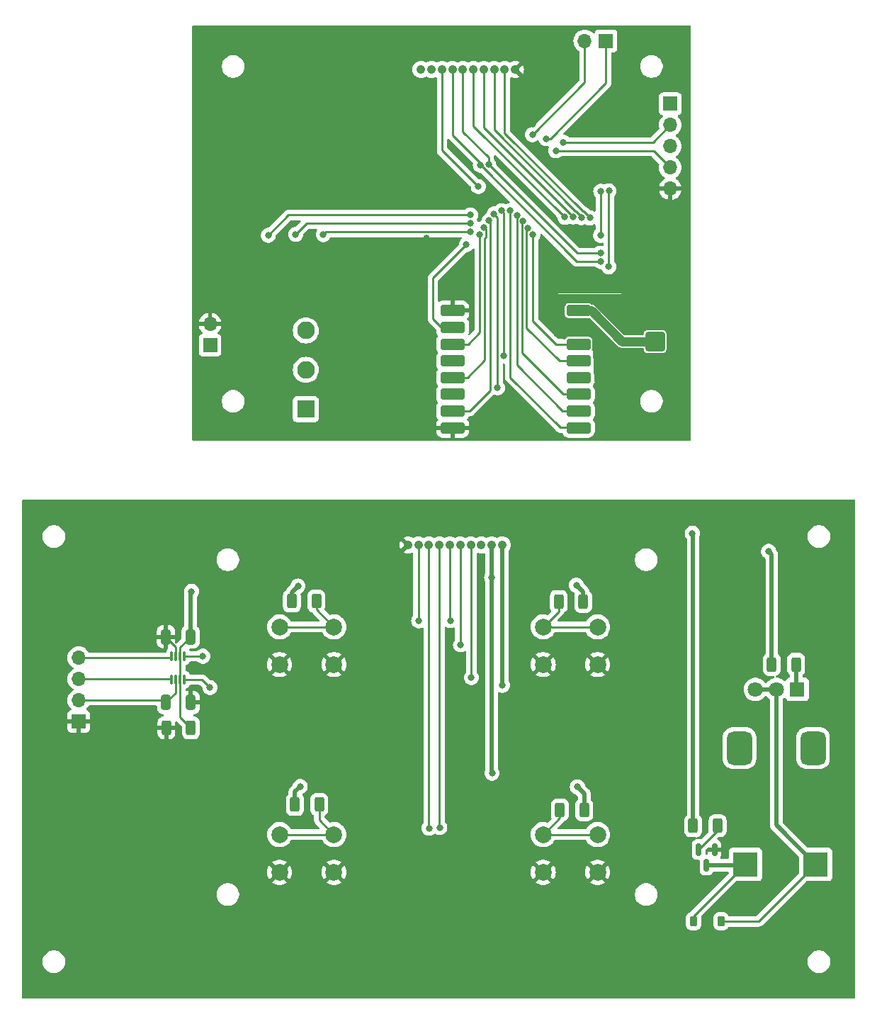
<source format=gbr>
%TF.GenerationSoftware,KiCad,Pcbnew,8.0.6*%
%TF.CreationDate,2025-07-11T21:41:36-04:00*%
%TF.ProjectId,receiver,72656365-6976-4657-922e-6b696361645f,rev?*%
%TF.SameCoordinates,Original*%
%TF.FileFunction,Copper,L2,Bot*%
%TF.FilePolarity,Positive*%
%FSLAX46Y46*%
G04 Gerber Fmt 4.6, Leading zero omitted, Abs format (unit mm)*
G04 Created by KiCad (PCBNEW 8.0.6) date 2025-07-11 21:41:36*
%MOMM*%
%LPD*%
G01*
G04 APERTURE LIST*
G04 Aperture macros list*
%AMRoundRect*
0 Rectangle with rounded corners*
0 $1 Rounding radius*
0 $2 $3 $4 $5 $6 $7 $8 $9 X,Y pos of 4 corners*
0 Add a 4 corners polygon primitive as box body*
4,1,4,$2,$3,$4,$5,$6,$7,$8,$9,$2,$3,0*
0 Add four circle primitives for the rounded corners*
1,1,$1+$1,$2,$3*
1,1,$1+$1,$4,$5*
1,1,$1+$1,$6,$7*
1,1,$1+$1,$8,$9*
0 Add four rect primitives between the rounded corners*
20,1,$1+$1,$2,$3,$4,$5,0*
20,1,$1+$1,$4,$5,$6,$7,0*
20,1,$1+$1,$6,$7,$8,$9,0*
20,1,$1+$1,$8,$9,$2,$3,0*%
G04 Aperture macros list end*
%TA.AperFunction,ComponentPad*%
%ADD10R,1.800000X1.800000*%
%TD*%
%TA.AperFunction,ComponentPad*%
%ADD11C,1.800000*%
%TD*%
%TA.AperFunction,ComponentPad*%
%ADD12RoundRect,0.750000X-0.750000X1.250000X-0.750000X-1.250000X0.750000X-1.250000X0.750000X1.250000X0*%
%TD*%
%TA.AperFunction,ComponentPad*%
%ADD13R,1.700000X1.700000*%
%TD*%
%TA.AperFunction,ComponentPad*%
%ADD14O,1.700000X1.700000*%
%TD*%
%TA.AperFunction,ComponentPad*%
%ADD15C,2.000000*%
%TD*%
%TA.AperFunction,ComponentPad*%
%ADD16C,1.066800*%
%TD*%
%TA.AperFunction,ComponentPad*%
%ADD17RoundRect,0.200100X-0.949900X0.949900X-0.949900X-0.949900X0.949900X-0.949900X0.949900X0.949900X0*%
%TD*%
%TA.AperFunction,ComponentPad*%
%ADD18C,2.500000*%
%TD*%
%TA.AperFunction,ComponentPad*%
%ADD19R,2.108200X2.108200*%
%TD*%
%TA.AperFunction,ComponentPad*%
%ADD20C,2.108200*%
%TD*%
%TA.AperFunction,SMDPad,CuDef*%
%ADD21R,3.000000X3.000000*%
%TD*%
%TA.AperFunction,SMDPad,CuDef*%
%ADD22RoundRect,0.250000X-0.312500X-0.625000X0.312500X-0.625000X0.312500X0.625000X-0.312500X0.625000X0*%
%TD*%
%TA.AperFunction,SMDPad,CuDef*%
%ADD23RoundRect,0.250000X0.312500X0.625000X-0.312500X0.625000X-0.312500X-0.625000X0.312500X-0.625000X0*%
%TD*%
%TA.AperFunction,SMDPad,CuDef*%
%ADD24RoundRect,0.250000X-0.325000X-0.650000X0.325000X-0.650000X0.325000X0.650000X-0.325000X0.650000X0*%
%TD*%
%TA.AperFunction,SMDPad,CuDef*%
%ADD25RoundRect,0.033750X-0.101250X0.526250X-0.101250X-0.526250X0.101250X-0.526250X0.101250X0.526250X0*%
%TD*%
%TA.AperFunction,SMDPad,CuDef*%
%ADD26RoundRect,0.225000X0.225000X0.375000X-0.225000X0.375000X-0.225000X-0.375000X0.225000X-0.375000X0*%
%TD*%
%TA.AperFunction,SMDPad,CuDef*%
%ADD27RoundRect,0.150000X-0.150000X0.587500X-0.150000X-0.587500X0.150000X-0.587500X0.150000X0.587500X0*%
%TD*%
%TA.AperFunction,SMDPad,CuDef*%
%ADD28RoundRect,0.250000X0.325000X0.650000X-0.325000X0.650000X-0.325000X-0.650000X0.325000X-0.650000X0*%
%TD*%
%TA.AperFunction,ComponentPad*%
%ADD29RoundRect,0.350000X1.125000X0.350000X-1.125000X0.350000X-1.125000X-0.350000X1.125000X-0.350000X0*%
%TD*%
%TA.AperFunction,ViaPad*%
%ADD30C,0.800000*%
%TD*%
%TA.AperFunction,Conductor*%
%ADD31C,0.250000*%
%TD*%
%TA.AperFunction,Conductor*%
%ADD32C,0.500000*%
%TD*%
%TA.AperFunction,Conductor*%
%ADD33C,1.082160*%
%TD*%
G04 APERTURE END LIST*
D10*
%TO.P,RV1,1,1*%
%TO.N,Net-(BUZ_R1-Pad1)*%
X198285888Y-118411743D03*
D11*
%TO.P,RV1,2,2*%
%TO.N,Net-(BUZ_D1-K)*%
X195785888Y-118411743D03*
%TO.P,RV1,3,3*%
X193285888Y-118411743D03*
D12*
%TO.P,RV1,MP*%
%TO.N,N/C*%
X200185888Y-125411743D03*
X191385888Y-125411743D03*
%TD*%
D13*
%TO.P,PWR_J1,1,Pin_1*%
%TO.N,Net-(PWR_J1-Pin_1)*%
X128108863Y-77282777D03*
D14*
%TO.P,PWR_J1,2,Pin_2*%
%TO.N,GND*%
X128108863Y-74742777D03*
%TD*%
D15*
%TO.P,SW3,1,1*%
%TO.N,PUSH_3_IB*%
X136415298Y-135752778D03*
X142915298Y-135752778D03*
%TO.P,SW3,2,2*%
%TO.N,GND_IB*%
X136415298Y-140252778D03*
X142915298Y-140252778D03*
%TD*%
%TO.P,SW1,1,1*%
%TO.N,PUSH_1_IB*%
X167921788Y-110941627D03*
X174421788Y-110941627D03*
%TO.P,SW1,2,2*%
%TO.N,GND_IB*%
X167921788Y-115441627D03*
X174421788Y-115441627D03*
%TD*%
D16*
%TO.P,IF1,1,P1*%
%TO.N,GND*%
X164577829Y-44350546D03*
%TO.P,IF1,2,P2*%
%TO.N,PUSH_4*%
X163327829Y-44350546D03*
%TO.P,IF1,3,P3*%
%TO.N,PUSH_3*%
X162077829Y-44350546D03*
%TO.P,IF1,4,P4*%
%TO.N,PUSH_2*%
X160827829Y-44350546D03*
%TO.P,IF1,5,P5*%
%TO.N,PUSH_1*%
X159577829Y-44350546D03*
%TO.P,IF1,6,P6*%
%TO.N,I2C_SCL*%
X158327829Y-44350546D03*
%TO.P,IF1,7,P7*%
%TO.N,I2C_SDA*%
X157077829Y-44350546D03*
%TO.P,IF1,8,P8*%
%TO.N,BUZZER*%
X155827829Y-44350546D03*
%TO.P,IF1,9,P9*%
%TO.N,+3.3V*%
X154577829Y-44350546D03*
%TO.P,IF1,10,P10*%
%TO.N,+5V*%
X153327829Y-44350546D03*
%TD*%
D15*
%TO.P,SW4,1,1*%
%TO.N,PUSH_4_IB*%
X136415298Y-110941627D03*
X142915298Y-110941627D03*
%TO.P,SW4,2,2*%
%TO.N,GND_IB*%
X136415298Y-115441627D03*
X142915298Y-115441627D03*
%TD*%
D13*
%TO.P,J3,1,Pin_1*%
%TO.N,UART4_TX*%
X175428337Y-40927890D03*
D14*
%TO.P,J3,2,Pin_2*%
%TO.N,UART4_RX*%
X172888337Y-40927890D03*
%TD*%
D15*
%TO.P,SW2,1,1*%
%TO.N,PUSH_2_IB*%
X167921788Y-135752778D03*
X174421788Y-135752778D03*
%TO.P,SW2,2,2*%
%TO.N,GND_IB*%
X167921788Y-140252778D03*
X174421788Y-140252778D03*
%TD*%
D13*
%TO.P,J2,1,Pin_1*%
%TO.N,SYS_SWDIO*%
X183117816Y-48439839D03*
D14*
%TO.P,J2,2,Pin_2*%
%TO.N,SYS_SWCLK*%
X183117816Y-50979839D03*
%TO.P,J2,3,Pin_3*%
%TO.N,+3.3V*%
X183117816Y-53519839D03*
%TO.P,J2,4,Pin_4*%
%TO.N,SYS_TRACESWO*%
X183117816Y-56059839D03*
%TO.P,J2,5,Pin_5*%
%TO.N,GND*%
X183117816Y-58599839D03*
%TD*%
D17*
%TO.P,J1,1,In*%
%TO.N,/Capteurs/ANT*%
X181282612Y-76833861D03*
D18*
%TO.P,J1,2,Ext*%
%TO.N,GND*%
X183822612Y-74293861D03*
X178742612Y-74293861D03*
X183822612Y-79373861D03*
X178742612Y-79373861D03*
%TD*%
D19*
%TO.P,SW5,1,A*%
%TO.N,Net-(Q2-D)*%
X139561857Y-84915114D03*
D20*
%TO.P,SW5,2,B*%
%TO.N,Net-(PWR_J1-Pin_1)*%
X139561857Y-80216114D03*
%TO.P,SW5,3,C*%
%TO.N,unconnected-(SW5-C-Pad3)*%
X139561857Y-75517114D03*
%TD*%
D16*
%TO.P,IF2,1,P1*%
%TO.N,+5V_IB*%
X163018039Y-101157615D03*
%TO.P,IF2,2,P2*%
%TO.N,+3.3V_IB*%
X161768039Y-101157615D03*
%TO.P,IF2,3,P3*%
%TO.N,BUZZER_IB*%
X160518039Y-101157615D03*
%TO.P,IF2,4,P4*%
%TO.N,I2C_SDA_IB*%
X159268039Y-101157615D03*
%TO.P,IF2,5,P5*%
%TO.N,I2C_SCL_IB*%
X158018039Y-101157615D03*
%TO.P,IF2,6,P6*%
%TO.N,PUSH_1_IB*%
X156768039Y-101157615D03*
%TO.P,IF2,7,P7*%
%TO.N,PUSH_2_IB*%
X155518039Y-101157615D03*
%TO.P,IF2,8,P8*%
%TO.N,PUSH_3_IB*%
X154268039Y-101157615D03*
%TO.P,IF2,9,P9*%
%TO.N,PUSH_4_IB*%
X153018039Y-101157615D03*
%TO.P,IF2,10,P10*%
%TO.N,GND_IB*%
X151768039Y-101157615D03*
%TD*%
D21*
%TO.P,BZ1,1,-*%
%TO.N,Net-(BUZ_D1-K)*%
X200487407Y-139324589D03*
%TO.P,BZ1,2,+*%
%TO.N,Net-(BUZ_D1-A)*%
X192087407Y-139324589D03*
%TD*%
D22*
%TO.P,BUT_R3,1*%
%TO.N,+3.3V_IB*%
X138244227Y-132163294D03*
%TO.P,BUT_R3,2*%
%TO.N,PUSH_3_IB*%
X141169227Y-132163294D03*
%TD*%
D23*
%TO.P,BUT_R1,1*%
%TO.N,+3.3V_IB*%
X172707257Y-107912404D03*
%TO.P,BUT_R1,2*%
%TO.N,PUSH_1_IB*%
X169782257Y-107912404D03*
%TD*%
%TO.P,BUZ_R1,1*%
%TO.N,Net-(BUZ_R1-Pad1)*%
X198161742Y-115422974D03*
%TO.P,BUZ_R1,2*%
%TO.N,+5V_IB*%
X195236742Y-115422974D03*
%TD*%
D22*
%TO.P,BUT_R4,1*%
%TO.N,+3.3V_IB*%
X137888033Y-107853039D03*
%TO.P,BUT_R4,2*%
%TO.N,PUSH_4_IB*%
X140813033Y-107853039D03*
%TD*%
D24*
%TO.P,LLS_C1,1*%
%TO.N,GND_IB*%
X122828004Y-112133987D03*
%TO.P,LLS_C1,2*%
%TO.N,+3.3V_IB*%
X125778004Y-112133987D03*
%TD*%
D13*
%TO.P,J4,1,GND*%
%TO.N,GND_IB*%
X112415550Y-122238730D03*
D14*
%TO.P,J4,2,VCC*%
%TO.N,+5V_IB*%
X112415550Y-119698730D03*
%TO.P,J4,3,SDA*%
%TO.N,Net-(J4-SDA)*%
X112415550Y-117158730D03*
%TO.P,J4,4,SCL*%
%TO.N,Net-(J4-SCL)*%
X112415550Y-114618730D03*
%TD*%
D25*
%TO.P,U5,1,B2*%
%TO.N,Net-(J4-SCL)*%
X123532048Y-114438266D03*
%TO.P,U5,2,GND*%
%TO.N,GND_IB*%
X124032048Y-114438266D03*
%TO.P,U5,3,VCCA*%
%TO.N,+3.3V_IB*%
X124532048Y-114438266D03*
%TO.P,U5,4,A2*%
%TO.N,I2C_SCL_IB*%
X125032048Y-114438266D03*
%TO.P,U5,5,A1*%
%TO.N,I2C_SDA_IB*%
X125032048Y-117248266D03*
%TO.P,U5,6,OE*%
%TO.N,+3.3V_IB*%
X124532048Y-117248266D03*
%TO.P,U5,7,VCCB*%
%TO.N,+5V_IB*%
X124032048Y-117248266D03*
%TO.P,U5,8,B1*%
%TO.N,Net-(J4-SDA)*%
X123532048Y-117248266D03*
%TD*%
D26*
%TO.P,BUZ_D1,1,K*%
%TO.N,Net-(BUZ_D1-K)*%
X189192870Y-146127445D03*
%TO.P,BUZ_D1,2,A*%
%TO.N,Net-(BUZ_D1-A)*%
X185892870Y-146127445D03*
%TD*%
D27*
%TO.P,Q1,1,C*%
%TO.N,Net-(BUZ_D1-A)*%
X187440594Y-139411476D03*
%TO.P,Q1,2,B*%
%TO.N,Net-(Q1-B)*%
X186490594Y-137536476D03*
%TO.P,Q1,3,E*%
%TO.N,GND_IB*%
X188390594Y-137536476D03*
%TD*%
D28*
%TO.P,LLS_C2,1*%
%TO.N,GND_IB*%
X125805134Y-119987997D03*
%TO.P,LLS_C2,2*%
%TO.N,+5V_IB*%
X122855134Y-119987997D03*
%TD*%
D23*
%TO.P,LLS_R2,1*%
%TO.N,+3.3V_IB*%
X125820556Y-123003474D03*
%TO.P,LLS_R2,2*%
%TO.N,GND_IB*%
X122895556Y-123003474D03*
%TD*%
D29*
%TO.P,RF1,1,ANT*%
%TO.N,/Capteurs/ANT*%
X172149215Y-73155492D03*
%TO.P,RF1,2,GND*%
%TO.N,GND*%
X172149215Y-75155492D03*
%TO.P,RF1,3,RX_ANT*%
%TO.N,RFM_GPIO4*%
X172149215Y-77155492D03*
%TO.P,RF1,4,TX_ANT*%
%TO.N,RFM_GPIO5*%
X172149215Y-79155492D03*
%TO.P,RF1,5,VCC*%
%TO.N,+3.3V*%
X172149215Y-81155492D03*
%TO.P,RF1,6,GPIO_0*%
%TO.N,RFM_GPIO1*%
X172149215Y-83155492D03*
%TO.P,RF1,7,GPIO_1*%
%TO.N,RFM_GPIO2*%
X172149215Y-85155492D03*
%TO.P,RF1,8,GPIO_2*%
%TO.N,RFM_GPIO3*%
X172149215Y-87155492D03*
%TO.P,RF1,9,GND*%
%TO.N,GND*%
X157099215Y-73155492D03*
%TO.P,RF1,10,SDN*%
%TO.N,RFM_SDN*%
X157099215Y-75155492D03*
%TO.P,RF1,11,NIRQ*%
%TO.N,RFM_NIRQ*%
X157099215Y-77155492D03*
%TO.P,RF1,12,NSEL*%
%TO.N,SPI_RFM_CS*%
X157099215Y-79155492D03*
%TO.P,RF1,13,SCK*%
%TO.N,SPI_SCK*%
X157099215Y-81155492D03*
%TO.P,RF1,14,SDI*%
%TO.N,SPI_MOSI*%
X157099215Y-83155492D03*
%TO.P,RF1,15,SDO*%
%TO.N,SPI_MISO*%
X157099215Y-85155492D03*
%TO.P,RF1,16,GND*%
%TO.N,GND*%
X157099215Y-87155492D03*
%TD*%
D22*
%TO.P,BUZ_R2,1*%
%TO.N,BUZZER_IB*%
X185844786Y-134688525D03*
%TO.P,BUZ_R2,2*%
%TO.N,Net-(Q1-B)*%
X188769786Y-134688525D03*
%TD*%
D23*
%TO.P,BUT_R2,1*%
%TO.N,+3.3V_IB*%
X172833409Y-132816316D03*
%TO.P,BUT_R2,2*%
%TO.N,PUSH_2_IB*%
X169908409Y-132816316D03*
%TD*%
D30*
%TO.N,GND*%
X132394258Y-50235288D03*
X153988978Y-66908813D03*
X159838059Y-60044940D03*
X177278570Y-69693425D03*
X136599561Y-56980851D03*
X141723367Y-71469344D03*
X155331844Y-55099983D03*
X168273575Y-68339953D03*
X153987380Y-64516701D03*
X142094537Y-41701394D03*
X129491104Y-58411082D03*
X177001094Y-62036645D03*
X134977211Y-50213942D03*
X135091653Y-71450369D03*
X157519345Y-68572119D03*
X134272769Y-58475122D03*
X141616040Y-60718899D03*
X127868753Y-56746038D03*
X148014719Y-72160147D03*
X172248581Y-64345469D03*
X131817896Y-58453775D03*
X138383792Y-71488319D03*
X144695304Y-75915391D03*
X129640531Y-50256635D03*
X173785544Y-55780099D03*
X150453581Y-65989167D03*
X166660779Y-50826667D03*
X148885309Y-55966527D03*
X147434207Y-48413702D03*
X127868753Y-51494745D03*
X127847407Y-53885577D03*
X136535521Y-54525979D03*
X142054834Y-49288917D03*
X136492828Y-52092453D03*
X136122818Y-44120640D03*
%TO.N,PUSH_1*%
X170507492Y-61990663D03*
%TO.N,PUSH_2*%
X171502336Y-61972898D03*
%TO.N,PUSH_3*%
X172495549Y-62032539D03*
%TO.N,PUSH_4*%
X173489838Y-62070210D03*
%TO.N,BUZZER*%
X160172716Y-58331479D03*
%TO.N,I2C_SDA*%
X160415890Y-55768302D03*
X174825773Y-67278692D03*
%TO.N,I2C_SCL*%
X161409091Y-55708454D03*
X174766410Y-66285462D03*
%TO.N,SYS_SWCLK*%
X170346406Y-53060514D03*
%TO.N,SYS_TRACESWO*%
X169443138Y-54054781D03*
%TO.N,LED1*%
X159237329Y-61725469D03*
X135076725Y-64145364D03*
%TO.N,LED2*%
X159246816Y-62750111D03*
X138336252Y-64048711D03*
%TO.N,LED3*%
X159246816Y-63745114D03*
X141637879Y-64064879D03*
%TO.N,PUSH_1_IB*%
X156833571Y-110189770D03*
%TO.N,SPI_SCK*%
X160864723Y-63225458D03*
%TO.N,SPI_MOSI*%
X162043080Y-61621930D03*
X162459227Y-82383465D03*
%TO.N,+3.3V_IB*%
X161768039Y-105036422D03*
X138882315Y-130010218D03*
X172015176Y-130054120D03*
X171889891Y-105956591D03*
X125902744Y-106700959D03*
X161809840Y-128411669D03*
X138617639Y-106075323D03*
%TO.N,SPI_MISO*%
X161446955Y-62418589D03*
%TO.N,RFM_NIRQ*%
X160349267Y-64076536D03*
%TO.N,SPI_RFM_CS*%
X163179227Y-78573076D03*
X162952305Y-61217775D03*
%TO.N,RFM_GPIO2*%
X164781871Y-61801108D03*
%TO.N,RFM_GPIO3*%
X163980209Y-61211728D03*
%TO.N,RFM_SDN*%
X158741808Y-65275744D03*
%TO.N,RFM_GPIO1*%
X165497609Y-62492301D03*
%TO.N,MLX_INT*%
X174799103Y-58889154D03*
X174771516Y-64148814D03*
%TO.N,PUSH_2_IB*%
X155564629Y-134900744D03*
%TO.N,PUSH_3_IB*%
X154288268Y-134989795D03*
%TO.N,MLX_INT{slash}TRIG*%
X175793742Y-58862271D03*
X175756132Y-67919275D03*
%TO.N,PUSH_4_IB*%
X153049010Y-110219456D03*
%TO.N,+5V_IB*%
X194855759Y-101907355D03*
X163048359Y-117922726D03*
%TO.N,BUZZER_IB*%
X185741037Y-99766226D03*
%TO.N,I2C_SCL_IB*%
X127243350Y-114437800D03*
X158050439Y-113079808D03*
%TO.N,I2C_SDA_IB*%
X159346590Y-116989698D03*
X128090546Y-118191854D03*
%TO.N,RFM_GPIO4*%
X166689673Y-64085370D03*
%TO.N,RFM_GPIO5*%
X166107635Y-63278366D03*
%TO.N,UART4_TX*%
X168301865Y-52622222D03*
%TO.N,UART4_RX*%
X166638402Y-52140374D03*
%TD*%
D31*
%TO.N,PUSH_1*%
X159597540Y-44370257D02*
X159597540Y-51080711D01*
X159577829Y-44350546D02*
X159597540Y-44370257D01*
X159597540Y-51080711D02*
X170507492Y-61990663D01*
%TO.N,PUSH_2*%
X170790789Y-61270663D02*
X170805726Y-61270663D01*
X170805726Y-61270663D02*
X171502336Y-61967273D01*
X160827829Y-51307703D02*
X170790789Y-61270663D01*
X160827829Y-44350546D02*
X160827829Y-51307703D01*
X171502336Y-61967273D02*
X171502336Y-61972898D01*
%TO.N,PUSH_3*%
X162077829Y-44350546D02*
X162077829Y-51549071D01*
X162077829Y-51549071D02*
X171781656Y-61252898D01*
X172495549Y-61947877D02*
X172495549Y-62032539D01*
X171800570Y-61252898D02*
X172495549Y-61947877D01*
X171781656Y-61252898D02*
X171800570Y-61252898D01*
%TO.N,PUSH_4*%
X172793783Y-61312539D02*
X173489838Y-62008594D01*
X163327829Y-51934529D02*
X172705839Y-61312539D01*
X173489838Y-62008594D02*
X173489838Y-62070210D01*
X163327829Y-44350546D02*
X163327829Y-51934529D01*
X172705839Y-61312539D02*
X172793783Y-61312539D01*
%TO.N,Net-(BUZ_D1-K)*%
X193684551Y-146127445D02*
X200487407Y-139324589D01*
D32*
X193285888Y-118411743D02*
X195785888Y-118411743D01*
D31*
X189192870Y-146127445D02*
X193684551Y-146127445D01*
D32*
X195785888Y-134623070D02*
X200487407Y-139324589D01*
X195785888Y-118411743D02*
X195785888Y-134623070D01*
D31*
%TO.N,Net-(BUZ_D1-A)*%
X185892870Y-145519126D02*
X192087407Y-139324589D01*
D32*
X187440594Y-139411476D02*
X192000520Y-139411476D01*
D31*
X185892870Y-146127445D02*
X185892870Y-145519126D01*
D32*
X192000520Y-139411476D02*
X192087407Y-139324589D01*
D31*
%TO.N,BUZZER*%
X160172716Y-58331479D02*
X155827829Y-53986592D01*
X155827829Y-53986592D02*
X155827829Y-44350546D01*
%TO.N,Net-(Q1-B)*%
X186490594Y-137536476D02*
X188769786Y-135257284D01*
X188769786Y-135257284D02*
X188769786Y-134688525D01*
%TO.N,I2C_SDA*%
X157077829Y-52184011D02*
X157077829Y-44350546D01*
X160415890Y-55768302D02*
X160415890Y-55522072D01*
X160415890Y-55768302D02*
X160450705Y-55768302D01*
X171961095Y-67278692D02*
X174825773Y-67278692D01*
X160450705Y-55768302D02*
X171961095Y-67278692D01*
X160415890Y-55522072D02*
X157077829Y-52184011D01*
%TO.N,I2C_SCL*%
X161409091Y-54838370D02*
X161409091Y-55708454D01*
X161409091Y-55708454D02*
X171986099Y-66285462D01*
X158327829Y-51757108D02*
X161409091Y-54838370D01*
X171986099Y-66285462D02*
X174766410Y-66285462D01*
X158327829Y-44350546D02*
X158327829Y-51757108D01*
D33*
%TO.N,/Capteurs/ANT*%
X172624215Y-73155492D02*
X173670262Y-73155492D01*
X177348631Y-76833861D02*
X181282612Y-76833861D01*
X173670262Y-73155492D02*
X177348631Y-76833861D01*
D31*
%TO.N,SYS_SWCLK*%
X181037141Y-53060514D02*
X183117816Y-50979839D01*
X170346406Y-53060514D02*
X181037141Y-53060514D01*
%TO.N,SYS_TRACESWO*%
X181112758Y-54054781D02*
X183117816Y-56059839D01*
X169443138Y-54054781D02*
X181112758Y-54054781D01*
%TO.N,LED1*%
X159237329Y-61725469D02*
X137496620Y-61725469D01*
X137496620Y-61725469D02*
X135076725Y-64145364D01*
%TO.N,LED2*%
X139634852Y-62750111D02*
X138336252Y-64048711D01*
X159246816Y-62750111D02*
X139634852Y-62750111D01*
%TO.N,LED3*%
X141957644Y-63745114D02*
X141637879Y-64064879D01*
X159246816Y-63745114D02*
X141957644Y-63745114D01*
%TO.N,PUSH_1_IB*%
X167921788Y-110941627D02*
X174421788Y-110941627D01*
X156833571Y-110189770D02*
X156768039Y-110124238D01*
X156768039Y-110124238D02*
X156768039Y-101157615D01*
X169782257Y-109081158D02*
X167921788Y-110941627D01*
X169782257Y-107912404D02*
X169782257Y-109081158D01*
%TO.N,SPI_SCK*%
X161069267Y-64374770D02*
X161069267Y-63430002D01*
X156624215Y-81155492D02*
X158852169Y-81155492D01*
X158852169Y-81155492D02*
X160954284Y-79053377D01*
X160954284Y-64489753D02*
X161069267Y-64374770D01*
X161069267Y-63430002D02*
X160864723Y-63225458D01*
X160954284Y-79053377D02*
X160954284Y-64489753D01*
%TO.N,SPI_MOSI*%
X162459227Y-82383465D02*
X162459227Y-62038077D01*
X162459227Y-62038077D02*
X162043080Y-61621930D01*
D32*
%TO.N,+3.3V_IB*%
X172015176Y-130054120D02*
X172833409Y-130872353D01*
D31*
X124532048Y-113379943D02*
X125778004Y-112133987D01*
D32*
X161768039Y-128369868D02*
X161809840Y-128411669D01*
X137888033Y-107853039D02*
X137888033Y-106804929D01*
D31*
X124532048Y-114438266D02*
X124532048Y-113379943D01*
X124532048Y-117248266D02*
X124532048Y-114438266D01*
D32*
X172707257Y-106773957D02*
X172707257Y-107912404D01*
X125902744Y-106700959D02*
X125778004Y-106825699D01*
X138244227Y-132163294D02*
X138244227Y-130648306D01*
X138244227Y-130648306D02*
X138882315Y-130010218D01*
X161768039Y-101157615D02*
X161768039Y-105036422D01*
X137888033Y-106804929D02*
X138617639Y-106075323D01*
X172833409Y-130872353D02*
X172833409Y-132816316D01*
X161768039Y-105036422D02*
X161768039Y-128369868D01*
D31*
X125820556Y-123003474D02*
X124532048Y-121714966D01*
D32*
X171889891Y-105956591D02*
X172707257Y-106773957D01*
D31*
X124532048Y-121714966D02*
X124532048Y-117248266D01*
D32*
X125778004Y-106825699D02*
X125778004Y-112133987D01*
D31*
%TO.N,SPI_MISO*%
X159142859Y-85155492D02*
X161584723Y-82713628D01*
X156624215Y-85155492D02*
X159142859Y-85155492D01*
X161584723Y-82713628D02*
X161584723Y-62556357D01*
X161584723Y-62556357D02*
X161446955Y-62418589D01*
%TO.N,RFM_NIRQ*%
X160349267Y-75757670D02*
X160349267Y-64076536D01*
X156624215Y-77155492D02*
X158951445Y-77155492D01*
X158951445Y-77155492D02*
X160349267Y-75757670D01*
%TO.N,SPI_RFM_CS*%
X163179227Y-78573076D02*
X163179227Y-61444697D01*
X163179227Y-61444697D02*
X162952305Y-61217775D01*
%TO.N,RFM_GPIO2*%
X164777609Y-79662730D02*
X164777609Y-61805370D01*
X164777609Y-61805370D02*
X164781871Y-61801108D01*
X172624215Y-85155492D02*
X170270371Y-85155492D01*
X170270371Y-85155492D02*
X164777609Y-79662730D01*
%TO.N,RFM_GPIO3*%
X169967053Y-87121263D02*
X163980209Y-81134419D01*
X163980209Y-81134419D02*
X163980209Y-61211728D01*
X171772653Y-87155492D02*
X171738424Y-87121263D01*
X171738424Y-87121263D02*
X169967053Y-87121263D01*
X172624215Y-87155492D02*
X171772653Y-87155492D01*
%TO.N,RFM_SDN*%
X158741808Y-65275744D02*
X154742389Y-69275163D01*
X155788260Y-75155492D02*
X156624215Y-75155492D01*
X154742389Y-74109621D02*
X155788260Y-75155492D01*
X154742389Y-69275163D02*
X154742389Y-74109621D01*
%TO.N,RFM_GPIO1*%
X172624215Y-83155492D02*
X170318488Y-83155492D01*
X170318488Y-83155492D02*
X165387635Y-78224639D01*
X165387635Y-62602275D02*
X165497609Y-62492301D01*
X165387635Y-78224639D02*
X165387635Y-62602275D01*
%TO.N,MLX_INT*%
X174799103Y-64121227D02*
X174799103Y-58889154D01*
X174771516Y-64148814D02*
X174799103Y-64121227D01*
%TO.N,PUSH_2_IB*%
X167921788Y-135752778D02*
X174421788Y-135752778D01*
X155564629Y-134900744D02*
X155518039Y-134854154D01*
X155518039Y-134854154D02*
X155518039Y-101157615D01*
X169908409Y-132816316D02*
X169908409Y-133766157D01*
X169908409Y-133766157D02*
X167921788Y-135752778D01*
%TO.N,PUSH_3_IB*%
X154288268Y-134989795D02*
X154268039Y-134969566D01*
X141169227Y-134006707D02*
X142915298Y-135752778D01*
X141169227Y-132163294D02*
X141169227Y-134006707D01*
X154268039Y-134969566D02*
X154268039Y-101157615D01*
X136415298Y-135752778D02*
X142915298Y-135752778D01*
%TO.N,MLX_INT{slash}TRIG*%
X175756132Y-67919275D02*
X175756132Y-58899881D01*
X175756132Y-58899881D02*
X175793742Y-58862271D01*
D32*
%TO.N,Net-(BUZ_R1-Pad1)*%
X198161742Y-115422974D02*
X198161742Y-118287597D01*
X198161742Y-118287597D02*
X198285888Y-118411743D01*
D31*
%TO.N,PUSH_4_IB*%
X153049010Y-110219456D02*
X153018039Y-110188485D01*
X136415298Y-110941627D02*
X142915298Y-110941627D01*
X140813033Y-108839362D02*
X142915298Y-110941627D01*
X140813033Y-107853039D02*
X140813033Y-108839362D01*
X153018039Y-110188485D02*
X153018039Y-101157615D01*
%TO.N,+5V_IB*%
X112415550Y-119698730D02*
X122565867Y-119698730D01*
D32*
X195236742Y-102288338D02*
X195236742Y-115422974D01*
D31*
X122565867Y-119698730D02*
X122855134Y-119987997D01*
X122855134Y-119987997D02*
X124032048Y-118811083D01*
X124032048Y-118811083D02*
X124032048Y-117248266D01*
D32*
X194855759Y-101907355D02*
X195236742Y-102288338D01*
X163018039Y-101157615D02*
X163018039Y-117892406D01*
X163018039Y-117892406D02*
X163048359Y-117922726D01*
%TO.N,BUZZER_IB*%
X185741037Y-99766226D02*
X185844786Y-99869975D01*
X185844786Y-99869975D02*
X185844786Y-134688525D01*
D31*
%TO.N,GND_IB*%
X124032048Y-113338031D02*
X122828004Y-112133987D01*
X124032048Y-114438266D02*
X124032048Y-113338031D01*
%TO.N,I2C_SCL_IB*%
X158050439Y-113079808D02*
X158018039Y-113047408D01*
X127242884Y-114438266D02*
X127243350Y-114437800D01*
X125032048Y-114438266D02*
X127242884Y-114438266D01*
X158018039Y-113047408D02*
X158018039Y-101157615D01*
%TO.N,I2C_SDA_IB*%
X127146958Y-117248266D02*
X128090546Y-118191854D01*
X159311149Y-101157615D02*
X159268039Y-101157615D01*
X159346590Y-116989698D02*
X159346590Y-101193056D01*
X125032048Y-117248266D02*
X127146958Y-117248266D01*
X159346590Y-101193056D02*
X159311149Y-101157615D01*
%TO.N,Net-(J4-SCL)*%
X123351584Y-114618730D02*
X123532048Y-114438266D01*
X112415550Y-114618730D02*
X123351584Y-114618730D01*
%TO.N,Net-(J4-SDA)*%
X112415550Y-117158730D02*
X123442512Y-117158730D01*
X123442512Y-117158730D02*
X123532048Y-117248266D01*
%TO.N,RFM_GPIO4*%
X169480712Y-77155492D02*
X166689673Y-74364453D01*
X172624215Y-77155492D02*
X169480712Y-77155492D01*
X166689673Y-74364453D02*
X166689673Y-64085370D01*
%TO.N,RFM_GPIO5*%
X169872594Y-79155492D02*
X165949416Y-75232314D01*
X165949416Y-75232314D02*
X165949416Y-63436585D01*
X172624215Y-79155492D02*
X169872594Y-79155492D01*
X165949416Y-63436585D02*
X166107635Y-63278366D01*
%TO.N,UART4_TX*%
X168775140Y-52622222D02*
X175428337Y-45969025D01*
X168301865Y-52622222D02*
X168775140Y-52622222D01*
X175428337Y-45969025D02*
X175428337Y-40927890D01*
%TO.N,UART4_RX*%
X166638402Y-52140374D02*
X166653875Y-52140374D01*
X166653875Y-52140374D02*
X172888337Y-45905912D01*
X172888337Y-45905912D02*
X172888337Y-40927890D01*
%TD*%
%TA.AperFunction,Conductor*%
%TO.N,GND*%
G36*
X185529048Y-39077635D02*
G01*
X185574803Y-39130439D01*
X185586009Y-39181950D01*
X185586009Y-71057722D01*
X185566324Y-71124761D01*
X185513520Y-71170516D01*
X185461404Y-71181721D01*
X169184901Y-71102327D01*
X169184859Y-71102327D01*
X169251622Y-76041812D01*
X167351492Y-74141682D01*
X167318007Y-74080359D01*
X167315173Y-74054001D01*
X167315173Y-64784057D01*
X167334858Y-64717018D01*
X167347023Y-64701085D01*
X167368188Y-64677578D01*
X167422206Y-64617586D01*
X167516852Y-64453654D01*
X167575347Y-64273626D01*
X167595133Y-64085370D01*
X167595132Y-64085367D01*
X167595354Y-64083263D01*
X167621938Y-64018648D01*
X167679236Y-63978663D01*
X167749055Y-63976003D01*
X167806356Y-64008543D01*
X171562358Y-67764547D01*
X171562362Y-67764550D01*
X171664803Y-67833000D01*
X171664810Y-67833004D01*
X171728599Y-67859426D01*
X171778643Y-67880155D01*
X171798692Y-67884143D01*
X171832291Y-67890826D01*
X171899487Y-67904193D01*
X171899489Y-67904193D01*
X172028816Y-67904193D01*
X172028836Y-67904192D01*
X174122025Y-67904192D01*
X174189064Y-67923877D01*
X174214173Y-67945218D01*
X174219899Y-67951577D01*
X174219903Y-67951581D01*
X174373038Y-68062840D01*
X174373043Y-68062843D01*
X174545965Y-68139834D01*
X174545970Y-68139836D01*
X174731127Y-68179192D01*
X174803651Y-68179192D01*
X174870690Y-68198877D01*
X174916445Y-68251681D01*
X174921582Y-68264874D01*
X174928950Y-68287553D01*
X174928953Y-68287559D01*
X175023599Y-68451491D01*
X175150261Y-68592163D01*
X175303397Y-68703423D01*
X175303402Y-68703426D01*
X175476324Y-68780417D01*
X175476329Y-68780419D01*
X175661486Y-68819775D01*
X175661487Y-68819775D01*
X175850776Y-68819775D01*
X175850778Y-68819775D01*
X176035935Y-68780419D01*
X176208862Y-68703426D01*
X176362003Y-68592163D01*
X176488665Y-68451491D01*
X176583311Y-68287559D01*
X176641806Y-68107531D01*
X176661592Y-67919275D01*
X176641806Y-67731019D01*
X176583311Y-67550991D01*
X176488665Y-67387059D01*
X176413482Y-67303559D01*
X176383252Y-67240567D01*
X176381632Y-67220587D01*
X176381632Y-59602727D01*
X176401317Y-59535688D01*
X176413472Y-59519766D01*
X176526275Y-59394487D01*
X176620921Y-59230555D01*
X176679416Y-59050527D01*
X176699202Y-58862271D01*
X176679416Y-58674015D01*
X176620921Y-58493987D01*
X176526275Y-58330055D01*
X176399613Y-58189383D01*
X176399612Y-58189382D01*
X176246476Y-58078122D01*
X176246471Y-58078119D01*
X176073549Y-58001128D01*
X176073544Y-58001126D01*
X175927743Y-57970136D01*
X175888388Y-57961771D01*
X175699096Y-57961771D01*
X175666639Y-57968669D01*
X175513939Y-58001126D01*
X175513934Y-58001128D01*
X175341009Y-58078121D01*
X175335384Y-58081369D01*
X175334599Y-58080010D01*
X175276268Y-58100807D01*
X175218782Y-58090287D01*
X175078910Y-58028011D01*
X175078905Y-58028009D01*
X174933104Y-57997019D01*
X174893749Y-57988654D01*
X174704457Y-57988654D01*
X174672000Y-57995552D01*
X174519300Y-58028009D01*
X174519295Y-58028011D01*
X174346373Y-58105002D01*
X174346368Y-58105005D01*
X174193232Y-58216265D01*
X174066569Y-58356939D01*
X173971924Y-58520869D01*
X173971921Y-58520876D01*
X173913430Y-58700894D01*
X173913429Y-58700898D01*
X173893643Y-58889154D01*
X173913429Y-59077410D01*
X173913430Y-59077413D01*
X173971921Y-59257431D01*
X173971924Y-59257438D01*
X174066570Y-59421370D01*
X174109875Y-59469464D01*
X174141753Y-59504869D01*
X174171983Y-59567860D01*
X174173603Y-59587841D01*
X174173603Y-61210551D01*
X174153918Y-61277590D01*
X174101114Y-61323345D01*
X174031956Y-61333289D01*
X173976719Y-61310870D01*
X173942571Y-61286061D01*
X173942567Y-61286058D01*
X173769645Y-61209067D01*
X173769640Y-61209065D01*
X173584482Y-61169709D01*
X173578016Y-61169030D01*
X173578212Y-61167157D01*
X173519867Y-61150025D01*
X173499225Y-61133391D01*
X173286711Y-60920877D01*
X173286708Y-60920873D01*
X173286708Y-60920874D01*
X173279641Y-60913807D01*
X173279641Y-60913806D01*
X173192516Y-60826681D01*
X173192515Y-60826680D01*
X173192514Y-60826679D01*
X173129846Y-60784806D01*
X173109819Y-60771424D01*
X173090068Y-60758226D01*
X173047233Y-60740484D01*
X173020755Y-60729517D01*
X172980527Y-60702637D01*
X164418264Y-52140374D01*
X165732942Y-52140374D01*
X165752728Y-52328630D01*
X165752729Y-52328633D01*
X165811220Y-52508651D01*
X165811223Y-52508658D01*
X165905869Y-52672590D01*
X166017577Y-52796654D01*
X166032531Y-52813262D01*
X166185667Y-52924522D01*
X166185672Y-52924525D01*
X166358594Y-53001516D01*
X166358599Y-53001518D01*
X166543756Y-53040874D01*
X166543757Y-53040874D01*
X166733046Y-53040874D01*
X166733048Y-53040874D01*
X166918205Y-53001518D01*
X167091132Y-52924525D01*
X167244273Y-52813262D01*
X167244277Y-52813257D01*
X167246012Y-52811997D01*
X167311819Y-52788517D01*
X167379872Y-52804342D01*
X167428567Y-52854448D01*
X167436829Y-52873996D01*
X167474684Y-52990502D01*
X167474686Y-52990506D01*
X167569332Y-53154438D01*
X167613018Y-53202956D01*
X167695994Y-53295110D01*
X167849130Y-53406370D01*
X167849135Y-53406373D01*
X168022057Y-53483364D01*
X168022062Y-53483366D01*
X168207219Y-53522722D01*
X168207220Y-53522722D01*
X168396509Y-53522722D01*
X168396511Y-53522722D01*
X168482018Y-53504547D01*
X168551684Y-53509863D01*
X168607418Y-53552000D01*
X168631523Y-53617580D01*
X168617604Y-53680123D01*
X168618600Y-53680567D01*
X168616413Y-53685476D01*
X168616346Y-53685781D01*
X168616024Y-53686350D01*
X168615956Y-53686503D01*
X168557465Y-53866521D01*
X168557464Y-53866525D01*
X168537678Y-54054781D01*
X168557464Y-54243037D01*
X168557465Y-54243040D01*
X168615956Y-54423058D01*
X168615959Y-54423065D01*
X168710605Y-54586997D01*
X168827300Y-54716600D01*
X168837267Y-54727669D01*
X168990403Y-54838929D01*
X168990408Y-54838932D01*
X169163330Y-54915923D01*
X169163335Y-54915925D01*
X169348492Y-54955281D01*
X169348493Y-54955281D01*
X169537782Y-54955281D01*
X169537784Y-54955281D01*
X169722941Y-54915925D01*
X169895868Y-54838932D01*
X170049009Y-54727669D01*
X170051926Y-54724428D01*
X170054738Y-54721307D01*
X170114225Y-54684660D01*
X170146886Y-54680281D01*
X180802306Y-54680281D01*
X180869345Y-54699966D01*
X180889987Y-54716600D01*
X181777578Y-55604191D01*
X181811063Y-55665514D01*
X181809672Y-55723965D01*
X181782754Y-55824425D01*
X181782752Y-55824435D01*
X181762157Y-56059838D01*
X181762157Y-56059839D01*
X181782752Y-56295242D01*
X181782754Y-56295252D01*
X181843910Y-56523494D01*
X181843912Y-56523498D01*
X181843913Y-56523502D01*
X181893315Y-56629444D01*
X181943781Y-56737669D01*
X181943783Y-56737673D01*
X182079317Y-56931234D01*
X182079322Y-56931241D01*
X182246413Y-57098332D01*
X182246419Y-57098337D01*
X182432410Y-57228569D01*
X182476035Y-57283146D01*
X182483229Y-57352644D01*
X182451706Y-57414999D01*
X182432411Y-57431719D01*
X182246738Y-57561729D01*
X182246736Y-57561730D01*
X182079707Y-57728759D01*
X182079702Y-57728765D01*
X181944216Y-57922259D01*
X181944215Y-57922261D01*
X181844386Y-58136346D01*
X181844383Y-58136352D01*
X181787180Y-58349838D01*
X181787180Y-58349839D01*
X182684804Y-58349839D01*
X182651891Y-58406846D01*
X182617816Y-58534013D01*
X182617816Y-58665665D01*
X182651891Y-58792832D01*
X182684804Y-58849839D01*
X181787180Y-58849839D01*
X181844383Y-59063325D01*
X181844386Y-59063331D01*
X181944215Y-59277417D01*
X182079710Y-59470921D01*
X182246733Y-59637944D01*
X182440237Y-59773439D01*
X182654323Y-59873268D01*
X182654332Y-59873272D01*
X182867816Y-59930473D01*
X182867816Y-59032851D01*
X182924823Y-59065764D01*
X183051990Y-59099839D01*
X183183642Y-59099839D01*
X183310809Y-59065764D01*
X183367816Y-59032851D01*
X183367816Y-59930472D01*
X183581299Y-59873272D01*
X183581308Y-59873268D01*
X183795394Y-59773439D01*
X183988898Y-59637944D01*
X184155921Y-59470921D01*
X184291416Y-59277417D01*
X184391245Y-59063331D01*
X184391248Y-59063325D01*
X184448452Y-58849839D01*
X183550828Y-58849839D01*
X183583741Y-58792832D01*
X183617816Y-58665665D01*
X183617816Y-58534013D01*
X183583741Y-58406846D01*
X183550828Y-58349839D01*
X184448452Y-58349839D01*
X184448451Y-58349838D01*
X184391248Y-58136352D01*
X184391245Y-58136346D01*
X184291416Y-57922261D01*
X184291415Y-57922259D01*
X184155929Y-57728765D01*
X184155924Y-57728759D01*
X183988894Y-57561729D01*
X183803221Y-57431718D01*
X183759596Y-57377141D01*
X183752404Y-57307643D01*
X183783926Y-57245288D01*
X183803222Y-57228569D01*
X183989217Y-57098334D01*
X184156311Y-56931240D01*
X184291851Y-56737669D01*
X184391719Y-56523502D01*
X184452879Y-56295247D01*
X184473475Y-56059839D01*
X184452879Y-55824431D01*
X184391719Y-55596176D01*
X184291851Y-55382010D01*
X184262555Y-55340170D01*
X184156310Y-55188436D01*
X183989218Y-55021345D01*
X183989212Y-55021340D01*
X183803658Y-54891414D01*
X183760033Y-54836837D01*
X183752839Y-54767339D01*
X183784362Y-54704984D01*
X183803658Y-54688264D01*
X183878991Y-54635515D01*
X183989217Y-54558334D01*
X184156311Y-54391240D01*
X184291851Y-54197669D01*
X184391719Y-53983502D01*
X184452879Y-53755247D01*
X184473475Y-53519839D01*
X184452879Y-53284431D01*
X184391719Y-53056176D01*
X184291851Y-52842010D01*
X184269773Y-52810478D01*
X184156310Y-52648436D01*
X183989218Y-52481345D01*
X183989212Y-52481340D01*
X183803658Y-52351414D01*
X183760033Y-52296837D01*
X183752839Y-52227339D01*
X183784362Y-52164984D01*
X183803658Y-52148264D01*
X183890402Y-52087525D01*
X183989217Y-52018334D01*
X184156311Y-51851240D01*
X184291851Y-51657669D01*
X184391719Y-51443502D01*
X184452879Y-51215247D01*
X184473475Y-50979839D01*
X184452879Y-50744431D01*
X184391719Y-50516176D01*
X184291851Y-50302010D01*
X184156311Y-50108438D01*
X184034383Y-49986510D01*
X184000900Y-49925190D01*
X184005884Y-49855498D01*
X184047755Y-49799564D01*
X184078731Y-49782649D01*
X184210147Y-49733635D01*
X184325362Y-49647385D01*
X184411612Y-49532170D01*
X184461907Y-49397322D01*
X184468316Y-49337712D01*
X184468315Y-47541967D01*
X184461907Y-47482356D01*
X184411612Y-47347508D01*
X184411611Y-47347507D01*
X184411609Y-47347503D01*
X184325363Y-47232294D01*
X184325360Y-47232291D01*
X184210151Y-47146045D01*
X184210144Y-47146041D01*
X184075298Y-47095747D01*
X184075299Y-47095747D01*
X184015699Y-47089340D01*
X184015697Y-47089339D01*
X184015689Y-47089339D01*
X184015680Y-47089339D01*
X182219945Y-47089339D01*
X182219939Y-47089340D01*
X182160332Y-47095747D01*
X182025487Y-47146041D01*
X182025480Y-47146045D01*
X181910271Y-47232291D01*
X181910268Y-47232294D01*
X181824022Y-47347503D01*
X181824018Y-47347510D01*
X181773724Y-47482356D01*
X181767317Y-47541955D01*
X181767317Y-47541962D01*
X181767316Y-47541974D01*
X181767316Y-49337709D01*
X181767317Y-49337715D01*
X181773724Y-49397322D01*
X181824018Y-49532167D01*
X181824022Y-49532174D01*
X181910268Y-49647383D01*
X181910271Y-49647386D01*
X182025480Y-49733632D01*
X182025487Y-49733636D01*
X182156897Y-49782649D01*
X182212831Y-49824520D01*
X182237248Y-49889984D01*
X182222396Y-49958257D01*
X182201246Y-49986512D01*
X182079319Y-50108439D01*
X181943781Y-50302008D01*
X181943780Y-50302010D01*
X181843914Y-50516174D01*
X181843910Y-50516183D01*
X181782754Y-50744425D01*
X181782752Y-50744435D01*
X181762157Y-50979838D01*
X181762157Y-50979839D01*
X181782752Y-51215242D01*
X181782754Y-51215252D01*
X181809672Y-51315711D01*
X181808009Y-51385561D01*
X181777578Y-51435485D01*
X180814370Y-52398695D01*
X180753047Y-52432180D01*
X180726689Y-52435014D01*
X171050154Y-52435014D01*
X170983115Y-52415329D01*
X170958006Y-52393988D01*
X170952279Y-52387628D01*
X170952275Y-52387624D01*
X170799140Y-52276365D01*
X170799135Y-52276362D01*
X170626213Y-52199371D01*
X170626208Y-52199369D01*
X170464434Y-52164984D01*
X170441052Y-52160014D01*
X170421299Y-52160014D01*
X170354260Y-52140329D01*
X170308505Y-52087525D01*
X170298561Y-52018367D01*
X170327586Y-51954811D01*
X170333618Y-51948333D01*
X175914191Y-46367762D01*
X175914194Y-46367759D01*
X175982648Y-46265311D01*
X176029800Y-46151477D01*
X176053837Y-46030632D01*
X176053837Y-45907419D01*
X176053837Y-43874139D01*
X179516730Y-43874139D01*
X179516730Y-44086713D01*
X179549984Y-44296669D01*
X179590662Y-44421863D01*
X179615674Y-44498840D01*
X179712181Y-44688246D01*
X179837120Y-44860212D01*
X179987443Y-45010535D01*
X180159409Y-45135474D01*
X180159411Y-45135475D01*
X180159414Y-45135477D01*
X180348818Y-45231983D01*
X180550987Y-45297672D01*
X180760943Y-45330926D01*
X180760944Y-45330926D01*
X180973516Y-45330926D01*
X180973517Y-45330926D01*
X181183473Y-45297672D01*
X181385642Y-45231983D01*
X181575046Y-45135477D01*
X181644301Y-45085161D01*
X181747016Y-45010535D01*
X181747018Y-45010532D01*
X181747022Y-45010530D01*
X181897334Y-44860218D01*
X181897336Y-44860214D01*
X181897339Y-44860212D01*
X182022278Y-44688246D01*
X182022277Y-44688246D01*
X182022281Y-44688242D01*
X182118787Y-44498838D01*
X182184476Y-44296669D01*
X182217730Y-44086713D01*
X182217730Y-43874139D01*
X182184476Y-43664183D01*
X182118787Y-43462014D01*
X182022281Y-43272610D01*
X182022279Y-43272607D01*
X182022278Y-43272605D01*
X181897339Y-43100639D01*
X181747016Y-42950316D01*
X181575050Y-42825377D01*
X181385644Y-42728870D01*
X181385643Y-42728869D01*
X181385642Y-42728869D01*
X181183473Y-42663180D01*
X181183471Y-42663179D01*
X181183470Y-42663179D01*
X181022187Y-42637634D01*
X180973517Y-42629926D01*
X180760943Y-42629926D01*
X180712272Y-42637634D01*
X180550990Y-42663179D01*
X180348815Y-42728870D01*
X180159409Y-42825377D01*
X179987443Y-42950316D01*
X179837120Y-43100639D01*
X179712181Y-43272605D01*
X179615674Y-43462011D01*
X179549983Y-43664186D01*
X179532691Y-43773367D01*
X179516730Y-43874139D01*
X176053837Y-43874139D01*
X176053837Y-42402389D01*
X176073522Y-42335350D01*
X176126326Y-42289595D01*
X176177837Y-42278389D01*
X176326208Y-42278389D01*
X176326209Y-42278389D01*
X176385820Y-42271981D01*
X176520668Y-42221686D01*
X176635883Y-42135436D01*
X176722133Y-42020221D01*
X176772428Y-41885373D01*
X176778837Y-41825763D01*
X176778836Y-40030018D01*
X176772428Y-39970407D01*
X176771147Y-39966973D01*
X176722134Y-39835561D01*
X176722130Y-39835554D01*
X176635884Y-39720345D01*
X176635881Y-39720342D01*
X176520672Y-39634096D01*
X176520665Y-39634092D01*
X176385819Y-39583798D01*
X176385820Y-39583798D01*
X176326220Y-39577391D01*
X176326218Y-39577390D01*
X176326210Y-39577390D01*
X176326201Y-39577390D01*
X174530466Y-39577390D01*
X174530460Y-39577391D01*
X174470853Y-39583798D01*
X174336008Y-39634092D01*
X174336001Y-39634096D01*
X174220792Y-39720342D01*
X174220789Y-39720345D01*
X174134543Y-39835554D01*
X174134540Y-39835559D01*
X174085526Y-39966973D01*
X174043654Y-40022906D01*
X173978190Y-40047323D01*
X173909917Y-40032471D01*
X173881663Y-40011320D01*
X173759739Y-39889396D01*
X173759732Y-39889391D01*
X173566171Y-39753857D01*
X173566167Y-39753855D01*
X173566165Y-39753854D01*
X173352000Y-39653987D01*
X173351996Y-39653986D01*
X173351992Y-39653984D01*
X173123750Y-39592828D01*
X173123740Y-39592826D01*
X172888338Y-39572231D01*
X172888336Y-39572231D01*
X172652933Y-39592826D01*
X172652923Y-39592828D01*
X172424681Y-39653984D01*
X172424672Y-39653988D01*
X172210508Y-39753854D01*
X172210506Y-39753855D01*
X172016934Y-39889395D01*
X171849842Y-40056487D01*
X171714302Y-40250059D01*
X171714301Y-40250061D01*
X171614435Y-40464225D01*
X171614431Y-40464234D01*
X171553275Y-40692476D01*
X171553273Y-40692486D01*
X171532678Y-40927889D01*
X171532678Y-40927890D01*
X171553273Y-41163293D01*
X171553275Y-41163303D01*
X171614431Y-41391545D01*
X171614433Y-41391549D01*
X171614434Y-41391553D01*
X171698836Y-41572553D01*
X171714302Y-41605720D01*
X171714304Y-41605724D01*
X171822618Y-41760411D01*
X171849842Y-41799291D01*
X172016936Y-41966385D01*
X172209961Y-42101543D01*
X172253585Y-42156118D01*
X172262837Y-42203116D01*
X172262837Y-45595459D01*
X172243152Y-45662498D01*
X172226518Y-45683140D01*
X166706104Y-51203555D01*
X166644781Y-51237040D01*
X166618423Y-51239874D01*
X166543756Y-51239874D01*
X166511299Y-51246772D01*
X166358599Y-51279229D01*
X166358594Y-51279231D01*
X166185672Y-51356222D01*
X166185667Y-51356225D01*
X166032531Y-51467485D01*
X165905868Y-51608159D01*
X165811223Y-51772089D01*
X165811220Y-51772096D01*
X165753958Y-51948333D01*
X165752728Y-51952118D01*
X165732942Y-52140374D01*
X164418264Y-52140374D01*
X163989648Y-51711758D01*
X163956163Y-51650435D01*
X163953329Y-51624077D01*
X163953329Y-45395385D01*
X163973014Y-45328346D01*
X164025818Y-45282591D01*
X164094976Y-45272647D01*
X164135783Y-45286027D01*
X164180447Y-45309901D01*
X164375250Y-45368993D01*
X164375246Y-45368993D01*
X164577829Y-45388945D01*
X164780409Y-45368993D01*
X164975209Y-45309901D01*
X165111032Y-45237302D01*
X164489997Y-44616267D01*
X164541045Y-44629946D01*
X164614613Y-44629946D01*
X164685673Y-44610905D01*
X164749385Y-44574122D01*
X164801405Y-44522102D01*
X164838188Y-44458390D01*
X164857229Y-44387330D01*
X164857229Y-44350545D01*
X164931382Y-44350545D01*
X164931382Y-44350546D01*
X165464585Y-44883749D01*
X165537184Y-44747926D01*
X165596276Y-44553126D01*
X165616228Y-44350546D01*
X165596276Y-44147965D01*
X165537184Y-43953165D01*
X165464584Y-43817342D01*
X164931382Y-44350545D01*
X164857229Y-44350545D01*
X164857229Y-44313762D01*
X164838188Y-44242702D01*
X164801405Y-44178990D01*
X164749385Y-44126970D01*
X164685673Y-44090187D01*
X164614613Y-44071146D01*
X164541045Y-44071146D01*
X164489994Y-44084825D01*
X164577829Y-43996992D01*
X165111031Y-43463789D01*
X164975210Y-43391190D01*
X164780407Y-43332098D01*
X164780411Y-43332098D01*
X164577829Y-43312146D01*
X164375248Y-43332098D01*
X164180446Y-43391191D01*
X164180443Y-43391192D01*
X164011813Y-43481327D01*
X163943410Y-43495569D01*
X163894907Y-43481327D01*
X163725401Y-43390725D01*
X163530511Y-43331605D01*
X163327829Y-43311643D01*
X163125146Y-43331605D01*
X162930256Y-43390725D01*
X162761282Y-43481044D01*
X162692879Y-43495286D01*
X162644376Y-43481044D01*
X162475401Y-43390725D01*
X162280511Y-43331605D01*
X162077829Y-43311643D01*
X161875146Y-43331605D01*
X161680256Y-43390725D01*
X161511282Y-43481044D01*
X161442879Y-43495286D01*
X161394376Y-43481044D01*
X161225401Y-43390725D01*
X161030511Y-43331605D01*
X160827829Y-43311643D01*
X160625146Y-43331605D01*
X160430256Y-43390725D01*
X160261282Y-43481044D01*
X160192879Y-43495286D01*
X160144376Y-43481044D01*
X159975401Y-43390725D01*
X159780511Y-43331605D01*
X159577829Y-43311643D01*
X159375146Y-43331605D01*
X159180256Y-43390725D01*
X159011282Y-43481044D01*
X158942879Y-43495286D01*
X158894376Y-43481044D01*
X158725401Y-43390725D01*
X158530511Y-43331605D01*
X158327829Y-43311643D01*
X158125146Y-43331605D01*
X157930256Y-43390725D01*
X157761282Y-43481044D01*
X157692879Y-43495286D01*
X157644376Y-43481044D01*
X157475401Y-43390725D01*
X157280511Y-43331605D01*
X157077829Y-43311643D01*
X156875146Y-43331605D01*
X156680256Y-43390725D01*
X156511282Y-43481044D01*
X156442879Y-43495286D01*
X156394376Y-43481044D01*
X156225401Y-43390725D01*
X156030511Y-43331605D01*
X155827829Y-43311643D01*
X155625146Y-43331605D01*
X155430256Y-43390725D01*
X155261282Y-43481044D01*
X155192879Y-43495286D01*
X155144376Y-43481044D01*
X154975401Y-43390725D01*
X154780511Y-43331605D01*
X154577829Y-43311643D01*
X154375146Y-43331605D01*
X154180256Y-43390725D01*
X154011282Y-43481044D01*
X153942879Y-43495286D01*
X153894376Y-43481044D01*
X153725401Y-43390725D01*
X153530511Y-43331605D01*
X153327829Y-43311643D01*
X153125146Y-43331605D01*
X152930256Y-43390725D01*
X152750650Y-43486726D01*
X152750643Y-43486730D01*
X152593213Y-43615930D01*
X152464013Y-43773360D01*
X152464009Y-43773367D01*
X152368008Y-43952973D01*
X152308888Y-44147863D01*
X152288926Y-44350546D01*
X152308888Y-44553228D01*
X152368008Y-44748118D01*
X152464009Y-44927724D01*
X152464013Y-44927731D01*
X152593213Y-45085161D01*
X152750643Y-45214361D01*
X152750650Y-45214365D01*
X152884721Y-45286027D01*
X152930258Y-45310367D01*
X153125149Y-45369487D01*
X153327829Y-45389449D01*
X153530509Y-45369487D01*
X153725400Y-45310367D01*
X153814849Y-45262555D01*
X153894376Y-45220048D01*
X153962779Y-45205806D01*
X154011282Y-45220048D01*
X154155907Y-45297351D01*
X154180258Y-45310367D01*
X154375149Y-45369487D01*
X154577829Y-45389449D01*
X154780509Y-45369487D01*
X154975400Y-45310367D01*
X155019877Y-45286593D01*
X155088277Y-45272352D01*
X155153521Y-45297351D01*
X155194892Y-45353656D01*
X155202329Y-45395952D01*
X155202329Y-54048203D01*
X155226364Y-54169036D01*
X155226369Y-54169053D01*
X155273513Y-54282870D01*
X155273516Y-54282876D01*
X155282940Y-54296979D01*
X155282941Y-54296981D01*
X155341970Y-54385324D01*
X155341973Y-54385328D01*
X155433415Y-54476770D01*
X155433437Y-54476790D01*
X159233754Y-58277107D01*
X159267239Y-58338430D01*
X159269394Y-58351826D01*
X159275177Y-58406846D01*
X159287042Y-58519735D01*
X159287043Y-58519738D01*
X159345534Y-58699756D01*
X159345537Y-58699763D01*
X159440183Y-58863695D01*
X159562857Y-58999938D01*
X159566845Y-59004367D01*
X159719981Y-59115627D01*
X159719986Y-59115630D01*
X159892908Y-59192621D01*
X159892913Y-59192623D01*
X160078070Y-59231979D01*
X160078071Y-59231979D01*
X160267360Y-59231979D01*
X160267362Y-59231979D01*
X160452519Y-59192623D01*
X160625446Y-59115630D01*
X160778587Y-59004367D01*
X160905249Y-58863695D01*
X160999895Y-58699763D01*
X161058390Y-58519735D01*
X161078176Y-58331479D01*
X161058390Y-58143223D01*
X160999895Y-57963195D01*
X160905249Y-57799263D01*
X160778587Y-57658591D01*
X160778586Y-57658590D01*
X160625450Y-57547330D01*
X160625445Y-57547327D01*
X160452523Y-57470336D01*
X160452518Y-57470334D01*
X160270843Y-57431719D01*
X160267362Y-57430979D01*
X160267361Y-57430979D01*
X160208168Y-57430979D01*
X160141129Y-57411294D01*
X160120487Y-57394660D01*
X156489648Y-53763821D01*
X156456163Y-53702498D01*
X156453329Y-53676140D01*
X156453329Y-52743465D01*
X156473014Y-52676426D01*
X156525818Y-52630671D01*
X156594976Y-52620727D01*
X156658532Y-52649752D01*
X156665010Y-52655784D01*
X156683415Y-52674189D01*
X156683437Y-52674209D01*
X159494011Y-55484783D01*
X159527496Y-55546106D01*
X159529650Y-55585422D01*
X159510430Y-55768302D01*
X159530216Y-55956558D01*
X159530217Y-55956561D01*
X159588708Y-56136579D01*
X159588711Y-56136586D01*
X159683357Y-56300518D01*
X159810019Y-56441190D01*
X159963155Y-56552450D01*
X159963160Y-56552453D01*
X160136082Y-56629444D01*
X160136087Y-56629446D01*
X160321244Y-56668802D01*
X160415253Y-56668802D01*
X160482292Y-56688487D01*
X160502934Y-56705121D01*
X163908377Y-60110564D01*
X163941862Y-60171887D01*
X163936878Y-60241579D01*
X163895006Y-60297512D01*
X163846477Y-60319535D01*
X163700406Y-60350583D01*
X163700401Y-60350585D01*
X163527479Y-60427576D01*
X163522965Y-60430183D01*
X163455064Y-60446652D01*
X163410534Y-60436072D01*
X163232112Y-60356632D01*
X163232107Y-60356630D01*
X163086306Y-60325640D01*
X163046951Y-60317275D01*
X162857659Y-60317275D01*
X162825202Y-60324173D01*
X162672502Y-60356630D01*
X162672497Y-60356632D01*
X162499575Y-60433623D01*
X162499570Y-60433626D01*
X162346434Y-60544886D01*
X162224415Y-60680402D01*
X162164928Y-60717051D01*
X162132265Y-60721430D01*
X161948434Y-60721430D01*
X161932175Y-60724886D01*
X161763277Y-60760785D01*
X161763272Y-60760787D01*
X161590350Y-60837778D01*
X161590345Y-60837781D01*
X161437209Y-60949041D01*
X161310546Y-61089715D01*
X161215901Y-61253645D01*
X161215898Y-61253652D01*
X161157407Y-61433669D01*
X161157406Y-61433671D01*
X161150763Y-61496876D01*
X161124177Y-61561491D01*
X161077878Y-61597192D01*
X160994224Y-61634437D01*
X160841084Y-61745700D01*
X160714421Y-61886374D01*
X160619776Y-62050304D01*
X160619773Y-62050311D01*
X160561282Y-62230328D01*
X160561281Y-62230330D01*
X160552830Y-62310735D01*
X160526244Y-62375349D01*
X160479946Y-62411051D01*
X160411991Y-62441307D01*
X160292256Y-62528299D01*
X160226450Y-62551778D01*
X160158396Y-62535952D01*
X160109702Y-62485846D01*
X160101441Y-62466297D01*
X160073998Y-62381835D01*
X160073996Y-62381831D01*
X160073995Y-62381827D01*
X160021884Y-62291570D01*
X160005413Y-62223675D01*
X160021884Y-62167578D01*
X160064508Y-62093753D01*
X160123003Y-61913725D01*
X160142789Y-61725469D01*
X160123003Y-61537213D01*
X160064508Y-61357185D01*
X159969862Y-61193253D01*
X159843200Y-61052581D01*
X159843199Y-61052580D01*
X159690063Y-60941320D01*
X159690058Y-60941317D01*
X159517136Y-60864326D01*
X159517131Y-60864324D01*
X159340029Y-60826681D01*
X159331975Y-60824969D01*
X159142683Y-60824969D01*
X159134629Y-60826681D01*
X158957526Y-60864324D01*
X158957521Y-60864326D01*
X158784599Y-60941317D01*
X158784594Y-60941320D01*
X158631459Y-61052579D01*
X158631455Y-61052583D01*
X158625729Y-61058943D01*
X158566242Y-61095590D01*
X158533581Y-61099969D01*
X137558226Y-61099969D01*
X137435013Y-61099969D01*
X137375765Y-61111754D01*
X137375764Y-61111753D01*
X137314175Y-61124004D01*
X137314165Y-61124007D01*
X137200336Y-61171156D01*
X137122454Y-61223196D01*
X137122453Y-61223196D01*
X137097890Y-61239608D01*
X137097882Y-61239614D01*
X135128954Y-63208545D01*
X135067631Y-63242030D01*
X135041273Y-63244864D01*
X134982079Y-63244864D01*
X134949622Y-63251762D01*
X134796922Y-63284219D01*
X134796917Y-63284221D01*
X134623995Y-63361212D01*
X134623990Y-63361215D01*
X134470854Y-63472475D01*
X134344191Y-63613149D01*
X134249546Y-63777079D01*
X134249543Y-63777086D01*
X134217202Y-63876623D01*
X134191051Y-63957108D01*
X134171265Y-64145364D01*
X134191051Y-64333620D01*
X134191052Y-64333623D01*
X134249543Y-64513641D01*
X134249546Y-64513648D01*
X134344192Y-64677580D01*
X134398385Y-64737767D01*
X134470854Y-64818252D01*
X134623990Y-64929512D01*
X134623995Y-64929515D01*
X134796917Y-65006506D01*
X134796922Y-65006508D01*
X134982079Y-65045864D01*
X134982080Y-65045864D01*
X135171369Y-65045864D01*
X135171371Y-65045864D01*
X135356528Y-65006508D01*
X135529455Y-64929515D01*
X135682596Y-64818252D01*
X135809258Y-64677580D01*
X135903904Y-64513648D01*
X135962399Y-64333620D01*
X135980046Y-64165708D01*
X136006629Y-64101098D01*
X136015676Y-64091002D01*
X137719392Y-62387288D01*
X137780715Y-62353803D01*
X137807073Y-62350969D01*
X138850041Y-62350969D01*
X138917080Y-62370654D01*
X138962835Y-62423458D01*
X138972779Y-62492616D01*
X138943754Y-62556172D01*
X138937722Y-62562650D01*
X138388481Y-63111892D01*
X138327158Y-63145377D01*
X138300800Y-63148211D01*
X138241606Y-63148211D01*
X138209149Y-63155109D01*
X138056449Y-63187566D01*
X138056444Y-63187568D01*
X137883522Y-63264559D01*
X137883517Y-63264562D01*
X137730381Y-63375822D01*
X137603718Y-63516496D01*
X137509073Y-63680426D01*
X137509070Y-63680433D01*
X137476547Y-63780530D01*
X137450578Y-63860455D01*
X137430792Y-64048711D01*
X137450578Y-64236967D01*
X137450579Y-64236970D01*
X137509070Y-64416988D01*
X137509073Y-64416995D01*
X137603719Y-64580927D01*
X137711910Y-64701085D01*
X137730381Y-64721599D01*
X137883517Y-64832859D01*
X137883522Y-64832862D01*
X138056444Y-64909853D01*
X138056449Y-64909855D01*
X138241606Y-64949211D01*
X138241607Y-64949211D01*
X138430896Y-64949211D01*
X138430898Y-64949211D01*
X138616055Y-64909855D01*
X138788982Y-64832862D01*
X138942123Y-64721599D01*
X139068785Y-64580927D01*
X139163431Y-64416995D01*
X139221926Y-64236967D01*
X139239573Y-64069055D01*
X139266156Y-64004445D01*
X139275202Y-63994350D01*
X139857624Y-63411930D01*
X139918947Y-63378445D01*
X139945305Y-63375611D01*
X140781246Y-63375611D01*
X140848285Y-63395296D01*
X140894040Y-63448100D01*
X140903984Y-63517258D01*
X140888633Y-63561611D01*
X140810700Y-63696594D01*
X140810697Y-63696601D01*
X140757458Y-63860455D01*
X140752205Y-63876623D01*
X140732419Y-64064879D01*
X140752205Y-64253135D01*
X140752206Y-64253138D01*
X140810697Y-64433156D01*
X140810700Y-64433163D01*
X140905346Y-64597095D01*
X141017450Y-64721599D01*
X141032008Y-64737767D01*
X141185144Y-64849027D01*
X141185149Y-64849030D01*
X141358071Y-64926021D01*
X141358076Y-64926023D01*
X141543233Y-64965379D01*
X141543234Y-64965379D01*
X141732523Y-64965379D01*
X141732525Y-64965379D01*
X141917682Y-64926023D01*
X142090609Y-64849030D01*
X142243750Y-64737767D01*
X142370412Y-64597095D01*
X142465058Y-64433163D01*
X142465057Y-64433163D01*
X142465375Y-64432614D01*
X142515942Y-64384399D01*
X142572762Y-64370614D01*
X158073958Y-64370614D01*
X158140997Y-64390299D01*
X158186752Y-64443103D01*
X158196696Y-64512261D01*
X158167671Y-64575817D01*
X158146845Y-64594930D01*
X158141959Y-64598480D01*
X158135935Y-64602857D01*
X158009274Y-64743529D01*
X157914629Y-64907459D01*
X157914626Y-64907466D01*
X157861040Y-65072389D01*
X157856134Y-65087488D01*
X157849961Y-65146226D01*
X157838487Y-65255393D01*
X157811902Y-65320007D01*
X157802847Y-65330112D01*
X154343658Y-68789303D01*
X154256533Y-68876427D01*
X154256527Y-68876435D01*
X154188081Y-68978868D01*
X154188073Y-68978882D01*
X154154736Y-69059370D01*
X154149212Y-69072706D01*
X154140926Y-69092708D01*
X154140924Y-69092716D01*
X154116889Y-69213552D01*
X154116889Y-74171231D01*
X154140924Y-74292067D01*
X154140928Y-74292079D01*
X154149096Y-74311797D01*
X154149097Y-74311800D01*
X154188074Y-74405902D01*
X154188076Y-74405905D01*
X154188077Y-74405907D01*
X154208032Y-74435770D01*
X154222303Y-74457128D01*
X154222304Y-74457130D01*
X154256530Y-74508354D01*
X154347975Y-74599799D01*
X154347997Y-74599819D01*
X155087396Y-75339218D01*
X155120881Y-75400541D01*
X155123715Y-75426899D01*
X155123715Y-75579443D01*
X155126532Y-75620991D01*
X155171178Y-75800513D01*
X155171179Y-75800515D01*
X155253371Y-75966242D01*
X155253372Y-75966243D01*
X155253373Y-75966245D01*
X155343048Y-76077804D01*
X155369707Y-76142388D01*
X155357217Y-76211132D01*
X155343048Y-76233180D01*
X155253371Y-76344741D01*
X155171179Y-76510468D01*
X155171178Y-76510470D01*
X155126532Y-76689992D01*
X155123715Y-76731540D01*
X155123715Y-77579443D01*
X155126532Y-77620991D01*
X155171178Y-77800513D01*
X155171179Y-77800515D01*
X155253371Y-77966242D01*
X155343048Y-78077804D01*
X155369707Y-78142388D01*
X155357217Y-78211132D01*
X155343049Y-78233177D01*
X155297647Y-78289660D01*
X155253371Y-78344741D01*
X155171179Y-78510468D01*
X155171178Y-78510470D01*
X155126532Y-78689992D01*
X155123715Y-78731540D01*
X155123715Y-79579443D01*
X155126532Y-79620991D01*
X155171178Y-79800513D01*
X155171179Y-79800515D01*
X155253371Y-79966242D01*
X155343048Y-80077804D01*
X155369707Y-80142388D01*
X155357217Y-80211132D01*
X155343049Y-80233177D01*
X155297647Y-80289660D01*
X155253371Y-80344741D01*
X155171179Y-80510468D01*
X155171178Y-80510470D01*
X155126532Y-80689992D01*
X155123715Y-80731540D01*
X155123715Y-81579443D01*
X155126532Y-81620991D01*
X155171178Y-81800513D01*
X155171179Y-81800515D01*
X155253371Y-81966242D01*
X155253372Y-81966243D01*
X155253373Y-81966245D01*
X155309419Y-82035968D01*
X155343048Y-82077804D01*
X155369707Y-82142388D01*
X155357217Y-82211132D01*
X155343048Y-82233180D01*
X155253371Y-82344741D01*
X155171179Y-82510468D01*
X155171178Y-82510470D01*
X155126532Y-82689992D01*
X155123715Y-82731540D01*
X155123715Y-83579443D01*
X155126532Y-83620991D01*
X155171178Y-83800513D01*
X155171179Y-83800515D01*
X155253371Y-83966242D01*
X155343048Y-84077804D01*
X155369707Y-84142388D01*
X155357217Y-84211132D01*
X155343049Y-84233177D01*
X155343049Y-84233179D01*
X155343048Y-84233180D01*
X155253371Y-84344741D01*
X155171179Y-84510468D01*
X155171178Y-84510470D01*
X155126532Y-84689992D01*
X155123715Y-84731540D01*
X155123715Y-85579443D01*
X155126532Y-85620991D01*
X155171178Y-85800513D01*
X155171179Y-85800515D01*
X155253371Y-85966242D01*
X155343368Y-86078203D01*
X155370027Y-86142787D01*
X155357537Y-86211532D01*
X155343368Y-86233578D01*
X155253796Y-86345010D01*
X155171650Y-86510642D01*
X155127030Y-86690060D01*
X155124215Y-86731580D01*
X155124215Y-86905492D01*
X156191203Y-86905492D01*
X156158290Y-86962499D01*
X156124215Y-87089666D01*
X156124215Y-87221318D01*
X156158290Y-87348485D01*
X156191203Y-87405492D01*
X155124216Y-87405492D01*
X155124216Y-87579409D01*
X155127029Y-87620915D01*
X155127029Y-87620917D01*
X155171650Y-87800341D01*
X155253796Y-87965973D01*
X155369629Y-88110076D01*
X155369630Y-88110077D01*
X155513733Y-88225910D01*
X155679365Y-88308056D01*
X155858783Y-88352676D01*
X155900303Y-88355491D01*
X156849214Y-88355491D01*
X157349215Y-88355491D01*
X158298126Y-88355491D01*
X158298132Y-88355490D01*
X158339638Y-88352677D01*
X158339640Y-88352677D01*
X158519064Y-88308056D01*
X158684696Y-88225910D01*
X158828799Y-88110077D01*
X158828800Y-88110076D01*
X158944633Y-87965973D01*
X159026779Y-87800341D01*
X159071399Y-87620923D01*
X159074215Y-87579403D01*
X159074215Y-87405492D01*
X157349215Y-87405492D01*
X157349215Y-88355491D01*
X156849214Y-88355491D01*
X156849215Y-88355490D01*
X156849215Y-87602937D01*
X156931222Y-87555591D01*
X157024314Y-87462499D01*
X157090140Y-87348485D01*
X157124215Y-87221318D01*
X157124215Y-87089666D01*
X157090140Y-86962499D01*
X157057227Y-86905492D01*
X159074214Y-86905492D01*
X159074214Y-86731581D01*
X159074213Y-86731574D01*
X159071400Y-86690068D01*
X159071400Y-86690066D01*
X159026779Y-86510642D01*
X158944633Y-86345010D01*
X158855061Y-86233578D01*
X158828402Y-86168994D01*
X158840892Y-86100250D01*
X158855058Y-86078207D01*
X158945057Y-85966245D01*
X158972059Y-85911799D01*
X159002760Y-85849898D01*
X159050181Y-85798585D01*
X159113848Y-85780992D01*
X159204467Y-85780992D01*
X159204467Y-85780991D01*
X159297946Y-85762398D01*
X159297947Y-85762398D01*
X159307150Y-85760567D01*
X159325311Y-85756955D01*
X159325316Y-85756952D01*
X159325319Y-85756952D01*
X159358646Y-85743146D01*
X159358645Y-85743146D01*
X159358651Y-85743144D01*
X159439145Y-85709804D01*
X159490368Y-85675576D01*
X159541592Y-85641350D01*
X159628717Y-85554225D01*
X159628718Y-85554223D01*
X159635784Y-85547157D01*
X159635787Y-85547153D01*
X161952345Y-83230594D01*
X162013666Y-83197111D01*
X162083358Y-83202095D01*
X162090418Y-83204980D01*
X162179424Y-83244609D01*
X162364581Y-83283965D01*
X162364582Y-83283965D01*
X162553871Y-83283965D01*
X162553873Y-83283965D01*
X162739030Y-83244609D01*
X162911957Y-83167616D01*
X163065098Y-83056353D01*
X163191760Y-82915681D01*
X163286406Y-82751749D01*
X163344901Y-82571721D01*
X163364687Y-82383465D01*
X163344901Y-82195209D01*
X163286406Y-82015181D01*
X163191760Y-81851249D01*
X163146079Y-81800515D01*
X163116577Y-81767749D01*
X163086347Y-81704757D01*
X163084727Y-81684777D01*
X163084727Y-79597576D01*
X163104412Y-79530537D01*
X163157216Y-79484782D01*
X163208727Y-79473576D01*
X163230709Y-79473576D01*
X163297748Y-79493261D01*
X163343503Y-79546065D01*
X163354709Y-79597576D01*
X163354709Y-81196026D01*
X163358900Y-81217094D01*
X163358900Y-81217098D01*
X163378744Y-81316863D01*
X163378745Y-81316869D01*
X163387476Y-81337946D01*
X163387475Y-81337946D01*
X163425894Y-81430700D01*
X163425899Y-81430709D01*
X163457296Y-81477696D01*
X163457298Y-81477699D01*
X163457300Y-81477701D01*
X163481890Y-81514503D01*
X163494352Y-81533154D01*
X163585795Y-81624597D01*
X163585817Y-81624617D01*
X169478069Y-87516869D01*
X169478098Y-87516900D01*
X169568317Y-87607119D01*
X169568320Y-87607121D01*
X169601672Y-87629406D01*
X169670767Y-87675575D01*
X169751260Y-87708915D01*
X169784601Y-87722726D01*
X169845024Y-87734744D01*
X169905446Y-87746763D01*
X169905447Y-87746763D01*
X170117607Y-87746763D01*
X170184646Y-87766448D01*
X170228692Y-87815665D01*
X170303373Y-87966245D01*
X170303374Y-87966246D01*
X170419274Y-88110432D01*
X170501388Y-88176437D01*
X170563462Y-88226334D01*
X170729194Y-88308529D01*
X170908716Y-88353174D01*
X170908717Y-88353174D01*
X170908720Y-88353175D01*
X170950261Y-88355992D01*
X170950263Y-88355992D01*
X173348167Y-88355992D01*
X173348169Y-88355992D01*
X173389710Y-88353175D01*
X173569236Y-88308529D01*
X173734968Y-88226334D01*
X173879155Y-88110432D01*
X173995057Y-87966245D01*
X174077252Y-87800513D01*
X174121898Y-87620987D01*
X174124715Y-87579446D01*
X174124715Y-86731538D01*
X174121898Y-86689997D01*
X174077252Y-86510471D01*
X173995057Y-86344739D01*
X173905381Y-86233178D01*
X173878723Y-86168596D01*
X173891213Y-86099852D01*
X173905382Y-86077804D01*
X173906273Y-86076696D01*
X173995057Y-85966245D01*
X174077252Y-85800513D01*
X174121898Y-85620987D01*
X174124715Y-85579446D01*
X174124715Y-84731538D01*
X174121898Y-84689997D01*
X174077252Y-84510471D01*
X173995057Y-84344739D01*
X173905381Y-84233178D01*
X173878723Y-84168596D01*
X173891213Y-84099852D01*
X173905382Y-84077804D01*
X173995057Y-83966245D01*
X174040737Y-83874139D01*
X179516730Y-83874139D01*
X179516730Y-84086713D01*
X179549984Y-84296669D01*
X179592528Y-84427606D01*
X179615674Y-84498840D01*
X179712181Y-84688246D01*
X179837120Y-84860212D01*
X179987443Y-85010535D01*
X180159409Y-85135474D01*
X180159411Y-85135475D01*
X180159414Y-85135477D01*
X180348818Y-85231983D01*
X180550987Y-85297672D01*
X180760943Y-85330926D01*
X180760944Y-85330926D01*
X180973516Y-85330926D01*
X180973517Y-85330926D01*
X181183473Y-85297672D01*
X181385642Y-85231983D01*
X181575046Y-85135477D01*
X181597019Y-85119512D01*
X181747016Y-85010535D01*
X181747018Y-85010532D01*
X181747022Y-85010530D01*
X181897334Y-84860218D01*
X181897336Y-84860214D01*
X181897339Y-84860212D01*
X182021006Y-84689997D01*
X182022281Y-84688242D01*
X182118787Y-84498838D01*
X182184476Y-84296669D01*
X182217730Y-84086713D01*
X182217730Y-83874139D01*
X182184476Y-83664183D01*
X182118787Y-83462014D01*
X182022281Y-83272610D01*
X182022279Y-83272607D01*
X182022278Y-83272605D01*
X181897339Y-83100639D01*
X181747016Y-82950316D01*
X181575050Y-82825377D01*
X181385644Y-82728870D01*
X181385643Y-82728869D01*
X181385642Y-82728869D01*
X181183473Y-82663180D01*
X181183471Y-82663179D01*
X181183470Y-82663179D01*
X181022187Y-82637634D01*
X180973517Y-82629926D01*
X180760943Y-82629926D01*
X180712272Y-82637634D01*
X180550990Y-82663179D01*
X180348815Y-82728870D01*
X180159409Y-82825377D01*
X179987443Y-82950316D01*
X179837120Y-83100639D01*
X179712181Y-83272605D01*
X179615674Y-83462011D01*
X179549983Y-83664186D01*
X179528391Y-83800513D01*
X179516730Y-83874139D01*
X174040737Y-83874139D01*
X174077252Y-83800513D01*
X174121898Y-83620987D01*
X174124715Y-83579446D01*
X174124715Y-82731538D01*
X174121898Y-82689997D01*
X174077252Y-82510471D01*
X173995057Y-82344739D01*
X173905381Y-82233178D01*
X173878723Y-82168596D01*
X173891213Y-82099852D01*
X173905382Y-82077804D01*
X173995057Y-81966245D01*
X174077252Y-81800513D01*
X174102295Y-81699811D01*
X185586009Y-81699811D01*
X185586009Y-88542950D01*
X185566324Y-88609989D01*
X185513520Y-88655744D01*
X185462009Y-88666950D01*
X126101009Y-88666950D01*
X126033970Y-88647265D01*
X125988215Y-88594461D01*
X125977009Y-88542950D01*
X125977009Y-83874139D01*
X129516730Y-83874139D01*
X129516730Y-84086713D01*
X129549984Y-84296669D01*
X129592528Y-84427606D01*
X129615674Y-84498840D01*
X129712181Y-84688246D01*
X129837120Y-84860212D01*
X129987443Y-85010535D01*
X130159409Y-85135474D01*
X130159411Y-85135475D01*
X130159414Y-85135477D01*
X130348818Y-85231983D01*
X130550987Y-85297672D01*
X130760943Y-85330926D01*
X130760944Y-85330926D01*
X130973516Y-85330926D01*
X130973517Y-85330926D01*
X131183473Y-85297672D01*
X131385642Y-85231983D01*
X131575046Y-85135477D01*
X131597019Y-85119512D01*
X131747016Y-85010535D01*
X131747018Y-85010532D01*
X131747022Y-85010530D01*
X131897334Y-84860218D01*
X131897336Y-84860214D01*
X131897339Y-84860212D01*
X132021006Y-84689997D01*
X132022281Y-84688242D01*
X132118787Y-84498838D01*
X132184476Y-84296669D01*
X132217730Y-84086713D01*
X132217730Y-83874139D01*
X132208070Y-83813149D01*
X138007257Y-83813149D01*
X138007257Y-86017084D01*
X138007258Y-86017090D01*
X138013665Y-86076697D01*
X138063959Y-86211542D01*
X138063963Y-86211549D01*
X138150209Y-86326758D01*
X138150212Y-86326761D01*
X138265421Y-86413007D01*
X138265428Y-86413011D01*
X138400274Y-86463305D01*
X138400273Y-86463305D01*
X138407201Y-86464049D01*
X138459884Y-86469714D01*
X140663829Y-86469713D01*
X140723440Y-86463305D01*
X140858288Y-86413010D01*
X140973503Y-86326760D01*
X141059753Y-86211545D01*
X141110048Y-86076697D01*
X141116457Y-86017087D01*
X141116456Y-83813142D01*
X141110048Y-83753531D01*
X141076723Y-83664183D01*
X141059754Y-83618685D01*
X141059750Y-83618678D01*
X140973504Y-83503469D01*
X140973501Y-83503466D01*
X140858292Y-83417220D01*
X140858285Y-83417216D01*
X140723439Y-83366922D01*
X140723440Y-83366922D01*
X140663840Y-83360515D01*
X140663838Y-83360514D01*
X140663830Y-83360514D01*
X140663821Y-83360514D01*
X138459886Y-83360514D01*
X138459880Y-83360515D01*
X138400273Y-83366922D01*
X138265428Y-83417216D01*
X138265421Y-83417220D01*
X138150212Y-83503466D01*
X138150209Y-83503469D01*
X138063963Y-83618678D01*
X138063959Y-83618685D01*
X138013665Y-83753531D01*
X138008614Y-83800515D01*
X138007258Y-83813137D01*
X138007257Y-83813149D01*
X132208070Y-83813149D01*
X132184476Y-83664183D01*
X132118787Y-83462014D01*
X132022281Y-83272610D01*
X132022279Y-83272607D01*
X132022278Y-83272605D01*
X131897339Y-83100639D01*
X131747016Y-82950316D01*
X131575050Y-82825377D01*
X131385644Y-82728870D01*
X131385643Y-82728869D01*
X131385642Y-82728869D01*
X131183473Y-82663180D01*
X131183471Y-82663179D01*
X131183470Y-82663179D01*
X131022187Y-82637634D01*
X130973517Y-82629926D01*
X130760943Y-82629926D01*
X130712272Y-82637634D01*
X130550990Y-82663179D01*
X130348815Y-82728870D01*
X130159409Y-82825377D01*
X129987443Y-82950316D01*
X129837120Y-83100639D01*
X129712181Y-83272605D01*
X129615674Y-83462011D01*
X129549983Y-83664186D01*
X129528391Y-83800513D01*
X129516730Y-83874139D01*
X125977009Y-83874139D01*
X125977009Y-80216114D01*
X138002450Y-80216114D01*
X138021649Y-80460062D01*
X138078772Y-80697997D01*
X138078772Y-80697998D01*
X138172412Y-80924066D01*
X138172414Y-80924069D01*
X138300266Y-81132704D01*
X138300267Y-81132707D01*
X138300270Y-81132710D01*
X138459190Y-81318781D01*
X138590230Y-81430700D01*
X138645263Y-81477703D01*
X138645266Y-81477704D01*
X138853901Y-81605556D01*
X138853904Y-81605558D01*
X139079973Y-81699198D01*
X139216358Y-81731941D01*
X139317912Y-81756322D01*
X139561857Y-81775521D01*
X139805802Y-81756322D01*
X140043740Y-81699198D01*
X140043741Y-81699198D01*
X140269809Y-81605558D01*
X140269810Y-81605557D01*
X140269813Y-81605556D01*
X140478453Y-81477701D01*
X140664524Y-81318781D01*
X140823444Y-81132710D01*
X140951299Y-80924070D01*
X140951301Y-80924066D01*
X141044941Y-80697998D01*
X141044941Y-80697997D01*
X141102064Y-80460062D01*
X141102065Y-80460059D01*
X141121264Y-80216114D01*
X141102065Y-79972169D01*
X141072710Y-79849898D01*
X141044941Y-79734229D01*
X140951301Y-79508161D01*
X140951299Y-79508158D01*
X140823447Y-79299523D01*
X140823446Y-79299520D01*
X140787544Y-79257484D01*
X140664524Y-79113447D01*
X140541502Y-79008376D01*
X140478450Y-78954524D01*
X140478447Y-78954523D01*
X140269812Y-78826671D01*
X140269809Y-78826669D01*
X140043740Y-78733029D01*
X139805805Y-78675906D01*
X139561857Y-78656707D01*
X139317908Y-78675906D01*
X139079973Y-78733029D01*
X139079972Y-78733029D01*
X138853904Y-78826669D01*
X138853901Y-78826671D01*
X138645266Y-78954523D01*
X138645263Y-78954524D01*
X138459190Y-79113447D01*
X138300267Y-79299520D01*
X138300266Y-79299523D01*
X138172414Y-79508158D01*
X138172412Y-79508161D01*
X138078773Y-79734229D01*
X138021649Y-79972165D01*
X138002450Y-80216114D01*
X125977009Y-80216114D01*
X125977009Y-76384912D01*
X126758363Y-76384912D01*
X126758363Y-78180647D01*
X126758364Y-78180653D01*
X126764771Y-78240260D01*
X126815065Y-78375105D01*
X126815069Y-78375112D01*
X126901315Y-78490321D01*
X126901318Y-78490324D01*
X127016527Y-78576570D01*
X127016534Y-78576574D01*
X127151380Y-78626868D01*
X127151379Y-78626868D01*
X127158307Y-78627612D01*
X127210990Y-78633277D01*
X129006735Y-78633276D01*
X129066346Y-78626868D01*
X129201194Y-78576573D01*
X129316409Y-78490323D01*
X129402659Y-78375108D01*
X129452954Y-78240260D01*
X129459363Y-78180650D01*
X129459362Y-76384905D01*
X129452954Y-76325294D01*
X129418835Y-76233817D01*
X129402660Y-76190448D01*
X129402656Y-76190441D01*
X129316410Y-76075232D01*
X129316407Y-76075229D01*
X129201198Y-75988983D01*
X129201191Y-75988979D01*
X129069264Y-75939774D01*
X129013330Y-75897903D01*
X128988913Y-75832439D01*
X129003765Y-75764166D01*
X129024916Y-75735910D01*
X129146971Y-75613855D01*
X129214711Y-75517114D01*
X138002450Y-75517114D01*
X138021649Y-75761062D01*
X138078772Y-75998997D01*
X138078772Y-75998998D01*
X138172412Y-76225066D01*
X138172414Y-76225069D01*
X138300266Y-76433704D01*
X138300267Y-76433707D01*
X138300270Y-76433710D01*
X138459190Y-76619781D01*
X138590040Y-76731538D01*
X138645263Y-76778703D01*
X138645265Y-76778703D01*
X138801465Y-76874423D01*
X138853901Y-76906556D01*
X138853904Y-76906558D01*
X139079973Y-77000198D01*
X139284158Y-77049218D01*
X139317912Y-77057322D01*
X139561857Y-77076521D01*
X139805802Y-77057322D01*
X140043740Y-77000198D01*
X140043741Y-77000198D01*
X140269809Y-76906558D01*
X140269810Y-76906557D01*
X140269813Y-76906556D01*
X140478453Y-76778701D01*
X140664524Y-76619781D01*
X140823444Y-76433710D01*
X140951299Y-76225070D01*
X140951301Y-76225066D01*
X141044941Y-75998998D01*
X141044941Y-75998997D01*
X141067332Y-75905733D01*
X141102065Y-75761059D01*
X141121264Y-75517114D01*
X141102065Y-75273169D01*
X141044941Y-75035231D01*
X141044941Y-75035230D01*
X141044941Y-75035229D01*
X140951301Y-74809161D01*
X140951299Y-74809158D01*
X140823447Y-74600523D01*
X140823446Y-74600520D01*
X140746536Y-74510471D01*
X140664524Y-74414447D01*
X140506269Y-74279284D01*
X140478450Y-74255524D01*
X140478447Y-74255523D01*
X140269812Y-74127671D01*
X140269809Y-74127669D01*
X140043740Y-74034029D01*
X139805805Y-73976906D01*
X139561857Y-73957707D01*
X139317908Y-73976906D01*
X139079973Y-74034029D01*
X139079972Y-74034029D01*
X138853904Y-74127669D01*
X138853901Y-74127671D01*
X138645266Y-74255523D01*
X138645263Y-74255524D01*
X138459190Y-74414447D01*
X138300267Y-74600520D01*
X138300266Y-74600523D01*
X138172414Y-74809158D01*
X138172412Y-74809161D01*
X138078772Y-75035229D01*
X138078772Y-75035230D01*
X138021649Y-75273165D01*
X138002450Y-75517114D01*
X129214711Y-75517114D01*
X129282463Y-75420355D01*
X129382292Y-75206269D01*
X129382295Y-75206263D01*
X129439499Y-74992777D01*
X128541875Y-74992777D01*
X128574788Y-74935770D01*
X128608863Y-74808603D01*
X128608863Y-74676951D01*
X128574788Y-74549784D01*
X128541875Y-74492777D01*
X129439499Y-74492777D01*
X129439498Y-74492776D01*
X129382295Y-74279290D01*
X129382292Y-74279284D01*
X129282463Y-74065199D01*
X129282462Y-74065197D01*
X129146976Y-73871703D01*
X129146971Y-73871697D01*
X128979945Y-73704671D01*
X128786441Y-73569176D01*
X128572355Y-73469347D01*
X128572349Y-73469344D01*
X128358863Y-73412141D01*
X128358863Y-74309765D01*
X128301856Y-74276852D01*
X128174689Y-74242777D01*
X128043037Y-74242777D01*
X127915870Y-74276852D01*
X127858863Y-74309765D01*
X127858863Y-73412141D01*
X127858862Y-73412141D01*
X127645376Y-73469344D01*
X127645370Y-73469347D01*
X127431285Y-73569176D01*
X127431283Y-73569177D01*
X127237789Y-73704663D01*
X127237783Y-73704668D01*
X127070754Y-73871697D01*
X127070749Y-73871703D01*
X126935263Y-74065197D01*
X126935262Y-74065199D01*
X126835433Y-74279284D01*
X126835430Y-74279290D01*
X126778227Y-74492776D01*
X126778227Y-74492777D01*
X127675851Y-74492777D01*
X127642938Y-74549784D01*
X127608863Y-74676951D01*
X127608863Y-74808603D01*
X127642938Y-74935770D01*
X127675851Y-74992777D01*
X126778227Y-74992777D01*
X126835430Y-75206263D01*
X126835433Y-75206269D01*
X126935262Y-75420355D01*
X127070757Y-75613859D01*
X127192809Y-75735911D01*
X127226294Y-75797234D01*
X127221310Y-75866926D01*
X127179438Y-75922859D01*
X127148461Y-75939774D01*
X127016534Y-75988979D01*
X127016527Y-75988983D01*
X126901318Y-76075229D01*
X126901315Y-76075232D01*
X126815069Y-76190441D01*
X126815065Y-76190448D01*
X126764771Y-76325294D01*
X126760267Y-76367191D01*
X126758364Y-76384900D01*
X126758363Y-76384912D01*
X125977009Y-76384912D01*
X125977009Y-43874139D01*
X129516730Y-43874139D01*
X129516730Y-44086713D01*
X129549984Y-44296669D01*
X129590662Y-44421863D01*
X129615674Y-44498840D01*
X129712181Y-44688246D01*
X129837120Y-44860212D01*
X129987443Y-45010535D01*
X130159409Y-45135474D01*
X130159411Y-45135475D01*
X130159414Y-45135477D01*
X130348818Y-45231983D01*
X130550987Y-45297672D01*
X130760943Y-45330926D01*
X130760944Y-45330926D01*
X130973516Y-45330926D01*
X130973517Y-45330926D01*
X131183473Y-45297672D01*
X131385642Y-45231983D01*
X131575046Y-45135477D01*
X131644301Y-45085161D01*
X131747016Y-45010535D01*
X131747018Y-45010532D01*
X131747022Y-45010530D01*
X131897334Y-44860218D01*
X131897336Y-44860214D01*
X131897339Y-44860212D01*
X132022278Y-44688246D01*
X132022277Y-44688246D01*
X132022281Y-44688242D01*
X132118787Y-44498838D01*
X132184476Y-44296669D01*
X132217730Y-44086713D01*
X132217730Y-43874139D01*
X132184476Y-43664183D01*
X132118787Y-43462014D01*
X132022281Y-43272610D01*
X132022279Y-43272607D01*
X132022278Y-43272605D01*
X131897339Y-43100639D01*
X131747016Y-42950316D01*
X131575050Y-42825377D01*
X131385644Y-42728870D01*
X131385643Y-42728869D01*
X131385642Y-42728869D01*
X131183473Y-42663180D01*
X131183471Y-42663179D01*
X131183470Y-42663179D01*
X131022187Y-42637634D01*
X130973517Y-42629926D01*
X130760943Y-42629926D01*
X130712272Y-42637634D01*
X130550990Y-42663179D01*
X130348815Y-42728870D01*
X130159409Y-42825377D01*
X129987443Y-42950316D01*
X129837120Y-43100639D01*
X129712181Y-43272605D01*
X129615674Y-43462011D01*
X129549983Y-43664186D01*
X129532691Y-43773367D01*
X129516730Y-43874139D01*
X125977009Y-43874139D01*
X125977009Y-39181950D01*
X125996694Y-39114911D01*
X126049498Y-39069156D01*
X126101009Y-39057950D01*
X185462009Y-39057950D01*
X185529048Y-39077635D01*
G37*
%TD.AperFunction*%
%TA.AperFunction,Conductor*%
G36*
X170177687Y-76518080D02*
G01*
X170134582Y-76529992D01*
X169791164Y-76529992D01*
X169724125Y-76510307D01*
X169703483Y-76493673D01*
X169443627Y-76233817D01*
X170177687Y-76518080D01*
G37*
%TD.AperFunction*%
%TA.AperFunction,Conductor*%
G36*
X159676417Y-65741243D02*
G01*
X159716947Y-65798157D01*
X159723767Y-65838715D01*
X159723767Y-75447217D01*
X159704082Y-75514256D01*
X159687448Y-75534898D01*
X159173836Y-76048509D01*
X159112513Y-76081994D01*
X159042821Y-76077010D01*
X158986888Y-76035138D01*
X158962471Y-75969674D01*
X158975066Y-75905736D01*
X159027252Y-75800513D01*
X159071898Y-75620987D01*
X159074715Y-75579446D01*
X159074715Y-74731538D01*
X159071898Y-74689997D01*
X159027252Y-74510471D01*
X158945057Y-74344739D01*
X158855060Y-74232779D01*
X158828402Y-74168197D01*
X158840892Y-74099453D01*
X158855061Y-74077406D01*
X158944633Y-73965973D01*
X159026779Y-73800341D01*
X159071399Y-73620923D01*
X159074215Y-73579403D01*
X159074215Y-73405492D01*
X157057227Y-73405492D01*
X157090140Y-73348485D01*
X157124215Y-73221318D01*
X157124215Y-73089666D01*
X157090140Y-72962499D01*
X157057227Y-72905492D01*
X157349215Y-72905492D01*
X159074214Y-72905492D01*
X159074214Y-72731581D01*
X159074213Y-72731574D01*
X159071400Y-72690068D01*
X159071400Y-72690066D01*
X159026779Y-72510642D01*
X158944633Y-72345010D01*
X158828800Y-72200907D01*
X158828799Y-72200906D01*
X158684696Y-72085073D01*
X158519064Y-72002927D01*
X158339646Y-71958307D01*
X158298127Y-71955492D01*
X157349215Y-71955492D01*
X157349215Y-72905492D01*
X157057227Y-72905492D01*
X157024314Y-72848485D01*
X156931222Y-72755393D01*
X156849215Y-72708046D01*
X156849215Y-71955492D01*
X155900304Y-71955492D01*
X155900297Y-71955493D01*
X155858791Y-71958306D01*
X155858789Y-71958306D01*
X155679363Y-72002928D01*
X155679362Y-72002928D01*
X155546983Y-72068582D01*
X155478178Y-72080734D01*
X155413726Y-72053757D01*
X155374091Y-71996218D01*
X155367889Y-71957494D01*
X155367889Y-69585615D01*
X155387574Y-69518576D01*
X155404208Y-69497934D01*
X158689580Y-66212563D01*
X158750903Y-66179078D01*
X158777261Y-66176244D01*
X158836452Y-66176244D01*
X158836454Y-66176244D01*
X159021611Y-66136888D01*
X159194538Y-66059895D01*
X159347679Y-65948632D01*
X159474341Y-65807960D01*
X159492380Y-65776714D01*
X159542945Y-65728500D01*
X159611552Y-65715276D01*
X159676417Y-65741243D01*
G37*
%TD.AperFunction*%
%TA.AperFunction,Conductor*%
G36*
X162204348Y-54578357D02*
G01*
X162230670Y-54598431D01*
X169568530Y-61936291D01*
X169602015Y-61997614D01*
X169604170Y-62011010D01*
X169608300Y-62050304D01*
X169621818Y-62178919D01*
X169621819Y-62178922D01*
X169680310Y-62358940D01*
X169680313Y-62358947D01*
X169774959Y-62522879D01*
X169901621Y-62663551D01*
X170054757Y-62774811D01*
X170054762Y-62774814D01*
X170227684Y-62851805D01*
X170227689Y-62851807D01*
X170412846Y-62891163D01*
X170412847Y-62891163D01*
X170602136Y-62891163D01*
X170602138Y-62891163D01*
X170787295Y-62851807D01*
X170960222Y-62774814D01*
X170960228Y-62774808D01*
X170961783Y-62773912D01*
X170962806Y-62773663D01*
X170966159Y-62772171D01*
X170966431Y-62772783D01*
X171029681Y-62757432D01*
X171074231Y-62768013D01*
X171222528Y-62834040D01*
X171222533Y-62834042D01*
X171407690Y-62873398D01*
X171407691Y-62873398D01*
X171596980Y-62873398D01*
X171596982Y-62873398D01*
X171782139Y-62834042D01*
X171893175Y-62784605D01*
X171962425Y-62775320D01*
X172016496Y-62797566D01*
X172042814Y-62816687D01*
X172042819Y-62816690D01*
X172215741Y-62893681D01*
X172215746Y-62893683D01*
X172400903Y-62933039D01*
X172400904Y-62933039D01*
X172590193Y-62933039D01*
X172590195Y-62933039D01*
X172775352Y-62893683D01*
X172905805Y-62835601D01*
X172975055Y-62826316D01*
X173029128Y-62848563D01*
X173037107Y-62854360D01*
X173037108Y-62854361D01*
X173210030Y-62931352D01*
X173210035Y-62931354D01*
X173395192Y-62970710D01*
X173395193Y-62970710D01*
X173584482Y-62970710D01*
X173584484Y-62970710D01*
X173769641Y-62931354D01*
X173942568Y-62854361D01*
X173976718Y-62829549D01*
X174042524Y-62806070D01*
X174110578Y-62821895D01*
X174159273Y-62872001D01*
X174173603Y-62929868D01*
X174173603Y-63419488D01*
X174153918Y-63486527D01*
X174141753Y-63502460D01*
X174038982Y-63616599D01*
X173944337Y-63780529D01*
X173944334Y-63780536D01*
X173913114Y-63876623D01*
X173885842Y-63960558D01*
X173866056Y-64148814D01*
X173885842Y-64337070D01*
X173885843Y-64337073D01*
X173944334Y-64517091D01*
X173944337Y-64517098D01*
X174038983Y-64681030D01*
X174095257Y-64743528D01*
X174165645Y-64821702D01*
X174318781Y-64932962D01*
X174318786Y-64932965D01*
X174491708Y-65009956D01*
X174491713Y-65009958D01*
X174676870Y-65049314D01*
X174676871Y-65049314D01*
X174866160Y-65049314D01*
X174866162Y-65049314D01*
X174980852Y-65024936D01*
X175050518Y-65030252D01*
X175106252Y-65072389D01*
X175130357Y-65137969D01*
X175130632Y-65146226D01*
X175130632Y-65289134D01*
X175110947Y-65356173D01*
X175058143Y-65401928D01*
X174988985Y-65411872D01*
X174980852Y-65410425D01*
X174940875Y-65401928D01*
X174861056Y-65384962D01*
X174671764Y-65384962D01*
X174639307Y-65391860D01*
X174486607Y-65424317D01*
X174486602Y-65424319D01*
X174313680Y-65501310D01*
X174313675Y-65501313D01*
X174160540Y-65612572D01*
X174160536Y-65612576D01*
X174154810Y-65618936D01*
X174095323Y-65655583D01*
X174062662Y-65659962D01*
X172296551Y-65659962D01*
X172229512Y-65640277D01*
X172208870Y-65623643D01*
X162348051Y-55762824D01*
X162314566Y-55701501D01*
X162312414Y-55688125D01*
X162294765Y-55520198D01*
X162236270Y-55340170D01*
X162141624Y-55176238D01*
X162066441Y-55092738D01*
X162036211Y-55029746D01*
X162034591Y-55009766D01*
X162034591Y-54906111D01*
X162034592Y-54906090D01*
X162034592Y-54776761D01*
X162021372Y-54710304D01*
X162027599Y-54640713D01*
X162070461Y-54585535D01*
X162136351Y-54562290D01*
X162204348Y-54578357D01*
G37*
%TD.AperFunction*%
%TD*%
%TA.AperFunction,Conductor*%
%TO.N,GND_IB*%
G36*
X205177766Y-95760412D02*
G01*
X205223521Y-95813216D01*
X205234727Y-95864727D01*
X205234727Y-155225727D01*
X205215042Y-155292766D01*
X205162238Y-155338521D01*
X205110727Y-155349727D01*
X105749727Y-155349727D01*
X105682688Y-155330042D01*
X105636933Y-155277238D01*
X105625727Y-155225727D01*
X105625727Y-150842205D01*
X108091250Y-150842205D01*
X108091250Y-151054778D01*
X108124503Y-151264731D01*
X108190194Y-151466906D01*
X108286701Y-151656312D01*
X108411640Y-151828278D01*
X108561963Y-151978601D01*
X108733929Y-152103540D01*
X108733931Y-152103541D01*
X108733934Y-152103543D01*
X108923338Y-152200049D01*
X109125507Y-152265738D01*
X109335463Y-152298992D01*
X109335464Y-152298992D01*
X109548036Y-152298992D01*
X109548037Y-152298992D01*
X109757993Y-152265738D01*
X109960162Y-152200049D01*
X110149566Y-152103543D01*
X110171539Y-152087578D01*
X110321536Y-151978601D01*
X110321538Y-151978598D01*
X110321542Y-151978596D01*
X110471854Y-151828284D01*
X110471856Y-151828280D01*
X110471859Y-151828278D01*
X110596798Y-151656312D01*
X110596797Y-151656312D01*
X110596801Y-151656308D01*
X110693307Y-151466904D01*
X110758996Y-151264735D01*
X110792250Y-151054779D01*
X110792250Y-150842205D01*
X199531250Y-150842205D01*
X199531250Y-151054778D01*
X199564503Y-151264731D01*
X199630194Y-151466906D01*
X199726701Y-151656312D01*
X199851640Y-151828278D01*
X200001963Y-151978601D01*
X200173929Y-152103540D01*
X200173931Y-152103541D01*
X200173934Y-152103543D01*
X200363338Y-152200049D01*
X200565507Y-152265738D01*
X200775463Y-152298992D01*
X200775464Y-152298992D01*
X200988036Y-152298992D01*
X200988037Y-152298992D01*
X201197993Y-152265738D01*
X201400162Y-152200049D01*
X201589566Y-152103543D01*
X201611539Y-152087578D01*
X201761536Y-151978601D01*
X201761538Y-151978598D01*
X201761542Y-151978596D01*
X201911854Y-151828284D01*
X201911856Y-151828280D01*
X201911859Y-151828278D01*
X202036798Y-151656312D01*
X202036797Y-151656312D01*
X202036801Y-151656308D01*
X202133307Y-151466904D01*
X202198996Y-151264735D01*
X202232250Y-151054779D01*
X202232250Y-150842205D01*
X202198996Y-150632249D01*
X202133307Y-150430080D01*
X202036801Y-150240676D01*
X202036799Y-150240673D01*
X202036798Y-150240671D01*
X201911859Y-150068705D01*
X201761536Y-149918382D01*
X201589570Y-149793443D01*
X201400164Y-149696936D01*
X201400163Y-149696935D01*
X201400162Y-149696935D01*
X201197993Y-149631246D01*
X201197991Y-149631245D01*
X201197990Y-149631245D01*
X201036707Y-149605700D01*
X200988037Y-149597992D01*
X200775463Y-149597992D01*
X200726792Y-149605700D01*
X200565510Y-149631245D01*
X200363335Y-149696936D01*
X200173929Y-149793443D01*
X200001963Y-149918382D01*
X199851640Y-150068705D01*
X199726701Y-150240671D01*
X199630194Y-150430077D01*
X199564503Y-150632252D01*
X199531250Y-150842205D01*
X110792250Y-150842205D01*
X110758996Y-150632249D01*
X110693307Y-150430080D01*
X110596801Y-150240676D01*
X110596799Y-150240673D01*
X110596798Y-150240671D01*
X110471859Y-150068705D01*
X110321536Y-149918382D01*
X110149570Y-149793443D01*
X109960164Y-149696936D01*
X109960163Y-149696935D01*
X109960162Y-149696935D01*
X109757993Y-149631246D01*
X109757991Y-149631245D01*
X109757990Y-149631245D01*
X109596707Y-149605700D01*
X109548037Y-149597992D01*
X109335463Y-149597992D01*
X109286792Y-149605700D01*
X109125510Y-149631245D01*
X108923335Y-149696936D01*
X108733929Y-149793443D01*
X108561963Y-149918382D01*
X108411640Y-150068705D01*
X108286701Y-150240671D01*
X108190194Y-150430077D01*
X108124503Y-150632252D01*
X108091250Y-150842205D01*
X105625727Y-150842205D01*
X105625727Y-145704092D01*
X184942370Y-145704092D01*
X184942370Y-146550782D01*
X184942371Y-146550800D01*
X184952520Y-146650152D01*
X184952521Y-146650155D01*
X185005866Y-146811139D01*
X185005871Y-146811150D01*
X185094899Y-146955485D01*
X185094902Y-146955489D01*
X185214825Y-147075412D01*
X185214829Y-147075415D01*
X185359164Y-147164443D01*
X185359167Y-147164444D01*
X185359173Y-147164448D01*
X185520162Y-147217794D01*
X185619525Y-147227945D01*
X186166214Y-147227944D01*
X186166222Y-147227943D01*
X186166225Y-147227943D01*
X186220630Y-147222385D01*
X186265578Y-147217794D01*
X186426567Y-147164448D01*
X186570914Y-147075413D01*
X186690838Y-146955489D01*
X186779873Y-146811142D01*
X186833219Y-146650153D01*
X186843370Y-146550790D01*
X186843369Y-145704101D01*
X186843368Y-145704092D01*
X188242370Y-145704092D01*
X188242370Y-146550782D01*
X188242371Y-146550800D01*
X188252520Y-146650152D01*
X188252521Y-146650155D01*
X188305866Y-146811139D01*
X188305871Y-146811150D01*
X188394899Y-146955485D01*
X188394902Y-146955489D01*
X188514825Y-147075412D01*
X188514829Y-147075415D01*
X188659164Y-147164443D01*
X188659167Y-147164444D01*
X188659173Y-147164448D01*
X188820162Y-147217794D01*
X188919525Y-147227945D01*
X189466214Y-147227944D01*
X189466222Y-147227943D01*
X189466225Y-147227943D01*
X189520630Y-147222385D01*
X189565578Y-147217794D01*
X189726567Y-147164448D01*
X189870914Y-147075413D01*
X189990838Y-146955489D01*
X190079438Y-146811848D01*
X190131386Y-146765123D01*
X190184976Y-146752945D01*
X193746158Y-146752945D01*
X193806580Y-146740926D01*
X193867003Y-146728908D01*
X193867006Y-146728906D01*
X193867009Y-146728906D01*
X193900338Y-146715099D01*
X193900337Y-146715099D01*
X193900343Y-146715097D01*
X193980837Y-146681757D01*
X194032060Y-146647529D01*
X194083284Y-146613303D01*
X194170409Y-146526178D01*
X194170410Y-146526176D01*
X194177476Y-146519110D01*
X194177479Y-146519106D01*
X199335178Y-141361407D01*
X199396501Y-141327922D01*
X199422859Y-141325088D01*
X202035278Y-141325088D01*
X202035279Y-141325088D01*
X202094890Y-141318680D01*
X202229738Y-141268385D01*
X202344953Y-141182135D01*
X202431203Y-141066920D01*
X202481498Y-140932072D01*
X202487907Y-140872462D01*
X202487906Y-137776717D01*
X202481498Y-137717106D01*
X202431203Y-137582258D01*
X202431202Y-137582257D01*
X202431200Y-137582253D01*
X202344954Y-137467044D01*
X202344951Y-137467041D01*
X202229742Y-137380795D01*
X202229735Y-137380791D01*
X202094889Y-137330497D01*
X202094890Y-137330497D01*
X202035290Y-137324090D01*
X202035288Y-137324089D01*
X202035280Y-137324089D01*
X202035272Y-137324089D01*
X199599637Y-137324089D01*
X199532598Y-137304404D01*
X199511956Y-137287770D01*
X196572707Y-134348521D01*
X196539222Y-134287198D01*
X196536388Y-134260840D01*
X196536388Y-124097520D01*
X198185388Y-124097520D01*
X198185388Y-126725951D01*
X198185389Y-126725966D01*
X198195792Y-126858156D01*
X198195793Y-126858163D01*
X198250790Y-127076421D01*
X198250791Y-127076424D01*
X198343879Y-127281365D01*
X198343885Y-127281375D01*
X198472062Y-127466388D01*
X198472066Y-127466393D01*
X198472069Y-127466397D01*
X198631234Y-127625562D01*
X198631238Y-127625565D01*
X198631242Y-127625568D01*
X198770491Y-127722040D01*
X198816262Y-127753750D01*
X199021205Y-127846839D01*
X199021209Y-127846840D01*
X199239467Y-127901837D01*
X199239469Y-127901837D01*
X199239476Y-127901839D01*
X199371671Y-127912243D01*
X201000104Y-127912242D01*
X201132300Y-127901839D01*
X201350571Y-127846839D01*
X201555514Y-127753750D01*
X201740542Y-127625562D01*
X201899707Y-127466397D01*
X202027895Y-127281369D01*
X202120984Y-127076426D01*
X202175984Y-126858155D01*
X202186388Y-126725960D01*
X202186387Y-124097527D01*
X202175984Y-123965331D01*
X202171514Y-123947593D01*
X202120985Y-123747064D01*
X202120984Y-123747061D01*
X202089839Y-123678493D01*
X202027895Y-123542117D01*
X201996185Y-123496346D01*
X201899713Y-123357097D01*
X201899710Y-123357093D01*
X201899707Y-123357089D01*
X201740542Y-123197924D01*
X201740538Y-123197921D01*
X201740533Y-123197917D01*
X201555520Y-123069740D01*
X201555518Y-123069738D01*
X201555514Y-123069736D01*
X201350571Y-122976647D01*
X201350569Y-122976646D01*
X201350566Y-122976645D01*
X201132308Y-122921648D01*
X201132301Y-122921647D01*
X201088235Y-122918179D01*
X201000105Y-122911243D01*
X201000103Y-122911243D01*
X199371679Y-122911243D01*
X199371664Y-122911244D01*
X199239474Y-122921647D01*
X199239467Y-122921648D01*
X199021209Y-122976645D01*
X199021206Y-122976646D01*
X198816265Y-123069734D01*
X198816255Y-123069740D01*
X198631242Y-123197917D01*
X198631230Y-123197927D01*
X198472072Y-123357085D01*
X198472062Y-123357097D01*
X198343885Y-123542110D01*
X198343879Y-123542120D01*
X198250791Y-123747061D01*
X198250790Y-123747064D01*
X198195793Y-123965322D01*
X198195792Y-123965329D01*
X198185388Y-124097520D01*
X196536388Y-124097520D01*
X196536388Y-119662941D01*
X196556073Y-119595902D01*
X196584226Y-119565088D01*
X196731451Y-119450498D01*
X196796445Y-119424855D01*
X196864985Y-119438421D01*
X196915309Y-119486890D01*
X196923795Y-119505018D01*
X196942090Y-119554071D01*
X196942094Y-119554078D01*
X197028340Y-119669287D01*
X197028343Y-119669290D01*
X197143552Y-119755536D01*
X197143559Y-119755540D01*
X197278405Y-119805834D01*
X197278404Y-119805834D01*
X197285332Y-119806578D01*
X197338015Y-119812243D01*
X199233760Y-119812242D01*
X199293371Y-119805834D01*
X199428219Y-119755539D01*
X199543434Y-119669289D01*
X199629684Y-119554074D01*
X199679979Y-119419226D01*
X199686388Y-119359616D01*
X199686387Y-117463871D01*
X199679979Y-117404260D01*
X199677949Y-117398818D01*
X199629685Y-117269414D01*
X199629681Y-117269407D01*
X199543435Y-117154198D01*
X199543432Y-117154195D01*
X199428223Y-117067949D01*
X199428216Y-117067945D01*
X199293370Y-117017651D01*
X199293371Y-117017651D01*
X199233771Y-117011244D01*
X199233769Y-117011243D01*
X199233761Y-117011243D01*
X199233753Y-117011243D01*
X199036242Y-117011243D01*
X198969203Y-116991558D01*
X198923448Y-116938754D01*
X198912242Y-116887243D01*
X198912242Y-116722704D01*
X198931927Y-116655665D01*
X198948561Y-116635023D01*
X198989249Y-116594335D01*
X199066954Y-116516630D01*
X199159056Y-116367308D01*
X199214241Y-116200771D01*
X199224742Y-116097983D01*
X199224741Y-114747966D01*
X199222421Y-114725259D01*
X199214241Y-114645177D01*
X199214240Y-114645174D01*
X199189907Y-114571743D01*
X199159056Y-114478640D01*
X199066954Y-114329318D01*
X198942898Y-114205262D01*
X198793576Y-114113160D01*
X198627039Y-114057975D01*
X198627037Y-114057974D01*
X198524252Y-114047474D01*
X197799240Y-114047474D01*
X197799222Y-114047475D01*
X197696445Y-114057974D01*
X197696442Y-114057975D01*
X197529910Y-114113159D01*
X197529905Y-114113161D01*
X197380584Y-114205263D01*
X197256531Y-114329316D01*
X197164429Y-114478637D01*
X197164428Y-114478640D01*
X197109243Y-114645177D01*
X197109243Y-114645178D01*
X197109242Y-114645178D01*
X197098742Y-114747957D01*
X197098742Y-116097975D01*
X197098743Y-116097992D01*
X197109242Y-116200770D01*
X197109243Y-116200773D01*
X197164427Y-116367305D01*
X197164429Y-116367310D01*
X197199311Y-116423862D01*
X197254627Y-116513545D01*
X197256531Y-116516631D01*
X197374923Y-116635023D01*
X197408408Y-116696346D01*
X197411242Y-116722704D01*
X197411242Y-116891987D01*
X197391557Y-116959026D01*
X197338753Y-117004781D01*
X197300496Y-117015277D01*
X197278404Y-117017651D01*
X197143559Y-117067945D01*
X197143552Y-117067949D01*
X197028343Y-117154195D01*
X197028340Y-117154198D01*
X196942094Y-117269407D01*
X196942090Y-117269414D01*
X196923795Y-117318467D01*
X196881923Y-117374401D01*
X196816459Y-117398818D01*
X196748186Y-117383966D01*
X196731451Y-117372988D01*
X196601276Y-117271669D01*
X196554514Y-117235273D01*
X196460858Y-117184588D01*
X196350392Y-117124807D01*
X196350383Y-117124804D01*
X196130872Y-117049445D01*
X195926111Y-117015277D01*
X195901937Y-117011243D01*
X195796679Y-117011243D01*
X195729640Y-116991558D01*
X195683885Y-116938754D01*
X195673941Y-116869596D01*
X195702966Y-116806040D01*
X195757675Y-116769537D01*
X195868576Y-116732788D01*
X196017898Y-116640686D01*
X196141954Y-116516630D01*
X196234056Y-116367308D01*
X196289241Y-116200771D01*
X196299742Y-116097983D01*
X196299741Y-114747966D01*
X196297421Y-114725259D01*
X196289241Y-114645177D01*
X196289240Y-114645174D01*
X196264907Y-114571743D01*
X196234056Y-114478640D01*
X196141954Y-114329318D01*
X196023561Y-114210925D01*
X195990076Y-114149602D01*
X195987242Y-114123244D01*
X195987242Y-102214417D01*
X195958401Y-102069430D01*
X195958400Y-102069429D01*
X195958400Y-102069425D01*
X195945214Y-102037591D01*
X195901829Y-101932849D01*
X195901822Y-101932836D01*
X195819693Y-101809922D01*
X195819690Y-101809918D01*
X195768530Y-101758759D01*
X195738281Y-101709398D01*
X195691271Y-101564716D01*
X195682940Y-101539076D01*
X195682937Y-101539070D01*
X195624016Y-101437015D01*
X195588292Y-101375139D01*
X195461630Y-101234467D01*
X195454016Y-101228935D01*
X195308493Y-101123206D01*
X195308488Y-101123203D01*
X195135566Y-101046212D01*
X195135561Y-101046210D01*
X194989760Y-101015220D01*
X194950405Y-101006855D01*
X194761113Y-101006855D01*
X194728656Y-101013753D01*
X194575956Y-101046210D01*
X194575951Y-101046212D01*
X194403029Y-101123203D01*
X194403024Y-101123206D01*
X194249888Y-101234466D01*
X194123225Y-101375140D01*
X194028580Y-101539070D01*
X194028577Y-101539077D01*
X193988098Y-101663660D01*
X193970085Y-101719099D01*
X193950299Y-101907355D01*
X193970085Y-102095611D01*
X193970086Y-102095614D01*
X194028577Y-102275632D01*
X194028580Y-102275639D01*
X194123226Y-102439571D01*
X194249888Y-102580243D01*
X194403024Y-102691503D01*
X194403029Y-102691506D01*
X194412678Y-102695802D01*
X194465915Y-102741052D01*
X194486236Y-102807901D01*
X194486242Y-102809081D01*
X194486242Y-114123244D01*
X194466557Y-114190283D01*
X194449923Y-114210925D01*
X194331531Y-114329316D01*
X194239429Y-114478637D01*
X194239428Y-114478640D01*
X194184243Y-114645177D01*
X194184243Y-114645178D01*
X194184242Y-114645178D01*
X194173742Y-114747957D01*
X194173742Y-116097975D01*
X194173743Y-116097992D01*
X194184242Y-116200770D01*
X194184243Y-116200773D01*
X194239427Y-116367305D01*
X194239429Y-116367310D01*
X194274311Y-116423862D01*
X194331530Y-116516630D01*
X194455586Y-116640686D01*
X194604908Y-116732788D01*
X194771445Y-116787973D01*
X194874233Y-116798474D01*
X195448439Y-116798473D01*
X195515478Y-116818157D01*
X195561233Y-116870961D01*
X195571177Y-116940120D01*
X195542152Y-117003676D01*
X195483374Y-117041450D01*
X195468850Y-117044782D01*
X195440902Y-117049445D01*
X195221392Y-117124804D01*
X195221383Y-117124807D01*
X195017259Y-117235274D01*
X195017253Y-117235278D01*
X194834110Y-117377824D01*
X194834107Y-117377827D01*
X194834104Y-117377829D01*
X194834104Y-117377830D01*
X194806603Y-117407705D01*
X194676903Y-117548597D01*
X194640011Y-117605065D01*
X194586865Y-117650421D01*
X194536203Y-117661243D01*
X194535573Y-117661243D01*
X194468534Y-117641558D01*
X194431765Y-117605065D01*
X194394872Y-117548597D01*
X194394870Y-117548595D01*
X194394867Y-117548590D01*
X194237672Y-117377830D01*
X194237667Y-117377826D01*
X194237665Y-117377824D01*
X194054522Y-117235278D01*
X194054516Y-117235274D01*
X193850392Y-117124807D01*
X193850383Y-117124804D01*
X193630872Y-117049445D01*
X193426111Y-117015277D01*
X193401937Y-117011243D01*
X193169839Y-117011243D01*
X193145665Y-117015277D01*
X192940903Y-117049445D01*
X192721392Y-117124804D01*
X192721383Y-117124807D01*
X192517259Y-117235274D01*
X192517253Y-117235278D01*
X192334110Y-117377824D01*
X192334107Y-117377827D01*
X192334104Y-117377829D01*
X192334104Y-117377830D01*
X192309774Y-117404260D01*
X192176904Y-117548595D01*
X192049963Y-117742894D01*
X191956730Y-117955442D01*
X191899754Y-118180434D01*
X191899752Y-118180445D01*
X191880588Y-118411736D01*
X191880588Y-118411749D01*
X191899752Y-118643040D01*
X191899754Y-118643051D01*
X191956730Y-118868043D01*
X192049963Y-119080591D01*
X192176904Y-119274890D01*
X192176907Y-119274894D01*
X192176909Y-119274896D01*
X192334104Y-119445656D01*
X192334107Y-119445658D01*
X192334110Y-119445661D01*
X192517253Y-119588207D01*
X192517259Y-119588211D01*
X192517262Y-119588213D01*
X192721385Y-119698679D01*
X192835375Y-119737811D01*
X192940903Y-119774040D01*
X192940905Y-119774040D01*
X192940907Y-119774041D01*
X193169839Y-119812243D01*
X193169840Y-119812243D01*
X193401936Y-119812243D01*
X193401937Y-119812243D01*
X193630869Y-119774041D01*
X193850391Y-119698679D01*
X194054514Y-119588213D01*
X194084227Y-119565087D01*
X194214969Y-119463326D01*
X194237672Y-119445656D01*
X194394867Y-119274896D01*
X194401802Y-119264280D01*
X194431765Y-119218421D01*
X194484911Y-119173065D01*
X194535573Y-119162243D01*
X194536203Y-119162243D01*
X194603242Y-119181928D01*
X194640011Y-119218421D01*
X194676903Y-119274888D01*
X194676905Y-119274890D01*
X194676909Y-119274896D01*
X194834104Y-119445656D01*
X194987550Y-119565087D01*
X195028363Y-119621798D01*
X195035388Y-119662941D01*
X195035388Y-134696988D01*
X195035388Y-134696990D01*
X195035387Y-134696990D01*
X195064228Y-134841977D01*
X195064231Y-134841987D01*
X195120801Y-134978560D01*
X195120806Y-134978569D01*
X195128308Y-134989796D01*
X195128310Y-134989798D01*
X195194595Y-135089003D01*
X195202939Y-135101490D01*
X195202940Y-135101491D01*
X198450588Y-138349138D01*
X198484073Y-138410461D01*
X198486907Y-138436819D01*
X198486907Y-140389136D01*
X198467222Y-140456175D01*
X198450588Y-140476817D01*
X193461780Y-145465626D01*
X193400457Y-145499111D01*
X193374099Y-145501945D01*
X190184976Y-145501945D01*
X190117937Y-145482260D01*
X190079438Y-145443042D01*
X189990840Y-145299404D01*
X189990837Y-145299400D01*
X189870914Y-145179477D01*
X189870910Y-145179474D01*
X189726575Y-145090446D01*
X189726569Y-145090443D01*
X189726567Y-145090442D01*
X189610224Y-145051890D01*
X189565579Y-145037096D01*
X189466216Y-145026945D01*
X188919532Y-145026945D01*
X188919514Y-145026946D01*
X188820162Y-145037095D01*
X188820159Y-145037096D01*
X188659175Y-145090441D01*
X188659164Y-145090446D01*
X188514829Y-145179474D01*
X188514825Y-145179477D01*
X188394902Y-145299400D01*
X188394899Y-145299404D01*
X188305871Y-145443739D01*
X188305866Y-145443750D01*
X188252521Y-145604735D01*
X188242370Y-145704092D01*
X186843368Y-145704092D01*
X186833219Y-145604737D01*
X186822090Y-145571154D01*
X186819688Y-145501328D01*
X186852113Y-145444471D01*
X190935178Y-141361407D01*
X190996501Y-141327922D01*
X191022859Y-141325088D01*
X193635278Y-141325088D01*
X193635279Y-141325088D01*
X193694890Y-141318680D01*
X193829738Y-141268385D01*
X193944953Y-141182135D01*
X194031203Y-141066920D01*
X194081498Y-140932072D01*
X194087907Y-140872462D01*
X194087906Y-137776717D01*
X194081498Y-137717106D01*
X194031203Y-137582258D01*
X194031202Y-137582257D01*
X194031200Y-137582253D01*
X193944954Y-137467044D01*
X193944951Y-137467041D01*
X193829742Y-137380795D01*
X193829735Y-137380791D01*
X193694889Y-137330497D01*
X193694890Y-137330497D01*
X193635290Y-137324090D01*
X193635288Y-137324089D01*
X193635280Y-137324089D01*
X193635271Y-137324089D01*
X190539536Y-137324089D01*
X190539530Y-137324090D01*
X190479923Y-137330497D01*
X190345078Y-137380791D01*
X190345071Y-137380795D01*
X190229862Y-137467041D01*
X190229859Y-137467044D01*
X190143613Y-137582253D01*
X190143609Y-137582260D01*
X190093315Y-137717106D01*
X190086908Y-137776705D01*
X190086908Y-137776712D01*
X190086907Y-137776724D01*
X190086907Y-138536976D01*
X190067222Y-138604015D01*
X190014418Y-138649770D01*
X189962907Y-138660976D01*
X189195571Y-138660976D01*
X189128532Y-138641291D01*
X189082777Y-138588487D01*
X189072833Y-138519329D01*
X189088839Y-138473855D01*
X189141876Y-138384172D01*
X189141877Y-138384169D01*
X189187693Y-138226471D01*
X189187694Y-138226465D01*
X189190593Y-138189625D01*
X189190594Y-138189610D01*
X189190594Y-137786476D01*
X187590594Y-137786476D01*
X187590594Y-138049476D01*
X187570909Y-138116515D01*
X187518105Y-138162270D01*
X187466594Y-138173476D01*
X187415094Y-138173476D01*
X187348055Y-138153791D01*
X187302300Y-138100987D01*
X187291094Y-138049476D01*
X187291094Y-137671928D01*
X187310779Y-137604889D01*
X187327413Y-137584247D01*
X187588865Y-137322795D01*
X187650188Y-137289310D01*
X187676546Y-137286476D01*
X189190594Y-137286476D01*
X189190594Y-136883341D01*
X189190593Y-136883326D01*
X189187694Y-136846486D01*
X189187693Y-136846480D01*
X189141877Y-136688782D01*
X189141876Y-136688779D01*
X189058279Y-136547423D01*
X189058272Y-136547414D01*
X188942155Y-136431297D01*
X188942146Y-136431290D01*
X188794077Y-136343723D01*
X188795057Y-136342064D01*
X188749233Y-136303926D01*
X188728219Y-136237292D01*
X188746566Y-136169874D01*
X188764507Y-136147151D01*
X188811318Y-136100340D01*
X188872641Y-136066857D01*
X188898997Y-136064024D01*
X189132288Y-136064024D01*
X189132294Y-136064024D01*
X189235083Y-136053524D01*
X189401620Y-135998339D01*
X189550942Y-135906237D01*
X189674998Y-135782181D01*
X189767100Y-135632859D01*
X189822285Y-135466322D01*
X189832786Y-135363534D01*
X189832785Y-134013517D01*
X189822285Y-133910728D01*
X189767100Y-133744191D01*
X189674998Y-133594869D01*
X189550942Y-133470813D01*
X189401620Y-133378711D01*
X189235083Y-133323526D01*
X189235081Y-133323525D01*
X189132296Y-133313025D01*
X188407284Y-133313025D01*
X188407266Y-133313026D01*
X188304489Y-133323525D01*
X188304486Y-133323526D01*
X188137954Y-133378710D01*
X188137949Y-133378712D01*
X187988628Y-133470814D01*
X187864575Y-133594867D01*
X187772473Y-133744188D01*
X187772471Y-133744193D01*
X187764746Y-133767505D01*
X187717287Y-133910728D01*
X187717287Y-133910729D01*
X187717286Y-133910729D01*
X187706786Y-134013508D01*
X187706786Y-135363526D01*
X187706788Y-135363552D01*
X187707487Y-135370398D01*
X187694711Y-135439089D01*
X187671809Y-135470669D01*
X186870907Y-136271571D01*
X186809584Y-136305056D01*
X186748635Y-136302968D01*
X186743163Y-136301378D01*
X186743157Y-136301377D01*
X186706295Y-136298476D01*
X186706288Y-136298476D01*
X186337446Y-136298476D01*
X186270407Y-136278791D01*
X186267601Y-136275553D01*
X186218668Y-136307001D01*
X186218328Y-136307100D01*
X186080200Y-136347230D01*
X186080197Y-136347231D01*
X185938731Y-136430893D01*
X185938723Y-136430899D01*
X185822517Y-136547105D01*
X185822511Y-136547113D01*
X185738849Y-136688579D01*
X185738848Y-136688582D01*
X185692996Y-136846402D01*
X185692995Y-136846408D01*
X185690094Y-136883274D01*
X185690094Y-138189677D01*
X185692995Y-138226543D01*
X185692996Y-138226549D01*
X185738848Y-138384369D01*
X185738849Y-138384372D01*
X185738850Y-138384374D01*
X185754278Y-138410461D01*
X185822511Y-138525838D01*
X185822517Y-138525846D01*
X185938723Y-138642052D01*
X185938727Y-138642055D01*
X185938729Y-138642057D01*
X186080196Y-138725720D01*
X186121818Y-138737812D01*
X186238020Y-138771573D01*
X186238023Y-138771573D01*
X186238025Y-138771574D01*
X186274900Y-138774476D01*
X186516094Y-138774476D01*
X186583133Y-138794161D01*
X186628888Y-138846965D01*
X186640094Y-138898476D01*
X186640094Y-140064677D01*
X186642995Y-140101543D01*
X186642996Y-140101549D01*
X186688848Y-140259369D01*
X186688849Y-140259372D01*
X186772511Y-140400838D01*
X186772517Y-140400846D01*
X186888723Y-140517052D01*
X186888727Y-140517055D01*
X186888729Y-140517057D01*
X187030196Y-140600720D01*
X187049509Y-140606331D01*
X187188020Y-140646573D01*
X187188023Y-140646573D01*
X187188025Y-140646574D01*
X187224900Y-140649476D01*
X187224908Y-140649476D01*
X187656280Y-140649476D01*
X187656288Y-140649476D01*
X187693163Y-140646574D01*
X187693165Y-140646573D01*
X187693167Y-140646573D01*
X187734785Y-140634481D01*
X187850992Y-140600720D01*
X187992459Y-140517057D01*
X188108675Y-140400841D01*
X188192338Y-140259374D01*
X188194254Y-140252779D01*
X188194661Y-140251380D01*
X188232268Y-140192494D01*
X188295741Y-140163289D01*
X188313737Y-140161976D01*
X189962908Y-140161976D01*
X190029947Y-140181661D01*
X190075702Y-140234465D01*
X190086907Y-140285974D01*
X190086907Y-140358921D01*
X190086907Y-140389136D01*
X190067222Y-140456175D01*
X190050588Y-140476816D01*
X185496296Y-145031108D01*
X185447620Y-145061133D01*
X185359172Y-145090442D01*
X185359167Y-145090444D01*
X185214826Y-145179476D01*
X185094902Y-145299400D01*
X185094899Y-145299404D01*
X185005871Y-145443739D01*
X185005866Y-145443750D01*
X184952521Y-145604735D01*
X184942370Y-145704092D01*
X105625727Y-145704092D01*
X105625727Y-142808929D01*
X128879670Y-142808929D01*
X128879670Y-143021502D01*
X128912923Y-143231455D01*
X128978614Y-143433630D01*
X129075121Y-143623036D01*
X129200060Y-143795002D01*
X129350383Y-143945325D01*
X129522349Y-144070264D01*
X129522351Y-144070265D01*
X129522354Y-144070267D01*
X129711758Y-144166773D01*
X129913927Y-144232462D01*
X130123883Y-144265716D01*
X130123884Y-144265716D01*
X130336456Y-144265716D01*
X130336457Y-144265716D01*
X130546413Y-144232462D01*
X130748582Y-144166773D01*
X130937986Y-144070267D01*
X130959959Y-144054302D01*
X131109956Y-143945325D01*
X131109958Y-143945322D01*
X131109962Y-143945320D01*
X131260274Y-143795008D01*
X131260276Y-143795004D01*
X131260279Y-143795002D01*
X131385218Y-143623036D01*
X131385217Y-143623036D01*
X131385221Y-143623032D01*
X131481727Y-143433628D01*
X131547416Y-143231459D01*
X131580670Y-143021503D01*
X131580670Y-142808929D01*
X178879670Y-142808929D01*
X178879670Y-143021502D01*
X178912923Y-143231455D01*
X178978614Y-143433630D01*
X179075121Y-143623036D01*
X179200060Y-143795002D01*
X179350383Y-143945325D01*
X179522349Y-144070264D01*
X179522351Y-144070265D01*
X179522354Y-144070267D01*
X179711758Y-144166773D01*
X179913927Y-144232462D01*
X180123883Y-144265716D01*
X180123884Y-144265716D01*
X180336456Y-144265716D01*
X180336457Y-144265716D01*
X180546413Y-144232462D01*
X180748582Y-144166773D01*
X180937986Y-144070267D01*
X180959959Y-144054302D01*
X181109956Y-143945325D01*
X181109958Y-143945322D01*
X181109962Y-143945320D01*
X181260274Y-143795008D01*
X181260276Y-143795004D01*
X181260279Y-143795002D01*
X181385218Y-143623036D01*
X181385217Y-143623036D01*
X181385221Y-143623032D01*
X181481727Y-143433628D01*
X181547416Y-143231459D01*
X181580670Y-143021503D01*
X181580670Y-142808929D01*
X181547416Y-142598973D01*
X181481727Y-142396804D01*
X181385221Y-142207400D01*
X181385219Y-142207397D01*
X181385218Y-142207395D01*
X181260279Y-142035429D01*
X181109956Y-141885106D01*
X180937990Y-141760167D01*
X180748584Y-141663660D01*
X180748583Y-141663659D01*
X180748582Y-141663659D01*
X180546413Y-141597970D01*
X180546411Y-141597969D01*
X180546410Y-141597969D01*
X180385127Y-141572424D01*
X180336457Y-141564716D01*
X180123883Y-141564716D01*
X180075212Y-141572424D01*
X179913930Y-141597969D01*
X179711755Y-141663660D01*
X179522349Y-141760167D01*
X179350383Y-141885106D01*
X179200060Y-142035429D01*
X179075121Y-142207395D01*
X178978614Y-142396801D01*
X178912923Y-142598976D01*
X178879670Y-142808929D01*
X131580670Y-142808929D01*
X131547416Y-142598973D01*
X131481727Y-142396804D01*
X131385221Y-142207400D01*
X131385219Y-142207397D01*
X131385218Y-142207395D01*
X131260279Y-142035429D01*
X131109956Y-141885106D01*
X130937990Y-141760167D01*
X130748584Y-141663660D01*
X130748583Y-141663659D01*
X130748582Y-141663659D01*
X130546413Y-141597970D01*
X130546411Y-141597969D01*
X130546410Y-141597969D01*
X130385127Y-141572424D01*
X130336457Y-141564716D01*
X130123883Y-141564716D01*
X130075212Y-141572424D01*
X129913930Y-141597969D01*
X129711755Y-141663660D01*
X129522349Y-141760167D01*
X129350383Y-141885106D01*
X129200060Y-142035429D01*
X129075121Y-142207395D01*
X128978614Y-142396801D01*
X128912923Y-142598976D01*
X128879670Y-142808929D01*
X105625727Y-142808929D01*
X105625727Y-140252772D01*
X134910157Y-140252772D01*
X134910157Y-140252783D01*
X134930683Y-140500507D01*
X134930685Y-140500516D01*
X134991710Y-140741495D01*
X135091564Y-140969142D01*
X135191862Y-141122660D01*
X135891510Y-140423012D01*
X135902780Y-140465070D01*
X135975188Y-140590486D01*
X136077590Y-140692888D01*
X136203006Y-140765296D01*
X136245063Y-140776565D01*
X135545240Y-141476387D01*
X135592066Y-141512833D01*
X135592068Y-141512834D01*
X135810683Y-141631142D01*
X135810694Y-141631147D01*
X136045804Y-141711861D01*
X136291005Y-141752778D01*
X136539591Y-141752778D01*
X136784791Y-141711861D01*
X137019901Y-141631147D01*
X137019912Y-141631142D01*
X137238526Y-141512835D01*
X137238529Y-141512833D01*
X137285354Y-141476387D01*
X136585532Y-140776565D01*
X136627590Y-140765296D01*
X136753006Y-140692888D01*
X136855408Y-140590486D01*
X136927816Y-140465070D01*
X136939085Y-140423013D01*
X137638732Y-141122660D01*
X137739029Y-140969147D01*
X137838885Y-140741495D01*
X137899910Y-140500516D01*
X137899912Y-140500507D01*
X137920439Y-140252783D01*
X137920439Y-140252772D01*
X141410157Y-140252772D01*
X141410157Y-140252783D01*
X141430683Y-140500507D01*
X141430685Y-140500516D01*
X141491710Y-140741495D01*
X141591564Y-140969142D01*
X141691862Y-141122660D01*
X142391510Y-140423012D01*
X142402780Y-140465070D01*
X142475188Y-140590486D01*
X142577590Y-140692888D01*
X142703006Y-140765296D01*
X142745063Y-140776565D01*
X142045240Y-141476387D01*
X142092066Y-141512833D01*
X142092068Y-141512834D01*
X142310683Y-141631142D01*
X142310694Y-141631147D01*
X142545804Y-141711861D01*
X142791005Y-141752778D01*
X143039591Y-141752778D01*
X143284791Y-141711861D01*
X143519901Y-141631147D01*
X143519912Y-141631142D01*
X143738526Y-141512835D01*
X143738529Y-141512833D01*
X143785354Y-141476387D01*
X143085532Y-140776565D01*
X143127590Y-140765296D01*
X143253006Y-140692888D01*
X143355408Y-140590486D01*
X143427816Y-140465070D01*
X143439085Y-140423013D01*
X144138732Y-141122660D01*
X144239029Y-140969147D01*
X144338885Y-140741495D01*
X144399910Y-140500516D01*
X144399912Y-140500507D01*
X144420439Y-140252783D01*
X144420439Y-140252772D01*
X166416647Y-140252772D01*
X166416647Y-140252783D01*
X166437173Y-140500507D01*
X166437175Y-140500516D01*
X166498200Y-140741495D01*
X166598054Y-140969142D01*
X166698352Y-141122660D01*
X167398000Y-140423012D01*
X167409270Y-140465070D01*
X167481678Y-140590486D01*
X167584080Y-140692888D01*
X167709496Y-140765296D01*
X167751553Y-140776565D01*
X167051730Y-141476387D01*
X167098556Y-141512833D01*
X167098558Y-141512834D01*
X167317173Y-141631142D01*
X167317184Y-141631147D01*
X167552294Y-141711861D01*
X167797495Y-141752778D01*
X168046081Y-141752778D01*
X168291281Y-141711861D01*
X168526391Y-141631147D01*
X168526402Y-141631142D01*
X168745016Y-141512835D01*
X168745019Y-141512833D01*
X168791844Y-141476387D01*
X168092022Y-140776565D01*
X168134080Y-140765296D01*
X168259496Y-140692888D01*
X168361898Y-140590486D01*
X168434306Y-140465070D01*
X168445575Y-140423013D01*
X169145222Y-141122660D01*
X169245519Y-140969147D01*
X169345375Y-140741495D01*
X169406400Y-140500516D01*
X169406402Y-140500507D01*
X169426929Y-140252783D01*
X169426929Y-140252772D01*
X172916647Y-140252772D01*
X172916647Y-140252783D01*
X172937173Y-140500507D01*
X172937175Y-140500516D01*
X172998200Y-140741495D01*
X173098054Y-140969142D01*
X173198352Y-141122660D01*
X173898000Y-140423012D01*
X173909270Y-140465070D01*
X173981678Y-140590486D01*
X174084080Y-140692888D01*
X174209496Y-140765296D01*
X174251553Y-140776565D01*
X173551730Y-141476387D01*
X173598556Y-141512833D01*
X173598558Y-141512834D01*
X173817173Y-141631142D01*
X173817184Y-141631147D01*
X174052294Y-141711861D01*
X174297495Y-141752778D01*
X174546081Y-141752778D01*
X174791281Y-141711861D01*
X175026391Y-141631147D01*
X175026402Y-141631142D01*
X175245016Y-141512835D01*
X175245019Y-141512833D01*
X175291844Y-141476387D01*
X174592022Y-140776565D01*
X174634080Y-140765296D01*
X174759496Y-140692888D01*
X174861898Y-140590486D01*
X174934306Y-140465070D01*
X174945575Y-140423013D01*
X175645222Y-141122660D01*
X175745519Y-140969147D01*
X175845375Y-140741495D01*
X175906400Y-140500516D01*
X175906402Y-140500507D01*
X175926929Y-140252783D01*
X175926929Y-140252772D01*
X175906402Y-140005048D01*
X175906400Y-140005039D01*
X175845375Y-139764060D01*
X175745519Y-139536408D01*
X175645222Y-139382894D01*
X174945575Y-140082542D01*
X174934306Y-140040486D01*
X174861898Y-139915070D01*
X174759496Y-139812668D01*
X174634080Y-139740260D01*
X174592023Y-139728990D01*
X175291845Y-139029168D01*
X175291844Y-139029167D01*
X175245017Y-138992721D01*
X175026402Y-138874413D01*
X175026391Y-138874408D01*
X174791281Y-138793694D01*
X174546081Y-138752778D01*
X174297495Y-138752778D01*
X174052294Y-138793694D01*
X173817184Y-138874408D01*
X173817178Y-138874410D01*
X173598549Y-138992727D01*
X173551730Y-139029166D01*
X173551730Y-139029168D01*
X174251553Y-139728990D01*
X174209496Y-139740260D01*
X174084080Y-139812668D01*
X173981678Y-139915070D01*
X173909270Y-140040486D01*
X173898000Y-140082542D01*
X173198352Y-139382894D01*
X173098055Y-139536410D01*
X172998200Y-139764060D01*
X172937175Y-140005039D01*
X172937173Y-140005048D01*
X172916647Y-140252772D01*
X169426929Y-140252772D01*
X169406402Y-140005048D01*
X169406400Y-140005039D01*
X169345375Y-139764060D01*
X169245519Y-139536408D01*
X169145222Y-139382894D01*
X168445575Y-140082542D01*
X168434306Y-140040486D01*
X168361898Y-139915070D01*
X168259496Y-139812668D01*
X168134080Y-139740260D01*
X168092023Y-139728990D01*
X168791845Y-139029168D01*
X168791844Y-139029167D01*
X168745017Y-138992721D01*
X168526402Y-138874413D01*
X168526391Y-138874408D01*
X168291281Y-138793694D01*
X168046081Y-138752778D01*
X167797495Y-138752778D01*
X167552294Y-138793694D01*
X167317184Y-138874408D01*
X167317178Y-138874410D01*
X167098549Y-138992727D01*
X167051730Y-139029166D01*
X167051730Y-139029168D01*
X167751553Y-139728990D01*
X167709496Y-139740260D01*
X167584080Y-139812668D01*
X167481678Y-139915070D01*
X167409270Y-140040486D01*
X167398000Y-140082542D01*
X166698352Y-139382894D01*
X166598055Y-139536410D01*
X166498200Y-139764060D01*
X166437175Y-140005039D01*
X166437173Y-140005048D01*
X166416647Y-140252772D01*
X144420439Y-140252772D01*
X144399912Y-140005048D01*
X144399910Y-140005039D01*
X144338885Y-139764060D01*
X144239029Y-139536408D01*
X144138732Y-139382894D01*
X143439085Y-140082542D01*
X143427816Y-140040486D01*
X143355408Y-139915070D01*
X143253006Y-139812668D01*
X143127590Y-139740260D01*
X143085533Y-139728990D01*
X143785355Y-139029168D01*
X143785354Y-139029167D01*
X143738527Y-138992721D01*
X143519912Y-138874413D01*
X143519901Y-138874408D01*
X143284791Y-138793694D01*
X143039591Y-138752778D01*
X142791005Y-138752778D01*
X142545804Y-138793694D01*
X142310694Y-138874408D01*
X142310688Y-138874410D01*
X142092059Y-138992727D01*
X142045240Y-139029166D01*
X142045240Y-139029168D01*
X142745063Y-139728990D01*
X142703006Y-139740260D01*
X142577590Y-139812668D01*
X142475188Y-139915070D01*
X142402780Y-140040486D01*
X142391510Y-140082542D01*
X141691862Y-139382894D01*
X141591565Y-139536410D01*
X141491710Y-139764060D01*
X141430685Y-140005039D01*
X141430683Y-140005048D01*
X141410157Y-140252772D01*
X137920439Y-140252772D01*
X137899912Y-140005048D01*
X137899910Y-140005039D01*
X137838885Y-139764060D01*
X137739029Y-139536408D01*
X137638732Y-139382894D01*
X136939085Y-140082542D01*
X136927816Y-140040486D01*
X136855408Y-139915070D01*
X136753006Y-139812668D01*
X136627590Y-139740260D01*
X136585533Y-139728990D01*
X137285355Y-139029168D01*
X137285354Y-139029167D01*
X137238527Y-138992721D01*
X137019912Y-138874413D01*
X137019901Y-138874408D01*
X136784791Y-138793694D01*
X136539591Y-138752778D01*
X136291005Y-138752778D01*
X136045804Y-138793694D01*
X135810694Y-138874408D01*
X135810688Y-138874410D01*
X135592059Y-138992727D01*
X135545240Y-139029166D01*
X135545240Y-139029168D01*
X136245063Y-139728990D01*
X136203006Y-139740260D01*
X136077590Y-139812668D01*
X135975188Y-139915070D01*
X135902780Y-140040486D01*
X135891510Y-140082542D01*
X135191862Y-139382894D01*
X135091565Y-139536410D01*
X134991710Y-139764060D01*
X134930685Y-140005039D01*
X134930683Y-140005048D01*
X134910157Y-140252772D01*
X105625727Y-140252772D01*
X105625727Y-135752772D01*
X134909655Y-135752772D01*
X134909655Y-135752783D01*
X134930188Y-136000590D01*
X134930190Y-136000602D01*
X134991234Y-136241659D01*
X135091124Y-136469384D01*
X135227131Y-136677560D01*
X135227134Y-136677563D01*
X135395554Y-136860516D01*
X135591789Y-137013252D01*
X135810488Y-137131606D01*
X136045684Y-137212349D01*
X136290963Y-137253278D01*
X136539633Y-137253278D01*
X136784912Y-137212349D01*
X137020108Y-137131606D01*
X137238807Y-137013252D01*
X137435042Y-136860516D01*
X137603462Y-136677563D01*
X137739471Y-136469385D01*
X137739473Y-136469381D01*
X137746893Y-136452467D01*
X137791849Y-136398981D01*
X137858585Y-136378292D01*
X137860448Y-136378278D01*
X141470148Y-136378278D01*
X141537187Y-136397963D01*
X141582942Y-136450767D01*
X141583703Y-136452467D01*
X141591122Y-136469381D01*
X141727131Y-136677560D01*
X141727134Y-136677563D01*
X141895554Y-136860516D01*
X142091789Y-137013252D01*
X142310488Y-137131606D01*
X142545684Y-137212349D01*
X142790963Y-137253278D01*
X143039633Y-137253278D01*
X143284912Y-137212349D01*
X143520108Y-137131606D01*
X143738807Y-137013252D01*
X143935042Y-136860516D01*
X144103462Y-136677563D01*
X144239471Y-136469385D01*
X144339361Y-136241659D01*
X144400406Y-136000599D01*
X144400407Y-136000590D01*
X144420941Y-135752783D01*
X144420941Y-135752772D01*
X144400407Y-135504965D01*
X144400405Y-135504953D01*
X144339361Y-135263896D01*
X144239471Y-135036171D01*
X144103464Y-134827995D01*
X143997132Y-134712488D01*
X143935042Y-134645040D01*
X143738807Y-134492304D01*
X143738805Y-134492303D01*
X143738804Y-134492302D01*
X143520109Y-134373950D01*
X143520100Y-134373947D01*
X143284914Y-134293207D01*
X143039633Y-134252278D01*
X142790963Y-134252278D01*
X142545684Y-134293206D01*
X142466009Y-134320558D01*
X142396210Y-134323707D01*
X142338067Y-134290957D01*
X141831046Y-133783936D01*
X141797561Y-133722613D01*
X141794727Y-133696255D01*
X141794727Y-133546221D01*
X141814412Y-133479182D01*
X141853628Y-133440684D01*
X141950383Y-133381006D01*
X142074439Y-133256950D01*
X142166541Y-133107628D01*
X142221726Y-132941091D01*
X142232227Y-132838303D01*
X142232226Y-131488286D01*
X142228449Y-131451316D01*
X142221726Y-131385497D01*
X142221725Y-131385494D01*
X142166541Y-131218960D01*
X142074439Y-131069638D01*
X141950383Y-130945582D01*
X141801061Y-130853480D01*
X141634524Y-130798295D01*
X141634522Y-130798294D01*
X141531737Y-130787794D01*
X140806725Y-130787794D01*
X140806707Y-130787795D01*
X140703930Y-130798294D01*
X140703927Y-130798295D01*
X140537395Y-130853479D01*
X140537390Y-130853481D01*
X140388069Y-130945583D01*
X140264016Y-131069636D01*
X140171914Y-131218957D01*
X140171913Y-131218960D01*
X140116728Y-131385497D01*
X140116728Y-131385498D01*
X140116727Y-131385498D01*
X140106227Y-131488277D01*
X140106227Y-132838295D01*
X140106228Y-132838312D01*
X140116727Y-132941090D01*
X140116728Y-132941093D01*
X140171912Y-133107625D01*
X140171913Y-133107628D01*
X140264015Y-133256950D01*
X140388071Y-133381006D01*
X140484824Y-133440683D01*
X140531548Y-133492629D01*
X140543727Y-133546221D01*
X140543727Y-134068317D01*
X140567762Y-134189151D01*
X140567765Y-134189161D01*
X140581574Y-134222499D01*
X140581574Y-134222500D01*
X140614912Y-134302988D01*
X140614915Y-134302993D01*
X140642358Y-134344063D01*
X140642359Y-134344066D01*
X140642360Y-134344066D01*
X140683368Y-134405440D01*
X140774813Y-134496885D01*
X140774835Y-134496905D01*
X141193527Y-134915597D01*
X141227012Y-134976920D01*
X141222028Y-135046612D01*
X141180156Y-135102545D01*
X141114692Y-135126962D01*
X141105846Y-135127278D01*
X137860448Y-135127278D01*
X137793409Y-135107593D01*
X137747654Y-135054789D01*
X137746893Y-135053089D01*
X137739473Y-135036174D01*
X137603464Y-134827995D01*
X137497132Y-134712488D01*
X137435042Y-134645040D01*
X137238807Y-134492304D01*
X137238805Y-134492303D01*
X137238804Y-134492302D01*
X137020109Y-134373950D01*
X137020100Y-134373947D01*
X136784914Y-134293207D01*
X136539633Y-134252278D01*
X136290963Y-134252278D01*
X136045681Y-134293207D01*
X135810495Y-134373947D01*
X135810486Y-134373950D01*
X135591791Y-134492302D01*
X135395555Y-134645039D01*
X135227131Y-134827995D01*
X135091124Y-135036171D01*
X134991234Y-135263896D01*
X134930190Y-135504953D01*
X134930188Y-135504965D01*
X134909655Y-135752772D01*
X105625727Y-135752772D01*
X105625727Y-131488277D01*
X137181227Y-131488277D01*
X137181227Y-132838295D01*
X137181228Y-132838312D01*
X137191727Y-132941090D01*
X137191728Y-132941093D01*
X137246912Y-133107625D01*
X137246913Y-133107628D01*
X137339015Y-133256950D01*
X137463071Y-133381006D01*
X137612393Y-133473108D01*
X137778930Y-133528293D01*
X137881718Y-133538794D01*
X138606735Y-133538793D01*
X138606743Y-133538792D01*
X138606746Y-133538792D01*
X138663029Y-133533042D01*
X138709524Y-133528293D01*
X138876061Y-133473108D01*
X139025383Y-133381006D01*
X139149439Y-133256950D01*
X139241541Y-133107628D01*
X139296726Y-132941091D01*
X139307227Y-132838303D01*
X139307226Y-131488286D01*
X139303449Y-131451316D01*
X139296726Y-131385497D01*
X139296725Y-131385494D01*
X139241541Y-131218960D01*
X139149439Y-131069638D01*
X139143728Y-131063927D01*
X139110243Y-131002604D01*
X139115227Y-130932912D01*
X139157099Y-130876979D01*
X139180973Y-130862967D01*
X139335045Y-130794369D01*
X139488186Y-130683106D01*
X139614848Y-130542434D01*
X139709494Y-130378502D01*
X139767989Y-130198474D01*
X139787775Y-130010218D01*
X139767989Y-129821962D01*
X139709494Y-129641934D01*
X139614848Y-129478002D01*
X139488186Y-129337330D01*
X139399386Y-129272813D01*
X139335049Y-129226069D01*
X139335044Y-129226066D01*
X139162122Y-129149075D01*
X139162117Y-129149073D01*
X139016316Y-129118083D01*
X138976961Y-129109718D01*
X138787669Y-129109718D01*
X138755212Y-129116616D01*
X138602512Y-129149073D01*
X138602507Y-129149075D01*
X138429585Y-129226066D01*
X138429580Y-129226069D01*
X138276444Y-129337329D01*
X138149781Y-129478003D01*
X138055136Y-129641933D01*
X138055134Y-129641937D01*
X137999794Y-129812257D01*
X137969544Y-129861619D01*
X137661276Y-130169887D01*
X137612039Y-130243577D01*
X137579148Y-130292802D01*
X137579141Y-130292814D01*
X137522569Y-130429392D01*
X137522567Y-130429398D01*
X137493727Y-130574385D01*
X137493727Y-130863564D01*
X137474042Y-130930603D01*
X137457408Y-130951245D01*
X137339016Y-131069636D01*
X137246914Y-131218957D01*
X137246913Y-131218960D01*
X137191728Y-131385497D01*
X137191728Y-131385498D01*
X137191727Y-131385498D01*
X137181227Y-131488277D01*
X105625727Y-131488277D01*
X105625727Y-123678460D01*
X121833057Y-123678460D01*
X121843550Y-123781171D01*
X121898697Y-123947593D01*
X121898699Y-123947598D01*
X121990740Y-124096819D01*
X122114710Y-124220789D01*
X122263931Y-124312830D01*
X122263936Y-124312832D01*
X122430358Y-124367979D01*
X122430365Y-124367980D01*
X122533075Y-124378473D01*
X122645555Y-124378473D01*
X123145556Y-124378473D01*
X123258028Y-124378473D01*
X123258042Y-124378472D01*
X123360753Y-124367979D01*
X123527175Y-124312832D01*
X123527180Y-124312830D01*
X123676401Y-124220789D01*
X123800371Y-124096819D01*
X123892412Y-123947598D01*
X123892414Y-123947593D01*
X123947561Y-123781171D01*
X123947562Y-123781164D01*
X123958055Y-123678460D01*
X123958056Y-123678447D01*
X123958056Y-123253474D01*
X123145556Y-123253474D01*
X123145556Y-124378473D01*
X122645555Y-124378473D01*
X122645556Y-124378472D01*
X122645556Y-123253474D01*
X121833057Y-123253474D01*
X121833057Y-123678460D01*
X105625727Y-123678460D01*
X105625727Y-114618729D01*
X111059891Y-114618729D01*
X111059891Y-114618730D01*
X111080486Y-114854133D01*
X111080488Y-114854143D01*
X111141644Y-115082385D01*
X111141646Y-115082389D01*
X111141647Y-115082393D01*
X111217113Y-115244230D01*
X111241515Y-115296560D01*
X111241517Y-115296564D01*
X111333406Y-115427794D01*
X111377051Y-115490126D01*
X111377056Y-115490132D01*
X111544147Y-115657223D01*
X111544153Y-115657228D01*
X111729708Y-115787155D01*
X111773333Y-115841732D01*
X111780527Y-115911230D01*
X111749004Y-115973585D01*
X111729708Y-115990305D01*
X111544147Y-116120235D01*
X111377055Y-116287327D01*
X111241515Y-116480899D01*
X111241514Y-116480901D01*
X111141648Y-116695065D01*
X111141644Y-116695074D01*
X111080488Y-116923316D01*
X111080486Y-116923326D01*
X111059891Y-117158729D01*
X111059891Y-117158730D01*
X111080486Y-117394133D01*
X111080488Y-117394143D01*
X111141644Y-117622385D01*
X111141646Y-117622389D01*
X111141647Y-117622393D01*
X111193908Y-117734466D01*
X111241515Y-117836560D01*
X111241517Y-117836564D01*
X111301849Y-117922726D01*
X111377051Y-118030126D01*
X111377056Y-118030132D01*
X111544147Y-118197223D01*
X111544153Y-118197228D01*
X111729708Y-118327155D01*
X111773333Y-118381732D01*
X111780527Y-118451230D01*
X111749004Y-118513585D01*
X111729708Y-118530305D01*
X111544147Y-118660235D01*
X111377055Y-118827327D01*
X111241515Y-119020899D01*
X111241514Y-119020901D01*
X111141648Y-119235065D01*
X111141644Y-119235074D01*
X111080488Y-119463316D01*
X111080486Y-119463326D01*
X111059891Y-119698729D01*
X111059891Y-119698730D01*
X111080486Y-119934133D01*
X111080488Y-119934143D01*
X111141644Y-120162385D01*
X111141646Y-120162389D01*
X111141647Y-120162393D01*
X111143100Y-120165508D01*
X111241515Y-120376560D01*
X111241517Y-120376564D01*
X111349831Y-120531251D01*
X111377051Y-120570126D01*
X111377056Y-120570132D01*
X111499368Y-120692444D01*
X111532853Y-120753767D01*
X111527869Y-120823459D01*
X111485997Y-120879392D01*
X111455021Y-120896307D01*
X111323462Y-120945376D01*
X111323456Y-120945379D01*
X111208362Y-121031539D01*
X111208359Y-121031542D01*
X111122199Y-121146636D01*
X111122195Y-121146643D01*
X111071953Y-121281350D01*
X111071951Y-121281357D01*
X111065550Y-121340885D01*
X111065550Y-121988730D01*
X111982538Y-121988730D01*
X111949625Y-122045737D01*
X111915550Y-122172904D01*
X111915550Y-122304556D01*
X111949625Y-122431723D01*
X111982538Y-122488730D01*
X111065550Y-122488730D01*
X111065550Y-123136574D01*
X111071951Y-123196102D01*
X111071953Y-123196109D01*
X111122195Y-123330816D01*
X111122199Y-123330823D01*
X111208359Y-123445917D01*
X111208362Y-123445920D01*
X111323456Y-123532080D01*
X111323463Y-123532084D01*
X111458170Y-123582326D01*
X111458177Y-123582328D01*
X111517705Y-123588729D01*
X111517722Y-123588730D01*
X112165550Y-123588730D01*
X112165550Y-122671742D01*
X112222557Y-122704655D01*
X112349724Y-122738730D01*
X112481376Y-122738730D01*
X112608543Y-122704655D01*
X112665550Y-122671742D01*
X112665550Y-123588730D01*
X113313378Y-123588730D01*
X113313394Y-123588729D01*
X113372922Y-123582328D01*
X113372929Y-123582326D01*
X113507636Y-123532084D01*
X113507643Y-123532080D01*
X113622737Y-123445920D01*
X113622740Y-123445917D01*
X113708900Y-123330823D01*
X113708904Y-123330816D01*
X113759146Y-123196109D01*
X113759148Y-123196102D01*
X113765549Y-123136574D01*
X113765550Y-123136557D01*
X113765550Y-122488730D01*
X112848562Y-122488730D01*
X112881475Y-122431723D01*
X112915550Y-122304556D01*
X112915550Y-122172904D01*
X112881475Y-122045737D01*
X112848562Y-121988730D01*
X113765550Y-121988730D01*
X113765550Y-121340902D01*
X113765549Y-121340885D01*
X113759148Y-121281357D01*
X113759146Y-121281350D01*
X113708904Y-121146643D01*
X113708900Y-121146636D01*
X113622740Y-121031542D01*
X113622737Y-121031539D01*
X113507643Y-120945379D01*
X113507638Y-120945376D01*
X113376078Y-120896307D01*
X113320145Y-120854435D01*
X113295728Y-120788971D01*
X113310580Y-120720698D01*
X113331725Y-120692450D01*
X113454045Y-120570131D01*
X113589202Y-120377107D01*
X113643779Y-120333482D01*
X113690777Y-120324230D01*
X121655635Y-120324230D01*
X121722674Y-120343915D01*
X121768429Y-120396719D01*
X121779635Y-120448230D01*
X121779635Y-120688015D01*
X121790134Y-120790793D01*
X121790135Y-120790796D01*
X121841358Y-120945376D01*
X121845320Y-120957331D01*
X121937422Y-121106653D01*
X122061478Y-121230709D01*
X122210800Y-121322811D01*
X122377337Y-121377996D01*
X122473621Y-121387832D01*
X122538312Y-121414228D01*
X122578463Y-121471408D01*
X122581327Y-121541219D01*
X122545993Y-121601496D01*
X122483681Y-121633101D01*
X122473621Y-121634548D01*
X122430358Y-121638968D01*
X122263936Y-121694115D01*
X122263931Y-121694117D01*
X122114710Y-121786158D01*
X121990740Y-121910128D01*
X121898699Y-122059349D01*
X121898697Y-122059354D01*
X121843550Y-122225776D01*
X121843549Y-122225783D01*
X121833056Y-122328487D01*
X121833056Y-122753474D01*
X123958055Y-122753474D01*
X123958055Y-122325340D01*
X123959643Y-122325340D01*
X123974345Y-122263425D01*
X124024677Y-122214964D01*
X124093218Y-122201408D01*
X124158209Y-122227060D01*
X124169713Y-122237221D01*
X124721237Y-122788745D01*
X124754722Y-122850068D01*
X124757556Y-122876426D01*
X124757556Y-123678475D01*
X124757557Y-123678493D01*
X124768056Y-123781270D01*
X124768057Y-123781273D01*
X124823241Y-123947805D01*
X124823243Y-123947810D01*
X124834049Y-123965329D01*
X124915344Y-124097130D01*
X125039400Y-124221186D01*
X125188722Y-124313288D01*
X125355259Y-124368473D01*
X125458047Y-124378974D01*
X126183064Y-124378973D01*
X126183072Y-124378972D01*
X126183075Y-124378972D01*
X126239358Y-124373222D01*
X126285853Y-124368473D01*
X126452390Y-124313288D01*
X126601712Y-124221186D01*
X126725768Y-124097130D01*
X126817870Y-123947808D01*
X126873055Y-123781271D01*
X126883556Y-123678483D01*
X126883555Y-122328466D01*
X126873055Y-122225677D01*
X126817870Y-122059140D01*
X126725768Y-121909818D01*
X126601712Y-121785762D01*
X126452390Y-121693660D01*
X126285853Y-121638475D01*
X126285850Y-121638474D01*
X126214567Y-121631192D01*
X126149875Y-121604796D01*
X126109724Y-121547615D01*
X126106861Y-121477804D01*
X126142196Y-121417527D01*
X126204509Y-121385922D01*
X126214569Y-121384476D01*
X126282830Y-121377503D01*
X126449253Y-121322355D01*
X126449258Y-121322353D01*
X126598479Y-121230312D01*
X126722449Y-121106342D01*
X126814490Y-120957121D01*
X126814492Y-120957116D01*
X126869639Y-120790694D01*
X126869640Y-120790687D01*
X126880133Y-120687983D01*
X126880134Y-120687970D01*
X126880134Y-120237997D01*
X125679134Y-120237997D01*
X125612095Y-120218312D01*
X125566340Y-120165508D01*
X125555134Y-120113997D01*
X125555134Y-119737997D01*
X126055134Y-119737997D01*
X126880133Y-119737997D01*
X126880133Y-119288025D01*
X126880132Y-119288010D01*
X126869639Y-119185299D01*
X126814492Y-119018877D01*
X126814490Y-119018872D01*
X126722449Y-118869651D01*
X126598479Y-118745681D01*
X126449258Y-118653640D01*
X126449253Y-118653638D01*
X126282831Y-118598491D01*
X126282824Y-118598490D01*
X126180120Y-118587997D01*
X126055134Y-118587997D01*
X126055134Y-119737997D01*
X125555134Y-119737997D01*
X125555134Y-118587997D01*
X125430161Y-118587997D01*
X125430146Y-118587998D01*
X125327434Y-118598491D01*
X125320548Y-118600773D01*
X125250720Y-118603173D01*
X125190679Y-118567439D01*
X125159489Y-118504918D01*
X125157548Y-118483066D01*
X125157548Y-118420877D01*
X125177233Y-118353838D01*
X125230037Y-118308083D01*
X125253538Y-118301480D01*
X125253267Y-118300406D01*
X125260977Y-118298456D01*
X125260979Y-118298456D01*
X125397601Y-118244579D01*
X125514622Y-118155840D01*
X125603361Y-118038819D01*
X125618842Y-117999561D01*
X125637490Y-117952276D01*
X125680396Y-117897132D01*
X125746304Y-117873939D01*
X125752844Y-117873766D01*
X126836506Y-117873766D01*
X126903545Y-117893451D01*
X126924187Y-117910085D01*
X127151584Y-118137482D01*
X127185069Y-118198805D01*
X127187224Y-118212201D01*
X127194685Y-118283192D01*
X127204872Y-118380110D01*
X127204873Y-118380113D01*
X127263364Y-118560131D01*
X127263367Y-118560138D01*
X127358013Y-118724070D01*
X127423193Y-118796459D01*
X127484675Y-118864742D01*
X127637811Y-118976002D01*
X127637816Y-118976005D01*
X127810738Y-119052996D01*
X127810743Y-119052998D01*
X127995900Y-119092354D01*
X127995901Y-119092354D01*
X128185190Y-119092354D01*
X128185192Y-119092354D01*
X128370349Y-119052998D01*
X128543276Y-118976005D01*
X128696417Y-118864742D01*
X128823079Y-118724070D01*
X128917725Y-118560138D01*
X128976220Y-118380110D01*
X128996006Y-118191854D01*
X128976220Y-118003598D01*
X128917725Y-117823570D01*
X128823079Y-117659638D01*
X128696417Y-117518966D01*
X128696416Y-117518965D01*
X128543280Y-117407705D01*
X128543275Y-117407702D01*
X128370353Y-117330711D01*
X128370348Y-117330709D01*
X128224547Y-117299719D01*
X128185192Y-117291354D01*
X128185191Y-117291354D01*
X128125998Y-117291354D01*
X128058959Y-117271669D01*
X128038317Y-117255035D01*
X127637156Y-116853874D01*
X127637136Y-116853852D01*
X127545691Y-116762407D01*
X127494467Y-116728181D01*
X127454809Y-116701682D01*
X127443244Y-116693954D01*
X127443241Y-116693952D01*
X127443238Y-116693951D01*
X127362750Y-116660613D01*
X127329411Y-116646803D01*
X127319385Y-116644809D01*
X127268987Y-116634784D01*
X127208568Y-116622766D01*
X127208565Y-116622766D01*
X127208564Y-116622766D01*
X125752844Y-116622766D01*
X125685805Y-116603081D01*
X125640050Y-116550277D01*
X125637490Y-116544256D01*
X125606276Y-116465105D01*
X125603361Y-116457713D01*
X125514622Y-116340692D01*
X125444249Y-116287327D01*
X125397603Y-116251954D01*
X125397597Y-116251951D01*
X125260978Y-116198075D01*
X125253267Y-116196126D01*
X125253982Y-116193296D01*
X125202516Y-116171205D01*
X125163404Y-116113309D01*
X125157548Y-116075654D01*
X125157548Y-115610877D01*
X125177233Y-115543838D01*
X125230037Y-115498083D01*
X125253538Y-115491480D01*
X125253267Y-115490406D01*
X125260977Y-115488456D01*
X125260979Y-115488456D01*
X125379744Y-115441621D01*
X134910157Y-115441621D01*
X134910157Y-115441632D01*
X134930683Y-115689356D01*
X134930685Y-115689365D01*
X134991710Y-115930344D01*
X135091564Y-116157991D01*
X135191862Y-116311509D01*
X135891510Y-115611861D01*
X135902780Y-115653919D01*
X135975188Y-115779335D01*
X136077590Y-115881737D01*
X136203006Y-115954145D01*
X136245063Y-115965414D01*
X135545240Y-116665236D01*
X135592066Y-116701682D01*
X135592068Y-116701683D01*
X135810683Y-116819991D01*
X135810694Y-116819996D01*
X136045804Y-116900710D01*
X136291005Y-116941627D01*
X136539591Y-116941627D01*
X136784791Y-116900710D01*
X137019901Y-116819996D01*
X137019912Y-116819991D01*
X137238526Y-116701684D01*
X137238529Y-116701682D01*
X137285354Y-116665236D01*
X136585532Y-115965414D01*
X136627590Y-115954145D01*
X136753006Y-115881737D01*
X136855408Y-115779335D01*
X136927816Y-115653919D01*
X136939085Y-115611862D01*
X137638732Y-116311509D01*
X137739029Y-116157996D01*
X137838885Y-115930344D01*
X137899910Y-115689365D01*
X137899912Y-115689356D01*
X137920439Y-115441632D01*
X137920439Y-115441621D01*
X141410157Y-115441621D01*
X141410157Y-115441632D01*
X141430683Y-115689356D01*
X141430685Y-115689365D01*
X141491710Y-115930344D01*
X141591564Y-116157991D01*
X141691862Y-116311509D01*
X142391510Y-115611861D01*
X142402780Y-115653919D01*
X142475188Y-115779335D01*
X142577590Y-115881737D01*
X142703006Y-115954145D01*
X142745063Y-115965414D01*
X142045240Y-116665236D01*
X142092066Y-116701682D01*
X142092068Y-116701683D01*
X142310683Y-116819991D01*
X142310694Y-116819996D01*
X142545804Y-116900710D01*
X142791005Y-116941627D01*
X143039591Y-116941627D01*
X143284791Y-116900710D01*
X143519901Y-116819996D01*
X143519912Y-116819991D01*
X143738526Y-116701684D01*
X143738529Y-116701682D01*
X143785354Y-116665236D01*
X143085532Y-115965414D01*
X143127590Y-115954145D01*
X143253006Y-115881737D01*
X143355408Y-115779335D01*
X143427816Y-115653919D01*
X143439085Y-115611862D01*
X144138732Y-116311509D01*
X144239029Y-116157996D01*
X144338885Y-115930344D01*
X144399910Y-115689365D01*
X144399912Y-115689356D01*
X144420439Y-115441632D01*
X144420439Y-115441621D01*
X144399912Y-115193897D01*
X144399910Y-115193888D01*
X144338885Y-114952909D01*
X144239029Y-114725257D01*
X144138732Y-114571743D01*
X143439085Y-115271391D01*
X143427816Y-115229335D01*
X143355408Y-115103919D01*
X143253006Y-115001517D01*
X143127590Y-114929109D01*
X143085533Y-114917839D01*
X143785355Y-114218017D01*
X143785354Y-114218016D01*
X143738527Y-114181570D01*
X143519912Y-114063262D01*
X143519901Y-114063257D01*
X143284791Y-113982543D01*
X143039591Y-113941627D01*
X142791005Y-113941627D01*
X142545804Y-113982543D01*
X142310694Y-114063257D01*
X142310688Y-114063259D01*
X142092059Y-114181576D01*
X142045240Y-114218015D01*
X142045240Y-114218017D01*
X142745063Y-114917839D01*
X142703006Y-114929109D01*
X142577590Y-115001517D01*
X142475188Y-115103919D01*
X142402780Y-115229335D01*
X142391510Y-115271391D01*
X141691862Y-114571743D01*
X141591565Y-114725259D01*
X141491710Y-114952909D01*
X141430685Y-115193888D01*
X141430683Y-115193897D01*
X141410157Y-115441621D01*
X137920439Y-115441621D01*
X137899912Y-115193897D01*
X137899910Y-115193888D01*
X137838885Y-114952909D01*
X137739029Y-114725257D01*
X137638732Y-114571743D01*
X136939085Y-115271391D01*
X136927816Y-115229335D01*
X136855408Y-115103919D01*
X136753006Y-115001517D01*
X136627590Y-114929109D01*
X136585533Y-114917839D01*
X137285355Y-114218017D01*
X137285354Y-114218016D01*
X137238527Y-114181570D01*
X137019912Y-114063262D01*
X137019901Y-114063257D01*
X136784791Y-113982543D01*
X136539591Y-113941627D01*
X136291005Y-113941627D01*
X136045804Y-113982543D01*
X135810694Y-114063257D01*
X135810688Y-114063259D01*
X135592059Y-114181576D01*
X135545240Y-114218015D01*
X135545240Y-114218017D01*
X136245063Y-114917839D01*
X136203006Y-114929109D01*
X136077590Y-115001517D01*
X135975188Y-115103919D01*
X135902780Y-115229335D01*
X135891510Y-115271391D01*
X135191862Y-114571743D01*
X135091565Y-114725259D01*
X134991710Y-114952909D01*
X134930685Y-115193888D01*
X134930683Y-115193897D01*
X134910157Y-115441621D01*
X125379744Y-115441621D01*
X125397601Y-115434579D01*
X125514622Y-115345840D01*
X125603361Y-115228819D01*
X125618842Y-115189561D01*
X125637490Y-115142276D01*
X125680396Y-115087132D01*
X125746304Y-115063939D01*
X125752844Y-115063766D01*
X126540022Y-115063766D01*
X126607061Y-115083451D01*
X126632168Y-115104789D01*
X126637479Y-115110688D01*
X126637483Y-115110692D01*
X126637485Y-115110693D01*
X126790615Y-115221948D01*
X126790620Y-115221951D01*
X126963542Y-115298942D01*
X126963547Y-115298944D01*
X127148704Y-115338300D01*
X127148705Y-115338300D01*
X127337994Y-115338300D01*
X127337996Y-115338300D01*
X127523153Y-115298944D01*
X127696080Y-115221951D01*
X127849221Y-115110688D01*
X127975883Y-114970016D01*
X128070529Y-114806084D01*
X128129024Y-114626056D01*
X128148810Y-114437800D01*
X128129024Y-114249544D01*
X128070529Y-114069516D01*
X127975883Y-113905584D01*
X127849221Y-113764912D01*
X127849220Y-113764911D01*
X127696084Y-113653651D01*
X127696079Y-113653648D01*
X127523157Y-113576657D01*
X127523152Y-113576655D01*
X127377351Y-113545665D01*
X127337996Y-113537300D01*
X127148704Y-113537300D01*
X127116247Y-113544198D01*
X126963547Y-113576655D01*
X126963542Y-113576657D01*
X126790620Y-113653648D01*
X126790615Y-113653651D01*
X126637479Y-113764911D01*
X126631333Y-113771738D01*
X126571847Y-113808387D01*
X126539183Y-113812766D01*
X125752844Y-113812766D01*
X125685805Y-113793081D01*
X125640050Y-113740277D01*
X125637490Y-113734256D01*
X125625549Y-113703976D01*
X125619267Y-113634390D01*
X125651604Y-113572453D01*
X125712292Y-113537832D01*
X125740903Y-113534486D01*
X126153006Y-113534486D01*
X126153012Y-113534486D01*
X126255801Y-113523986D01*
X126422338Y-113468801D01*
X126571660Y-113376699D01*
X126695716Y-113252643D01*
X126787818Y-113103321D01*
X126843003Y-112936784D01*
X126853504Y-112833996D01*
X126853503Y-111433979D01*
X126853148Y-111430508D01*
X126843003Y-111331190D01*
X126843002Y-111331187D01*
X126796031Y-111189439D01*
X126787818Y-111164653D01*
X126695716Y-111015331D01*
X126622006Y-110941621D01*
X134909655Y-110941621D01*
X134909655Y-110941632D01*
X134930188Y-111189439D01*
X134930190Y-111189451D01*
X134991234Y-111430508D01*
X135091124Y-111658233D01*
X135227131Y-111866409D01*
X135227134Y-111866412D01*
X135395554Y-112049365D01*
X135591789Y-112202101D01*
X135810488Y-112320455D01*
X136045684Y-112401198D01*
X136290963Y-112442127D01*
X136539633Y-112442127D01*
X136784912Y-112401198D01*
X137020108Y-112320455D01*
X137238807Y-112202101D01*
X137435042Y-112049365D01*
X137603462Y-111866412D01*
X137739471Y-111658234D01*
X137739473Y-111658230D01*
X137746893Y-111641316D01*
X137791849Y-111587830D01*
X137858585Y-111567141D01*
X137860448Y-111567127D01*
X141470148Y-111567127D01*
X141537187Y-111586812D01*
X141582942Y-111639616D01*
X141583703Y-111641316D01*
X141591122Y-111658230D01*
X141727131Y-111866409D01*
X141727134Y-111866412D01*
X141895554Y-112049365D01*
X142091789Y-112202101D01*
X142310488Y-112320455D01*
X142545684Y-112401198D01*
X142790963Y-112442127D01*
X143039633Y-112442127D01*
X143284912Y-112401198D01*
X143520108Y-112320455D01*
X143738807Y-112202101D01*
X143935042Y-112049365D01*
X144103462Y-111866412D01*
X144239471Y-111658234D01*
X144339361Y-111430508D01*
X144400406Y-111189448D01*
X144402443Y-111164867D01*
X144420941Y-110941632D01*
X144420941Y-110941621D01*
X144400407Y-110693814D01*
X144400405Y-110693802D01*
X144339361Y-110452745D01*
X144239471Y-110225020D01*
X144103464Y-110016844D01*
X144081855Y-109993371D01*
X143935042Y-109833889D01*
X143738807Y-109681153D01*
X143738805Y-109681152D01*
X143738804Y-109681151D01*
X143520109Y-109562799D01*
X143520100Y-109562796D01*
X143284914Y-109482056D01*
X143039633Y-109441127D01*
X142790963Y-109441127D01*
X142545684Y-109482055D01*
X142466011Y-109509407D01*
X142396212Y-109512556D01*
X142338068Y-109479806D01*
X142080478Y-109222216D01*
X141820652Y-108962391D01*
X141787168Y-108901069D01*
X141792152Y-108831378D01*
X141802796Y-108809613D01*
X141810347Y-108797373D01*
X141865532Y-108630836D01*
X141876033Y-108528048D01*
X141876032Y-107178031D01*
X141865532Y-107075242D01*
X141810347Y-106908705D01*
X141718245Y-106759383D01*
X141594189Y-106635327D01*
X141451644Y-106547405D01*
X141444869Y-106543226D01*
X141444864Y-106543224D01*
X141443395Y-106542737D01*
X141278330Y-106488040D01*
X141278328Y-106488039D01*
X141175543Y-106477539D01*
X140450531Y-106477539D01*
X140450513Y-106477540D01*
X140347736Y-106488039D01*
X140347733Y-106488040D01*
X140181201Y-106543224D01*
X140181196Y-106543226D01*
X140031875Y-106635328D01*
X139907822Y-106759381D01*
X139815720Y-106908702D01*
X139815718Y-106908707D01*
X139806329Y-106937041D01*
X139760534Y-107075242D01*
X139760534Y-107075243D01*
X139760533Y-107075243D01*
X139750033Y-107178022D01*
X139750033Y-108528040D01*
X139750034Y-108528057D01*
X139760533Y-108630835D01*
X139760534Y-108630838D01*
X139780206Y-108690203D01*
X139815719Y-108797373D01*
X139907821Y-108946695D01*
X140031877Y-109070751D01*
X140181199Y-109162853D01*
X140263680Y-109190184D01*
X140321126Y-109229956D01*
X140326590Y-109237382D01*
X140327172Y-109238091D01*
X140327175Y-109238095D01*
X140414300Y-109325220D01*
X140414302Y-109325221D01*
X140421368Y-109332287D01*
X140421367Y-109332287D01*
X140421371Y-109332290D01*
X141193527Y-110104446D01*
X141227012Y-110165769D01*
X141222028Y-110235461D01*
X141180156Y-110291394D01*
X141114692Y-110315811D01*
X141105846Y-110316127D01*
X137860448Y-110316127D01*
X137793409Y-110296442D01*
X137747654Y-110243638D01*
X137746893Y-110241938D01*
X137739473Y-110225023D01*
X137603464Y-110016844D01*
X137581855Y-109993371D01*
X137435042Y-109833889D01*
X137238807Y-109681153D01*
X137238805Y-109681152D01*
X137238804Y-109681151D01*
X137020109Y-109562799D01*
X137020100Y-109562796D01*
X136784914Y-109482056D01*
X136539633Y-109441127D01*
X136290963Y-109441127D01*
X136045681Y-109482056D01*
X135810495Y-109562796D01*
X135810486Y-109562799D01*
X135591791Y-109681151D01*
X135395555Y-109833888D01*
X135227131Y-110016844D01*
X135091124Y-110225020D01*
X134991234Y-110452745D01*
X134930190Y-110693802D01*
X134930188Y-110693814D01*
X134909655Y-110941621D01*
X126622006Y-110941621D01*
X126571660Y-110891275D01*
X126566553Y-110886168D01*
X126568439Y-110884281D01*
X126535216Y-110837362D01*
X126528504Y-110797119D01*
X126528504Y-107399357D01*
X126548189Y-107332318D01*
X126560354Y-107316385D01*
X126635277Y-107233175D01*
X126667120Y-107178022D01*
X136825033Y-107178022D01*
X136825033Y-108528040D01*
X136825034Y-108528057D01*
X136835533Y-108630835D01*
X136835534Y-108630838D01*
X136855206Y-108690203D01*
X136890719Y-108797373D01*
X136982821Y-108946695D01*
X137106877Y-109070751D01*
X137256199Y-109162853D01*
X137422736Y-109218038D01*
X137525524Y-109228539D01*
X138250541Y-109228538D01*
X138250549Y-109228537D01*
X138250552Y-109228537D01*
X138312430Y-109222216D01*
X138353330Y-109218038D01*
X138519867Y-109162853D01*
X138669189Y-109070751D01*
X138793245Y-108946695D01*
X138885347Y-108797373D01*
X138940532Y-108630836D01*
X138951033Y-108528048D01*
X138951032Y-107178031D01*
X138940532Y-107075242D01*
X138930242Y-107044192D01*
X138927841Y-106974367D01*
X138963572Y-106914324D01*
X138997506Y-106891914D01*
X139070369Y-106859474D01*
X139223510Y-106748211D01*
X139350172Y-106607539D01*
X139444818Y-106443607D01*
X139503313Y-106263579D01*
X139523099Y-106075323D01*
X139503313Y-105887067D01*
X139444818Y-105707039D01*
X139350172Y-105543107D01*
X139223510Y-105402435D01*
X139223509Y-105402434D01*
X139070373Y-105291174D01*
X139070368Y-105291171D01*
X138897446Y-105214180D01*
X138897441Y-105214178D01*
X138751640Y-105183188D01*
X138712285Y-105174823D01*
X138522993Y-105174823D01*
X138490536Y-105181721D01*
X138337836Y-105214178D01*
X138337831Y-105214180D01*
X138164909Y-105291171D01*
X138164904Y-105291174D01*
X138011768Y-105402434D01*
X137885105Y-105543108D01*
X137790460Y-105707038D01*
X137790457Y-105707045D01*
X137735118Y-105877362D01*
X137704868Y-105926725D01*
X137305078Y-106326515D01*
X137274003Y-106373026D01*
X137274001Y-106373029D01*
X137222948Y-106449434D01*
X137174700Y-106565917D01*
X137130859Y-106620320D01*
X137125238Y-106624002D01*
X137106875Y-106635328D01*
X136982822Y-106759381D01*
X136890720Y-106908702D01*
X136890718Y-106908707D01*
X136881329Y-106937041D01*
X136835534Y-107075242D01*
X136835534Y-107075243D01*
X136835533Y-107075243D01*
X136825033Y-107178022D01*
X126667120Y-107178022D01*
X126729923Y-107069243D01*
X126788418Y-106889215D01*
X126808204Y-106700959D01*
X126788418Y-106512703D01*
X126729923Y-106332675D01*
X126635277Y-106168743D01*
X126508615Y-106028071D01*
X126508614Y-106028070D01*
X126355478Y-105916810D01*
X126355473Y-105916807D01*
X126182551Y-105839816D01*
X126182546Y-105839814D01*
X126032835Y-105807993D01*
X125997390Y-105800459D01*
X125808098Y-105800459D01*
X125775641Y-105807357D01*
X125622941Y-105839814D01*
X125622936Y-105839816D01*
X125450014Y-105916807D01*
X125450009Y-105916810D01*
X125296873Y-106028070D01*
X125170210Y-106168744D01*
X125075565Y-106332674D01*
X125075562Y-106332681D01*
X125024835Y-106488805D01*
X125017070Y-106512703D01*
X124997284Y-106700959D01*
X125017070Y-106889215D01*
X125017071Y-106889218D01*
X125021435Y-106902649D01*
X125027504Y-106940967D01*
X125027504Y-110797119D01*
X125007819Y-110864158D01*
X124988620Y-110885333D01*
X124989455Y-110886168D01*
X124860293Y-111015329D01*
X124768191Y-111164650D01*
X124768189Y-111164655D01*
X124759973Y-111189451D01*
X124713005Y-111331190D01*
X124713005Y-111331191D01*
X124713004Y-111331191D01*
X124702504Y-111433970D01*
X124702504Y-112273534D01*
X124682819Y-112340573D01*
X124666185Y-112361215D01*
X124133318Y-112894082D01*
X124133315Y-112894085D01*
X124114683Y-112912717D01*
X124053359Y-112946200D01*
X123983667Y-112941214D01*
X123927735Y-112899341D01*
X123903320Y-112833876D01*
X123903004Y-112825033D01*
X123903004Y-112383987D01*
X123078004Y-112383987D01*
X123078004Y-113451370D01*
X123058319Y-113518409D01*
X123052808Y-113526295D01*
X122960736Y-113647710D01*
X122960733Y-113647716D01*
X122906858Y-113784333D01*
X122896546Y-113870203D01*
X122896326Y-113873893D01*
X122895198Y-113873825D01*
X122876863Y-113936269D01*
X122824059Y-113982024D01*
X122772548Y-113993230D01*
X113690777Y-113993230D01*
X113623738Y-113973545D01*
X113589202Y-113940353D01*
X113454044Y-113747327D01*
X113286952Y-113580236D01*
X113286945Y-113580231D01*
X113281839Y-113576656D01*
X113220899Y-113533985D01*
X113093384Y-113444697D01*
X113093380Y-113444695D01*
X113087500Y-113441953D01*
X112879213Y-113344827D01*
X112879209Y-113344826D01*
X112879205Y-113344824D01*
X112650963Y-113283668D01*
X112650953Y-113283666D01*
X112415551Y-113263071D01*
X112415549Y-113263071D01*
X112180146Y-113283666D01*
X112180136Y-113283668D01*
X111951894Y-113344824D01*
X111951885Y-113344828D01*
X111737721Y-113444694D01*
X111737719Y-113444695D01*
X111544147Y-113580235D01*
X111377055Y-113747327D01*
X111241515Y-113940899D01*
X111241514Y-113940901D01*
X111141648Y-114155065D01*
X111141644Y-114155074D01*
X111080488Y-114383316D01*
X111080486Y-114383326D01*
X111059891Y-114618729D01*
X105625727Y-114618729D01*
X105625727Y-112833973D01*
X121753005Y-112833973D01*
X121763498Y-112936684D01*
X121818645Y-113103106D01*
X121818647Y-113103111D01*
X121910688Y-113252332D01*
X122034658Y-113376302D01*
X122183879Y-113468343D01*
X122183884Y-113468345D01*
X122350306Y-113523492D01*
X122350313Y-113523493D01*
X122453023Y-113533986D01*
X122578003Y-113533986D01*
X122578004Y-113533985D01*
X122578004Y-112383987D01*
X121753005Y-112383987D01*
X121753005Y-112833973D01*
X105625727Y-112833973D01*
X105625727Y-111434000D01*
X121753004Y-111434000D01*
X121753004Y-111883987D01*
X122578004Y-111883987D01*
X123078004Y-111883987D01*
X123903003Y-111883987D01*
X123903003Y-111434015D01*
X123903002Y-111434000D01*
X123892509Y-111331289D01*
X123837362Y-111164867D01*
X123837360Y-111164862D01*
X123745319Y-111015641D01*
X123621349Y-110891671D01*
X123472128Y-110799630D01*
X123472123Y-110799628D01*
X123305701Y-110744481D01*
X123305694Y-110744480D01*
X123202990Y-110733987D01*
X123078004Y-110733987D01*
X123078004Y-111883987D01*
X122578004Y-111883987D01*
X122578004Y-110733987D01*
X122453031Y-110733987D01*
X122453016Y-110733988D01*
X122350306Y-110744481D01*
X122183884Y-110799628D01*
X122183879Y-110799630D01*
X122034658Y-110891671D01*
X121910688Y-111015641D01*
X121818647Y-111164862D01*
X121818645Y-111164867D01*
X121763498Y-111331289D01*
X121763497Y-111331296D01*
X121753004Y-111434000D01*
X105625727Y-111434000D01*
X105625727Y-102808929D01*
X128879670Y-102808929D01*
X128879670Y-103021502D01*
X128912923Y-103231455D01*
X128978614Y-103433630D01*
X129075121Y-103623036D01*
X129200060Y-103795002D01*
X129350383Y-103945325D01*
X129522349Y-104070264D01*
X129522351Y-104070265D01*
X129522354Y-104070267D01*
X129711758Y-104166773D01*
X129913927Y-104232462D01*
X130123883Y-104265716D01*
X130123884Y-104265716D01*
X130336456Y-104265716D01*
X130336457Y-104265716D01*
X130546413Y-104232462D01*
X130748582Y-104166773D01*
X130937986Y-104070267D01*
X130959959Y-104054302D01*
X131109956Y-103945325D01*
X131109958Y-103945322D01*
X131109962Y-103945320D01*
X131260274Y-103795008D01*
X131260276Y-103795004D01*
X131260279Y-103795002D01*
X131385218Y-103623036D01*
X131385217Y-103623036D01*
X131385221Y-103623032D01*
X131481727Y-103433628D01*
X131547416Y-103231459D01*
X131580670Y-103021503D01*
X131580670Y-102808929D01*
X131547416Y-102598973D01*
X131481727Y-102396804D01*
X131385221Y-102207400D01*
X131385219Y-102207397D01*
X131385218Y-102207395D01*
X131260279Y-102035429D01*
X131109956Y-101885106D01*
X130937990Y-101760167D01*
X130748584Y-101663660D01*
X130748583Y-101663659D01*
X130748582Y-101663659D01*
X130546413Y-101597970D01*
X130546411Y-101597969D01*
X130546410Y-101597969D01*
X130385127Y-101572424D01*
X130336457Y-101564716D01*
X130123883Y-101564716D01*
X130075212Y-101572424D01*
X129913930Y-101597969D01*
X129711755Y-101663660D01*
X129522349Y-101760167D01*
X129350383Y-101885106D01*
X129200060Y-102035429D01*
X129075121Y-102207395D01*
X128978614Y-102396801D01*
X128912923Y-102598976D01*
X128879670Y-102808929D01*
X105625727Y-102808929D01*
X105625727Y-100042205D01*
X108091250Y-100042205D01*
X108091250Y-100254779D01*
X108097430Y-100293795D01*
X108117893Y-100422999D01*
X108124504Y-100464735D01*
X108162095Y-100580429D01*
X108190194Y-100666906D01*
X108286701Y-100856312D01*
X108411640Y-101028278D01*
X108561963Y-101178601D01*
X108733929Y-101303540D01*
X108733931Y-101303541D01*
X108733934Y-101303543D01*
X108923338Y-101400049D01*
X109125507Y-101465738D01*
X109335463Y-101498992D01*
X109335464Y-101498992D01*
X109548036Y-101498992D01*
X109548037Y-101498992D01*
X109757993Y-101465738D01*
X109960162Y-101400049D01*
X110149566Y-101303543D01*
X110171539Y-101287578D01*
X110321536Y-101178601D01*
X110321538Y-101178598D01*
X110321542Y-101178596D01*
X110342523Y-101157615D01*
X150729639Y-101157615D01*
X150749591Y-101360195D01*
X150808683Y-101554996D01*
X150881282Y-101690817D01*
X151414486Y-101157615D01*
X151414486Y-101157614D01*
X150881282Y-100624411D01*
X150808682Y-100760237D01*
X150749591Y-100955034D01*
X150729639Y-101157615D01*
X110342523Y-101157615D01*
X110471854Y-101028284D01*
X110471856Y-101028280D01*
X110471859Y-101028278D01*
X110596798Y-100856312D01*
X110596797Y-100856312D01*
X110596801Y-100856308D01*
X110693307Y-100666904D01*
X110758996Y-100464735D01*
X110789703Y-100270858D01*
X151234835Y-100270858D01*
X151855870Y-100891893D01*
X151804823Y-100878215D01*
X151731255Y-100878215D01*
X151660195Y-100897256D01*
X151596483Y-100934039D01*
X151544463Y-100986059D01*
X151507680Y-101049771D01*
X151488639Y-101120831D01*
X151488639Y-101194399D01*
X151507680Y-101265459D01*
X151544463Y-101329171D01*
X151596483Y-101381191D01*
X151660195Y-101417974D01*
X151731255Y-101437015D01*
X151804823Y-101437015D01*
X151855867Y-101423337D01*
X151234835Y-102044370D01*
X151370658Y-102116970D01*
X151565460Y-102176062D01*
X151565456Y-102176062D01*
X151768039Y-102196014D01*
X151970619Y-102176062D01*
X152165420Y-102116970D01*
X152210085Y-102093096D01*
X152278488Y-102078854D01*
X152343732Y-102103853D01*
X152385103Y-102160158D01*
X152392539Y-102202454D01*
X152392539Y-109555164D01*
X152372854Y-109622203D01*
X152360689Y-109638136D01*
X152316480Y-109687234D01*
X152316475Y-109687241D01*
X152221831Y-109851171D01*
X152221828Y-109851178D01*
X152163337Y-110031196D01*
X152163336Y-110031200D01*
X152143550Y-110219456D01*
X152163336Y-110407712D01*
X152163337Y-110407715D01*
X152221828Y-110587733D01*
X152221831Y-110587740D01*
X152316477Y-110751672D01*
X152332249Y-110769188D01*
X152443139Y-110892344D01*
X152596275Y-111003604D01*
X152596280Y-111003607D01*
X152769202Y-111080598D01*
X152769207Y-111080600D01*
X152954364Y-111119956D01*
X152954365Y-111119956D01*
X153143654Y-111119956D01*
X153143656Y-111119956D01*
X153328813Y-111080600D01*
X153468104Y-111018582D01*
X153537352Y-111009298D01*
X153600629Y-111038925D01*
X153637843Y-111098060D01*
X153642539Y-111131862D01*
X153642539Y-134313574D01*
X153622854Y-134380613D01*
X153610689Y-134396546D01*
X153555734Y-134457579D01*
X153461089Y-134621510D01*
X153461086Y-134621517D01*
X153402595Y-134801535D01*
X153402594Y-134801539D01*
X153382808Y-134989795D01*
X153402594Y-135178051D01*
X153402595Y-135178054D01*
X153461086Y-135358072D01*
X153461089Y-135358079D01*
X153555735Y-135522011D01*
X153650084Y-135626796D01*
X153682397Y-135662683D01*
X153835533Y-135773943D01*
X153835538Y-135773946D01*
X154008460Y-135850937D01*
X154008465Y-135850939D01*
X154193622Y-135890295D01*
X154193623Y-135890295D01*
X154382912Y-135890295D01*
X154382914Y-135890295D01*
X154568071Y-135850939D01*
X154740998Y-135773946D01*
X154894139Y-135662683D01*
X154894142Y-135662678D01*
X154898969Y-135658334D01*
X154899962Y-135659437D01*
X154952922Y-135626796D01*
X155022779Y-135628114D01*
X155058492Y-135646093D01*
X155111894Y-135684892D01*
X155111899Y-135684895D01*
X155284821Y-135761886D01*
X155284826Y-135761888D01*
X155469983Y-135801244D01*
X155469984Y-135801244D01*
X155659273Y-135801244D01*
X155659275Y-135801244D01*
X155844432Y-135761888D01*
X155864907Y-135752772D01*
X166416145Y-135752772D01*
X166416145Y-135752783D01*
X166436678Y-136000590D01*
X166436680Y-136000602D01*
X166497724Y-136241659D01*
X166597614Y-136469384D01*
X166733621Y-136677560D01*
X166733624Y-136677563D01*
X166902044Y-136860516D01*
X167098279Y-137013252D01*
X167316978Y-137131606D01*
X167552174Y-137212349D01*
X167797453Y-137253278D01*
X168046123Y-137253278D01*
X168291402Y-137212349D01*
X168526598Y-137131606D01*
X168745297Y-137013252D01*
X168941532Y-136860516D01*
X169109952Y-136677563D01*
X169245961Y-136469385D01*
X169245963Y-136469381D01*
X169253383Y-136452467D01*
X169298339Y-136398981D01*
X169365075Y-136378292D01*
X169366938Y-136378278D01*
X172976638Y-136378278D01*
X173043677Y-136397963D01*
X173089432Y-136450767D01*
X173090193Y-136452467D01*
X173097612Y-136469381D01*
X173233621Y-136677560D01*
X173233624Y-136677563D01*
X173402044Y-136860516D01*
X173598279Y-137013252D01*
X173816978Y-137131606D01*
X174052174Y-137212349D01*
X174297453Y-137253278D01*
X174546123Y-137253278D01*
X174791402Y-137212349D01*
X175026598Y-137131606D01*
X175245297Y-137013252D01*
X175441532Y-136860516D01*
X175609952Y-136677563D01*
X175745961Y-136469385D01*
X175845851Y-136241659D01*
X175906896Y-136000599D01*
X175906897Y-136000590D01*
X175927431Y-135752783D01*
X175927431Y-135752772D01*
X175906897Y-135504965D01*
X175906895Y-135504953D01*
X175845851Y-135263896D01*
X175745961Y-135036171D01*
X175609954Y-134827995D01*
X175503622Y-134712488D01*
X175441532Y-134645040D01*
X175245297Y-134492304D01*
X175245295Y-134492303D01*
X175245294Y-134492302D01*
X175026599Y-134373950D01*
X175026590Y-134373947D01*
X174791404Y-134293207D01*
X174546123Y-134252278D01*
X174297453Y-134252278D01*
X174052171Y-134293207D01*
X173816985Y-134373947D01*
X173816976Y-134373950D01*
X173598281Y-134492302D01*
X173402045Y-134645039D01*
X173233621Y-134827995D01*
X173097612Y-135036174D01*
X173090193Y-135053089D01*
X173045237Y-135106575D01*
X172978501Y-135127264D01*
X172976638Y-135127278D01*
X169731241Y-135127278D01*
X169664202Y-135107593D01*
X169618447Y-135054789D01*
X169608503Y-134985631D01*
X169637528Y-134922075D01*
X169643560Y-134915597D01*
X169771871Y-134787285D01*
X170359111Y-134200044D01*
X170407783Y-134170022D01*
X170540243Y-134126130D01*
X170689565Y-134034028D01*
X170813621Y-133909972D01*
X170905723Y-133760650D01*
X170960908Y-133594113D01*
X170971409Y-133491325D01*
X170971408Y-132141308D01*
X170960908Y-132038519D01*
X170905723Y-131871982D01*
X170813621Y-131722660D01*
X170689565Y-131598604D01*
X170540243Y-131506502D01*
X170373706Y-131451317D01*
X170373704Y-131451316D01*
X170270919Y-131440816D01*
X169545907Y-131440816D01*
X169545889Y-131440817D01*
X169443112Y-131451316D01*
X169443109Y-131451317D01*
X169276577Y-131506501D01*
X169276572Y-131506503D01*
X169127251Y-131598605D01*
X169003198Y-131722658D01*
X168911096Y-131871979D01*
X168911095Y-131871982D01*
X168855910Y-132038519D01*
X168855910Y-132038520D01*
X168855909Y-132038520D01*
X168845409Y-132141299D01*
X168845409Y-133491317D01*
X168845410Y-133491334D01*
X168855909Y-133594112D01*
X168855910Y-133594115D01*
X168911096Y-133760653D01*
X168912005Y-133762602D01*
X168912227Y-133764064D01*
X168913367Y-133767505D01*
X168912778Y-133767699D01*
X168922489Y-133831681D01*
X168893963Y-133895462D01*
X168887298Y-133902676D01*
X168499016Y-134290957D01*
X168437693Y-134324442D01*
X168371072Y-134320557D01*
X168291404Y-134293207D01*
X168046123Y-134252278D01*
X167797453Y-134252278D01*
X167552171Y-134293207D01*
X167316985Y-134373947D01*
X167316976Y-134373950D01*
X167098281Y-134492302D01*
X166902045Y-134645039D01*
X166733621Y-134827995D01*
X166597614Y-135036171D01*
X166497724Y-135263896D01*
X166436680Y-135504953D01*
X166436678Y-135504965D01*
X166416145Y-135752772D01*
X155864907Y-135752772D01*
X156017359Y-135684895D01*
X156170500Y-135573632D01*
X156297162Y-135432960D01*
X156391808Y-135269028D01*
X156450303Y-135089000D01*
X156470089Y-134900744D01*
X156450303Y-134712488D01*
X156391808Y-134532460D01*
X156297162Y-134368528D01*
X156192490Y-134252278D01*
X156175389Y-134233285D01*
X156145159Y-134170293D01*
X156143539Y-134150313D01*
X156143539Y-130054120D01*
X171109716Y-130054120D01*
X171129502Y-130242376D01*
X171129503Y-130242379D01*
X171187994Y-130422397D01*
X171187997Y-130422404D01*
X171282643Y-130586336D01*
X171409305Y-130727008D01*
X171562441Y-130838268D01*
X171562446Y-130838271D01*
X171735367Y-130915262D01*
X171735370Y-130915262D01*
X171735373Y-130915264D01*
X171769397Y-130922495D01*
X171800505Y-130929108D01*
X171861987Y-130962300D01*
X171862406Y-130962717D01*
X172046590Y-131146901D01*
X172080075Y-131208224D01*
X172082909Y-131234582D01*
X172082909Y-131516586D01*
X172063224Y-131583625D01*
X172046590Y-131604267D01*
X171928198Y-131722658D01*
X171836096Y-131871979D01*
X171836095Y-131871982D01*
X171780910Y-132038519D01*
X171780910Y-132038520D01*
X171780909Y-132038520D01*
X171770409Y-132141299D01*
X171770409Y-133491317D01*
X171770410Y-133491334D01*
X171780909Y-133594112D01*
X171780910Y-133594115D01*
X171823491Y-133722613D01*
X171836095Y-133760650D01*
X171928197Y-133909972D01*
X172052253Y-134034028D01*
X172201575Y-134126130D01*
X172368112Y-134181315D01*
X172470900Y-134191816D01*
X173195917Y-134191815D01*
X173195925Y-134191814D01*
X173195928Y-134191814D01*
X173252211Y-134186064D01*
X173298706Y-134181315D01*
X173465243Y-134126130D01*
X173614565Y-134034028D01*
X173635085Y-134013508D01*
X184781786Y-134013508D01*
X184781786Y-135363526D01*
X184781787Y-135363543D01*
X184792286Y-135466321D01*
X184792287Y-135466324D01*
X184827846Y-135573632D01*
X184847472Y-135632859D01*
X184939574Y-135782181D01*
X185063630Y-135906237D01*
X185212952Y-135998339D01*
X185379489Y-136053524D01*
X185482277Y-136064025D01*
X186183733Y-136064024D01*
X186250772Y-136083708D01*
X186253577Y-136086946D01*
X186302511Y-136055499D01*
X186309374Y-136053759D01*
X186318927Y-136050593D01*
X186476620Y-135998339D01*
X186625942Y-135906237D01*
X186749998Y-135782181D01*
X186842100Y-135632859D01*
X186897285Y-135466322D01*
X186907786Y-135363534D01*
X186907785Y-134013517D01*
X186897285Y-133910728D01*
X186842100Y-133744191D01*
X186749998Y-133594869D01*
X186631605Y-133476476D01*
X186598120Y-133415153D01*
X186595286Y-133388795D01*
X186595286Y-124097520D01*
X189385388Y-124097520D01*
X189385388Y-126725951D01*
X189385389Y-126725966D01*
X189395792Y-126858156D01*
X189395793Y-126858163D01*
X189450790Y-127076421D01*
X189450791Y-127076424D01*
X189543879Y-127281365D01*
X189543885Y-127281375D01*
X189672062Y-127466388D01*
X189672066Y-127466393D01*
X189672069Y-127466397D01*
X189831234Y-127625562D01*
X189831238Y-127625565D01*
X189831242Y-127625568D01*
X189970491Y-127722040D01*
X190016262Y-127753750D01*
X190221205Y-127846839D01*
X190221209Y-127846840D01*
X190439467Y-127901837D01*
X190439469Y-127901837D01*
X190439476Y-127901839D01*
X190571671Y-127912243D01*
X192200104Y-127912242D01*
X192332300Y-127901839D01*
X192550571Y-127846839D01*
X192755514Y-127753750D01*
X192940542Y-127625562D01*
X193099707Y-127466397D01*
X193227895Y-127281369D01*
X193320984Y-127076426D01*
X193375984Y-126858155D01*
X193386388Y-126725960D01*
X193386387Y-124097527D01*
X193375984Y-123965331D01*
X193371514Y-123947593D01*
X193320985Y-123747064D01*
X193320984Y-123747061D01*
X193289839Y-123678493D01*
X193227895Y-123542117D01*
X193196185Y-123496346D01*
X193099713Y-123357097D01*
X193099710Y-123357093D01*
X193099707Y-123357089D01*
X192940542Y-123197924D01*
X192940538Y-123197921D01*
X192940533Y-123197917D01*
X192755520Y-123069740D01*
X192755518Y-123069738D01*
X192755514Y-123069736D01*
X192550571Y-122976647D01*
X192550569Y-122976646D01*
X192550566Y-122976645D01*
X192332308Y-122921648D01*
X192332301Y-122921647D01*
X192288235Y-122918179D01*
X192200105Y-122911243D01*
X192200103Y-122911243D01*
X190571679Y-122911243D01*
X190571664Y-122911244D01*
X190439474Y-122921647D01*
X190439467Y-122921648D01*
X190221209Y-122976645D01*
X190221206Y-122976646D01*
X190016265Y-123069734D01*
X190016255Y-123069740D01*
X189831242Y-123197917D01*
X189831230Y-123197927D01*
X189672072Y-123357085D01*
X189672062Y-123357097D01*
X189543885Y-123542110D01*
X189543879Y-123542120D01*
X189450791Y-123747061D01*
X189450790Y-123747064D01*
X189395793Y-123965322D01*
X189395792Y-123965329D01*
X189385388Y-124097520D01*
X186595286Y-124097520D01*
X186595286Y-100070837D01*
X186599821Y-100042205D01*
X199531250Y-100042205D01*
X199531250Y-100254779D01*
X199537430Y-100293795D01*
X199557893Y-100422999D01*
X199564504Y-100464735D01*
X199602095Y-100580429D01*
X199630194Y-100666906D01*
X199726701Y-100856312D01*
X199851640Y-101028278D01*
X200001963Y-101178601D01*
X200173929Y-101303540D01*
X200173931Y-101303541D01*
X200173934Y-101303543D01*
X200363338Y-101400049D01*
X200565507Y-101465738D01*
X200775463Y-101498992D01*
X200775464Y-101498992D01*
X200988036Y-101498992D01*
X200988037Y-101498992D01*
X201197993Y-101465738D01*
X201400162Y-101400049D01*
X201589566Y-101303543D01*
X201611539Y-101287578D01*
X201761536Y-101178601D01*
X201761538Y-101178598D01*
X201761542Y-101178596D01*
X201911854Y-101028284D01*
X201911856Y-101028280D01*
X201911859Y-101028278D01*
X202036798Y-100856312D01*
X202036797Y-100856312D01*
X202036801Y-100856308D01*
X202133307Y-100666904D01*
X202198996Y-100464735D01*
X202232250Y-100254779D01*
X202232250Y-100042205D01*
X202198996Y-99832249D01*
X202133307Y-99630080D01*
X202036801Y-99440676D01*
X202036799Y-99440673D01*
X202036798Y-99440671D01*
X201911859Y-99268705D01*
X201761536Y-99118382D01*
X201589570Y-98993443D01*
X201400164Y-98896936D01*
X201400163Y-98896935D01*
X201400162Y-98896935D01*
X201197993Y-98831246D01*
X201197991Y-98831245D01*
X201197990Y-98831245D01*
X201036707Y-98805700D01*
X200988037Y-98797992D01*
X200775463Y-98797992D01*
X200726792Y-98805700D01*
X200565510Y-98831245D01*
X200363335Y-98896936D01*
X200173929Y-98993443D01*
X200001963Y-99118382D01*
X199851640Y-99268705D01*
X199726701Y-99440671D01*
X199630194Y-99630077D01*
X199564503Y-99832252D01*
X199532784Y-100032519D01*
X199531250Y-100042205D01*
X186599821Y-100042205D01*
X186601355Y-100032519D01*
X186603068Y-100027246D01*
X186626711Y-99954482D01*
X186646497Y-99766226D01*
X186626711Y-99577970D01*
X186568216Y-99397942D01*
X186473570Y-99234010D01*
X186346908Y-99093338D01*
X186346907Y-99093337D01*
X186193771Y-98982077D01*
X186193766Y-98982074D01*
X186020844Y-98905083D01*
X186020839Y-98905081D01*
X185875038Y-98874091D01*
X185835683Y-98865726D01*
X185646391Y-98865726D01*
X185613934Y-98872624D01*
X185461234Y-98905081D01*
X185461229Y-98905083D01*
X185288307Y-98982074D01*
X185288302Y-98982077D01*
X185135166Y-99093337D01*
X185008503Y-99234011D01*
X184913858Y-99397941D01*
X184913855Y-99397948D01*
X184855364Y-99577966D01*
X184855363Y-99577970D01*
X184835577Y-99766226D01*
X184855363Y-99954482D01*
X184855364Y-99954485D01*
X184913855Y-100134503D01*
X184913858Y-100134510D01*
X185008501Y-100298438D01*
X185008502Y-100298440D01*
X185008504Y-100298442D01*
X185062437Y-100358340D01*
X185092666Y-100421330D01*
X185094286Y-100441311D01*
X185094286Y-133388795D01*
X185074601Y-133455834D01*
X185057967Y-133476476D01*
X184939575Y-133594867D01*
X184847473Y-133744188D01*
X184847471Y-133744193D01*
X184839746Y-133767505D01*
X184792287Y-133910728D01*
X184792287Y-133910729D01*
X184792286Y-133910729D01*
X184781786Y-134013508D01*
X173635085Y-134013508D01*
X173738621Y-133909972D01*
X173830723Y-133760650D01*
X173885908Y-133594113D01*
X173896409Y-133491325D01*
X173896408Y-132141308D01*
X173885908Y-132038519D01*
X173830723Y-131871982D01*
X173738621Y-131722660D01*
X173620228Y-131604267D01*
X173586743Y-131542944D01*
X173583909Y-131516586D01*
X173583909Y-130798432D01*
X173555068Y-130653445D01*
X173555067Y-130653444D01*
X173555067Y-130653440D01*
X173522323Y-130574388D01*
X173498496Y-130516864D01*
X173498489Y-130516851D01*
X173416361Y-130393938D01*
X173400918Y-130378495D01*
X173311825Y-130289402D01*
X172927946Y-129905522D01*
X172897697Y-129856161D01*
X172842355Y-129685836D01*
X172747709Y-129521904D01*
X172621047Y-129381232D01*
X172621046Y-129381231D01*
X172467910Y-129269971D01*
X172467905Y-129269968D01*
X172294983Y-129192977D01*
X172294978Y-129192975D01*
X172149177Y-129161985D01*
X172109822Y-129153620D01*
X171920530Y-129153620D01*
X171888073Y-129160518D01*
X171735373Y-129192975D01*
X171735368Y-129192977D01*
X171562446Y-129269968D01*
X171562441Y-129269971D01*
X171409305Y-129381231D01*
X171282642Y-129521905D01*
X171187997Y-129685835D01*
X171187994Y-129685842D01*
X171132655Y-129856159D01*
X171129502Y-129865864D01*
X171109716Y-130054120D01*
X156143539Y-130054120D01*
X156143539Y-111044874D01*
X156163224Y-110977835D01*
X156216028Y-110932080D01*
X156285186Y-110922136D01*
X156340423Y-110944555D01*
X156380840Y-110973920D01*
X156380841Y-110973921D01*
X156553763Y-111050912D01*
X156553768Y-111050914D01*
X156738925Y-111090270D01*
X156738926Y-111090270D01*
X156928215Y-111090270D01*
X156928217Y-111090270D01*
X157113374Y-111050914D01*
X157218103Y-111004284D01*
X157287352Y-110995000D01*
X157350629Y-111024628D01*
X157387843Y-111083762D01*
X157392539Y-111117564D01*
X157392539Y-112417103D01*
X157372854Y-112484142D01*
X157360689Y-112500075D01*
X157317909Y-112547586D01*
X157317904Y-112547593D01*
X157223260Y-112711523D01*
X157223257Y-112711530D01*
X157164766Y-112891548D01*
X157164765Y-112891552D01*
X157144979Y-113079808D01*
X157164765Y-113268064D01*
X157164766Y-113268067D01*
X157223257Y-113448085D01*
X157223260Y-113448092D01*
X157317906Y-113612024D01*
X157400700Y-113703976D01*
X157444568Y-113752696D01*
X157597704Y-113863956D01*
X157597709Y-113863959D01*
X157770631Y-113940950D01*
X157770636Y-113940952D01*
X157955793Y-113980308D01*
X157955794Y-113980308D01*
X158145083Y-113980308D01*
X158145085Y-113980308D01*
X158330242Y-113940952D01*
X158503169Y-113863959D01*
X158506571Y-113861486D01*
X158524205Y-113848676D01*
X158590011Y-113825196D01*
X158658065Y-113841021D01*
X158706760Y-113891127D01*
X158721090Y-113948994D01*
X158721090Y-116291010D01*
X158701405Y-116358049D01*
X158689240Y-116373982D01*
X158614056Y-116457482D01*
X158519411Y-116621413D01*
X158519408Y-116621420D01*
X158461880Y-116798474D01*
X158460916Y-116801442D01*
X158441130Y-116989698D01*
X158460916Y-117177954D01*
X158460917Y-117177957D01*
X158519408Y-117357975D01*
X158519411Y-117357982D01*
X158614057Y-117521914D01*
X158643351Y-117554448D01*
X158740719Y-117662586D01*
X158893855Y-117773846D01*
X158893860Y-117773849D01*
X159066782Y-117850840D01*
X159066787Y-117850842D01*
X159251944Y-117890198D01*
X159251945Y-117890198D01*
X159441234Y-117890198D01*
X159441236Y-117890198D01*
X159626393Y-117850842D01*
X159799320Y-117773849D01*
X159952461Y-117662586D01*
X160079123Y-117521914D01*
X160173769Y-117357982D01*
X160232264Y-117177954D01*
X160252050Y-116989698D01*
X160232264Y-116801442D01*
X160173769Y-116621414D01*
X160079123Y-116457482D01*
X160003940Y-116373982D01*
X159973710Y-116310990D01*
X159972090Y-116291010D01*
X159972090Y-102239620D01*
X159991775Y-102172581D01*
X160044579Y-102126826D01*
X160113737Y-102116882D01*
X160132082Y-102120959D01*
X160315359Y-102176556D01*
X160518039Y-102196518D01*
X160720719Y-102176556D01*
X160857544Y-102135049D01*
X160927410Y-102134426D01*
X160986523Y-102171673D01*
X161016114Y-102234967D01*
X161017539Y-102253710D01*
X161017539Y-104502099D01*
X161000926Y-104564099D01*
X160940860Y-104668136D01*
X160882366Y-104848162D01*
X160882365Y-104848166D01*
X160862579Y-105036422D01*
X160882365Y-105224678D01*
X160882366Y-105224681D01*
X160940857Y-105404699D01*
X160940860Y-105404706D01*
X160952216Y-105424376D01*
X161000926Y-105508743D01*
X161017539Y-105570743D01*
X161017539Y-127949748D01*
X161000926Y-128011748D01*
X160982661Y-128043383D01*
X160924167Y-128223409D01*
X160924166Y-128223413D01*
X160904380Y-128411669D01*
X160924166Y-128599925D01*
X160924167Y-128599928D01*
X160982658Y-128779946D01*
X160982661Y-128779953D01*
X161077307Y-128943885D01*
X161203969Y-129084557D01*
X161357105Y-129195817D01*
X161357110Y-129195820D01*
X161530032Y-129272811D01*
X161530037Y-129272813D01*
X161715194Y-129312169D01*
X161715195Y-129312169D01*
X161904484Y-129312169D01*
X161904486Y-129312169D01*
X162089643Y-129272813D01*
X162262570Y-129195820D01*
X162415711Y-129084557D01*
X162542373Y-128943885D01*
X162637019Y-128779953D01*
X162695514Y-128599925D01*
X162715300Y-128411669D01*
X162695514Y-128223413D01*
X162637019Y-128043385D01*
X162542373Y-127879453D01*
X162542372Y-127879451D01*
X162542221Y-127879243D01*
X162542170Y-127879102D01*
X162539124Y-127873825D01*
X162540089Y-127873267D01*
X162518741Y-127813437D01*
X162518539Y-127806358D01*
X162518539Y-118863498D01*
X162538224Y-118796459D01*
X162591028Y-118750704D01*
X162660186Y-118740760D01*
X162692975Y-118750219D01*
X162732465Y-118767801D01*
X162768556Y-118783870D01*
X162953713Y-118823226D01*
X162953714Y-118823226D01*
X163143003Y-118823226D01*
X163143005Y-118823226D01*
X163328162Y-118783870D01*
X163501089Y-118706877D01*
X163654230Y-118595614D01*
X163780892Y-118454942D01*
X163875538Y-118291010D01*
X163934033Y-118110982D01*
X163953819Y-117922726D01*
X163934033Y-117734470D01*
X163875538Y-117554442D01*
X163785151Y-117397888D01*
X163768539Y-117335889D01*
X163768539Y-115441621D01*
X166416647Y-115441621D01*
X166416647Y-115441632D01*
X166437173Y-115689356D01*
X166437175Y-115689365D01*
X166498200Y-115930344D01*
X166598054Y-116157991D01*
X166698352Y-116311509D01*
X167398000Y-115611861D01*
X167409270Y-115653919D01*
X167481678Y-115779335D01*
X167584080Y-115881737D01*
X167709496Y-115954145D01*
X167751553Y-115965414D01*
X167051730Y-116665236D01*
X167098556Y-116701682D01*
X167098558Y-116701683D01*
X167317173Y-116819991D01*
X167317184Y-116819996D01*
X167552294Y-116900710D01*
X167797495Y-116941627D01*
X168046081Y-116941627D01*
X168291281Y-116900710D01*
X168526391Y-116819996D01*
X168526402Y-116819991D01*
X168745016Y-116701684D01*
X168745019Y-116701682D01*
X168791844Y-116665236D01*
X168092022Y-115965414D01*
X168134080Y-115954145D01*
X168259496Y-115881737D01*
X168361898Y-115779335D01*
X168434306Y-115653919D01*
X168445575Y-115611862D01*
X169145222Y-116311509D01*
X169245519Y-116157996D01*
X169345375Y-115930344D01*
X169406400Y-115689365D01*
X169406402Y-115689356D01*
X169426929Y-115441632D01*
X169426929Y-115441621D01*
X172916647Y-115441621D01*
X172916647Y-115441632D01*
X172937173Y-115689356D01*
X172937175Y-115689365D01*
X172998200Y-115930344D01*
X173098054Y-116157991D01*
X173198352Y-116311509D01*
X173898000Y-115611861D01*
X173909270Y-115653919D01*
X173981678Y-115779335D01*
X174084080Y-115881737D01*
X174209496Y-115954145D01*
X174251553Y-115965414D01*
X173551730Y-116665236D01*
X173598556Y-116701682D01*
X173598558Y-116701683D01*
X173817173Y-116819991D01*
X173817184Y-116819996D01*
X174052294Y-116900710D01*
X174297495Y-116941627D01*
X174546081Y-116941627D01*
X174791281Y-116900710D01*
X175026391Y-116819996D01*
X175026402Y-116819991D01*
X175245016Y-116701684D01*
X175245019Y-116701682D01*
X175291844Y-116665236D01*
X174592022Y-115965414D01*
X174634080Y-115954145D01*
X174759496Y-115881737D01*
X174861898Y-115779335D01*
X174934306Y-115653919D01*
X174945575Y-115611862D01*
X175645222Y-116311509D01*
X175745519Y-116157996D01*
X175845375Y-115930344D01*
X175906400Y-115689365D01*
X175906402Y-115689356D01*
X175926929Y-115441632D01*
X175926929Y-115441621D01*
X175906402Y-115193897D01*
X175906400Y-115193888D01*
X175845375Y-114952909D01*
X175745519Y-114725257D01*
X175645222Y-114571743D01*
X174945575Y-115271391D01*
X174934306Y-115229335D01*
X174861898Y-115103919D01*
X174759496Y-115001517D01*
X174634080Y-114929109D01*
X174592023Y-114917839D01*
X175291845Y-114218017D01*
X175291844Y-114218016D01*
X175245017Y-114181570D01*
X175026402Y-114063262D01*
X175026391Y-114063257D01*
X174791281Y-113982543D01*
X174546081Y-113941627D01*
X174297495Y-113941627D01*
X174052294Y-113982543D01*
X173817184Y-114063257D01*
X173817178Y-114063259D01*
X173598549Y-114181576D01*
X173551730Y-114218015D01*
X173551730Y-114218017D01*
X174251553Y-114917839D01*
X174209496Y-114929109D01*
X174084080Y-115001517D01*
X173981678Y-115103919D01*
X173909270Y-115229335D01*
X173898000Y-115271391D01*
X173198352Y-114571743D01*
X173098055Y-114725259D01*
X172998200Y-114952909D01*
X172937175Y-115193888D01*
X172937173Y-115193897D01*
X172916647Y-115441621D01*
X169426929Y-115441621D01*
X169406402Y-115193897D01*
X169406400Y-115193888D01*
X169345375Y-114952909D01*
X169245519Y-114725257D01*
X169145222Y-114571743D01*
X168445575Y-115271391D01*
X168434306Y-115229335D01*
X168361898Y-115103919D01*
X168259496Y-115001517D01*
X168134080Y-114929109D01*
X168092023Y-114917839D01*
X168791845Y-114218017D01*
X168791844Y-114218016D01*
X168745017Y-114181570D01*
X168526402Y-114063262D01*
X168526391Y-114063257D01*
X168291281Y-113982543D01*
X168046081Y-113941627D01*
X167797495Y-113941627D01*
X167552294Y-113982543D01*
X167317184Y-114063257D01*
X167317178Y-114063259D01*
X167098549Y-114181576D01*
X167051730Y-114218015D01*
X167051730Y-114218017D01*
X167751553Y-114917839D01*
X167709496Y-114929109D01*
X167584080Y-115001517D01*
X167481678Y-115103919D01*
X167409270Y-115229335D01*
X167398000Y-115271391D01*
X166698352Y-114571743D01*
X166598055Y-114725259D01*
X166498200Y-114952909D01*
X166437175Y-115193888D01*
X166437173Y-115193897D01*
X166416647Y-115441621D01*
X163768539Y-115441621D01*
X163768539Y-110941621D01*
X166416145Y-110941621D01*
X166416145Y-110941632D01*
X166436678Y-111189439D01*
X166436680Y-111189451D01*
X166497724Y-111430508D01*
X166597614Y-111658233D01*
X166733621Y-111866409D01*
X166733624Y-111866412D01*
X166902044Y-112049365D01*
X167098279Y-112202101D01*
X167316978Y-112320455D01*
X167552174Y-112401198D01*
X167797453Y-112442127D01*
X168046123Y-112442127D01*
X168291402Y-112401198D01*
X168526598Y-112320455D01*
X168745297Y-112202101D01*
X168941532Y-112049365D01*
X169109952Y-111866412D01*
X169245961Y-111658234D01*
X169245963Y-111658230D01*
X169253383Y-111641316D01*
X169298339Y-111587830D01*
X169365075Y-111567141D01*
X169366938Y-111567127D01*
X172976638Y-111567127D01*
X173043677Y-111586812D01*
X173089432Y-111639616D01*
X173090193Y-111641316D01*
X173097612Y-111658230D01*
X173233621Y-111866409D01*
X173233624Y-111866412D01*
X173402044Y-112049365D01*
X173598279Y-112202101D01*
X173816978Y-112320455D01*
X174052174Y-112401198D01*
X174297453Y-112442127D01*
X174546123Y-112442127D01*
X174791402Y-112401198D01*
X175026598Y-112320455D01*
X175245297Y-112202101D01*
X175441532Y-112049365D01*
X175609952Y-111866412D01*
X175745961Y-111658234D01*
X175845851Y-111430508D01*
X175906896Y-111189448D01*
X175908933Y-111164867D01*
X175927431Y-110941632D01*
X175927431Y-110941621D01*
X175906897Y-110693814D01*
X175906895Y-110693802D01*
X175845851Y-110452745D01*
X175745961Y-110225020D01*
X175609954Y-110016844D01*
X175588345Y-109993371D01*
X175441532Y-109833889D01*
X175245297Y-109681153D01*
X175245295Y-109681152D01*
X175245294Y-109681151D01*
X175026599Y-109562799D01*
X175026590Y-109562796D01*
X174791404Y-109482056D01*
X174546123Y-109441127D01*
X174297453Y-109441127D01*
X174052171Y-109482056D01*
X173816985Y-109562796D01*
X173816976Y-109562799D01*
X173598281Y-109681151D01*
X173402045Y-109833888D01*
X173233621Y-110016844D01*
X173097612Y-110225023D01*
X173090193Y-110241938D01*
X173045237Y-110295424D01*
X172978501Y-110316113D01*
X172976638Y-110316127D01*
X169731241Y-110316127D01*
X169664202Y-110296442D01*
X169618447Y-110243638D01*
X169608503Y-110174480D01*
X169637528Y-110110924D01*
X169643560Y-110104446D01*
X170268114Y-109479892D01*
X170294016Y-109441127D01*
X170336568Y-109377444D01*
X170380985Y-109270212D01*
X170424824Y-109215810D01*
X170430413Y-109212150D01*
X170563413Y-109130116D01*
X170687469Y-109006060D01*
X170779571Y-108856738D01*
X170834756Y-108690201D01*
X170845257Y-108587413D01*
X170845256Y-107237396D01*
X170834756Y-107134607D01*
X170779571Y-106968070D01*
X170687469Y-106818748D01*
X170563413Y-106694692D01*
X170422115Y-106607539D01*
X170414093Y-106602591D01*
X170414088Y-106602589D01*
X170407458Y-106600392D01*
X170247554Y-106547405D01*
X170247552Y-106547404D01*
X170144767Y-106536904D01*
X169419755Y-106536904D01*
X169419737Y-106536905D01*
X169316960Y-106547404D01*
X169316957Y-106547405D01*
X169150425Y-106602589D01*
X169150420Y-106602591D01*
X169001099Y-106694693D01*
X168877046Y-106818746D01*
X168784944Y-106968067D01*
X168784942Y-106968072D01*
X168759718Y-107044195D01*
X168729758Y-107134607D01*
X168729758Y-107134608D01*
X168729757Y-107134608D01*
X168719257Y-107237387D01*
X168719257Y-108587405D01*
X168719258Y-108587422D01*
X168729757Y-108690200D01*
X168729758Y-108690203D01*
X168784942Y-108856735D01*
X168784946Y-108856744D01*
X168862089Y-108981814D01*
X168880529Y-109049207D01*
X168859606Y-109115870D01*
X168844231Y-109134591D01*
X168499016Y-109479806D01*
X168437693Y-109513291D01*
X168371072Y-109509406D01*
X168291404Y-109482056D01*
X168046123Y-109441127D01*
X167797453Y-109441127D01*
X167552171Y-109482056D01*
X167316985Y-109562796D01*
X167316976Y-109562799D01*
X167098281Y-109681151D01*
X166902045Y-109833888D01*
X166733621Y-110016844D01*
X166597614Y-110225020D01*
X166497724Y-110452745D01*
X166436680Y-110693802D01*
X166436678Y-110693814D01*
X166416145Y-110941621D01*
X163768539Y-110941621D01*
X163768539Y-105956591D01*
X170984431Y-105956591D01*
X171004217Y-106144847D01*
X171004218Y-106144850D01*
X171062709Y-106324868D01*
X171062712Y-106324875D01*
X171157358Y-106488807D01*
X171284020Y-106629479D01*
X171437156Y-106740739D01*
X171437161Y-106740742D01*
X171610083Y-106817733D01*
X171610088Y-106817735D01*
X171614411Y-106818654D01*
X171675892Y-106851844D01*
X171709671Y-106913006D01*
X171706338Y-106978947D01*
X171654758Y-107134604D01*
X171654757Y-107134608D01*
X171644257Y-107237387D01*
X171644257Y-108587405D01*
X171644258Y-108587422D01*
X171654757Y-108690200D01*
X171654758Y-108690203D01*
X171709942Y-108856735D01*
X171709944Y-108856740D01*
X171732348Y-108893063D01*
X171802045Y-109006060D01*
X171926101Y-109130116D01*
X172075423Y-109222218D01*
X172241960Y-109277403D01*
X172344748Y-109287904D01*
X173069765Y-109287903D01*
X173069773Y-109287902D01*
X173069776Y-109287902D01*
X173126059Y-109282152D01*
X173172554Y-109277403D01*
X173339091Y-109222218D01*
X173488413Y-109130116D01*
X173612469Y-109006060D01*
X173704571Y-108856738D01*
X173759756Y-108690201D01*
X173770257Y-108587413D01*
X173770256Y-107237396D01*
X173759756Y-107134607D01*
X173704571Y-106968070D01*
X173612469Y-106818748D01*
X173488413Y-106694692D01*
X173486574Y-106693238D01*
X173485640Y-106691919D01*
X173483306Y-106689585D01*
X173483704Y-106689186D01*
X173446197Y-106636217D01*
X173441870Y-106620174D01*
X173428915Y-106555044D01*
X173425751Y-106547405D01*
X173372344Y-106418468D01*
X173372337Y-106418455D01*
X173290209Y-106295542D01*
X173258246Y-106263579D01*
X173185673Y-106191006D01*
X172802661Y-105807993D01*
X172772412Y-105758632D01*
X172717070Y-105588307D01*
X172622424Y-105424375D01*
X172495762Y-105283703D01*
X172495761Y-105283702D01*
X172342625Y-105172442D01*
X172342620Y-105172439D01*
X172169698Y-105095448D01*
X172169693Y-105095446D01*
X172023892Y-105064456D01*
X171984537Y-105056091D01*
X171795245Y-105056091D01*
X171762788Y-105062989D01*
X171610088Y-105095446D01*
X171610083Y-105095448D01*
X171437161Y-105172439D01*
X171437156Y-105172442D01*
X171284020Y-105283702D01*
X171157357Y-105424376D01*
X171062712Y-105588306D01*
X171062709Y-105588313D01*
X171024133Y-105707039D01*
X171004217Y-105768335D01*
X170984431Y-105956591D01*
X163768539Y-105956591D01*
X163768539Y-102808929D01*
X178879670Y-102808929D01*
X178879670Y-103021502D01*
X178912923Y-103231455D01*
X178978614Y-103433630D01*
X179075121Y-103623036D01*
X179200060Y-103795002D01*
X179350383Y-103945325D01*
X179522349Y-104070264D01*
X179522351Y-104070265D01*
X179522354Y-104070267D01*
X179711758Y-104166773D01*
X179913927Y-104232462D01*
X180123883Y-104265716D01*
X180123884Y-104265716D01*
X180336456Y-104265716D01*
X180336457Y-104265716D01*
X180546413Y-104232462D01*
X180748582Y-104166773D01*
X180937986Y-104070267D01*
X180959959Y-104054302D01*
X181109956Y-103945325D01*
X181109958Y-103945322D01*
X181109962Y-103945320D01*
X181260274Y-103795008D01*
X181260276Y-103795004D01*
X181260279Y-103795002D01*
X181385218Y-103623036D01*
X181385217Y-103623036D01*
X181385221Y-103623032D01*
X181481727Y-103433628D01*
X181547416Y-103231459D01*
X181580670Y-103021503D01*
X181580670Y-102808929D01*
X181547416Y-102598973D01*
X181481727Y-102396804D01*
X181385221Y-102207400D01*
X181385219Y-102207397D01*
X181385218Y-102207395D01*
X181260279Y-102035429D01*
X181109956Y-101885106D01*
X180937990Y-101760167D01*
X180748584Y-101663660D01*
X180748583Y-101663659D01*
X180748582Y-101663659D01*
X180546413Y-101597970D01*
X180546411Y-101597969D01*
X180546410Y-101597969D01*
X180385127Y-101572424D01*
X180336457Y-101564716D01*
X180123883Y-101564716D01*
X180075212Y-101572424D01*
X179913930Y-101597969D01*
X179711755Y-101663660D01*
X179522349Y-101760167D01*
X179350383Y-101885106D01*
X179200060Y-102035429D01*
X179075121Y-102207395D01*
X178978614Y-102396801D01*
X178912923Y-102598976D01*
X178879670Y-102808929D01*
X163768539Y-102808929D01*
X163768539Y-101917242D01*
X163788224Y-101850203D01*
X163796686Y-101838577D01*
X163861036Y-101760167D01*
X163881855Y-101734799D01*
X163977860Y-101555186D01*
X164036980Y-101360295D01*
X164056942Y-101157615D01*
X164036980Y-100954935D01*
X163977860Y-100760044D01*
X163881855Y-100580431D01*
X163881854Y-100580429D01*
X163752654Y-100422999D01*
X163595224Y-100293799D01*
X163595217Y-100293795D01*
X163415611Y-100197794D01*
X163220721Y-100138674D01*
X163018039Y-100118712D01*
X162815356Y-100138674D01*
X162620466Y-100197794D01*
X162451492Y-100288113D01*
X162383089Y-100302355D01*
X162334586Y-100288113D01*
X162165611Y-100197794D01*
X161970721Y-100138674D01*
X161768039Y-100118712D01*
X161565356Y-100138674D01*
X161370466Y-100197794D01*
X161201492Y-100288113D01*
X161133089Y-100302355D01*
X161084586Y-100288113D01*
X160915611Y-100197794D01*
X160720721Y-100138674D01*
X160518039Y-100118712D01*
X160315356Y-100138674D01*
X160120466Y-100197794D01*
X159951492Y-100288113D01*
X159883089Y-100302355D01*
X159834586Y-100288113D01*
X159665611Y-100197794D01*
X159470721Y-100138674D01*
X159268039Y-100118712D01*
X159065356Y-100138674D01*
X158870466Y-100197794D01*
X158701492Y-100288113D01*
X158633089Y-100302355D01*
X158584586Y-100288113D01*
X158415611Y-100197794D01*
X158220721Y-100138674D01*
X158018039Y-100118712D01*
X157815356Y-100138674D01*
X157620466Y-100197794D01*
X157451492Y-100288113D01*
X157383089Y-100302355D01*
X157334586Y-100288113D01*
X157165611Y-100197794D01*
X156970721Y-100138674D01*
X156768039Y-100118712D01*
X156565356Y-100138674D01*
X156370466Y-100197794D01*
X156201492Y-100288113D01*
X156133089Y-100302355D01*
X156084586Y-100288113D01*
X155915611Y-100197794D01*
X155720721Y-100138674D01*
X155518039Y-100118712D01*
X155315356Y-100138674D01*
X155120466Y-100197794D01*
X154951492Y-100288113D01*
X154883089Y-100302355D01*
X154834586Y-100288113D01*
X154665611Y-100197794D01*
X154470721Y-100138674D01*
X154268039Y-100118712D01*
X154065356Y-100138674D01*
X153870466Y-100197794D01*
X153701492Y-100288113D01*
X153633089Y-100302355D01*
X153584586Y-100288113D01*
X153415611Y-100197794D01*
X153220721Y-100138674D01*
X153018039Y-100118712D01*
X152815356Y-100138674D01*
X152620466Y-100197794D01*
X152450961Y-100288396D01*
X152382558Y-100302638D01*
X152334055Y-100288396D01*
X152165424Y-100198261D01*
X152165421Y-100198260D01*
X151970617Y-100139167D01*
X151970621Y-100139167D01*
X151768039Y-100119215D01*
X151565458Y-100139167D01*
X151370661Y-100198258D01*
X151234835Y-100270858D01*
X110789703Y-100270858D01*
X110792250Y-100254779D01*
X110792250Y-100042205D01*
X110758996Y-99832249D01*
X110693307Y-99630080D01*
X110596801Y-99440676D01*
X110596799Y-99440673D01*
X110596798Y-99440671D01*
X110471859Y-99268705D01*
X110321536Y-99118382D01*
X110149570Y-98993443D01*
X109960164Y-98896936D01*
X109960163Y-98896935D01*
X109960162Y-98896935D01*
X109757993Y-98831246D01*
X109757991Y-98831245D01*
X109757990Y-98831245D01*
X109596707Y-98805700D01*
X109548037Y-98797992D01*
X109335463Y-98797992D01*
X109286792Y-98805700D01*
X109125510Y-98831245D01*
X108923335Y-98896936D01*
X108733929Y-98993443D01*
X108561963Y-99118382D01*
X108411640Y-99268705D01*
X108286701Y-99440671D01*
X108190194Y-99630077D01*
X108124503Y-99832252D01*
X108092784Y-100032519D01*
X108091250Y-100042205D01*
X105625727Y-100042205D01*
X105625727Y-95864727D01*
X105645412Y-95797688D01*
X105698216Y-95751933D01*
X105749727Y-95740727D01*
X205110727Y-95740727D01*
X205177766Y-95760412D01*
G37*
%TD.AperFunction*%
%TD*%
%TA.AperFunction,Conductor*%
%TO.N,GND*%
G36*
X170303478Y-71143148D02*
G01*
X185462331Y-71182317D01*
X185529318Y-71202175D01*
X185574936Y-71255097D01*
X185586009Y-71306317D01*
X185586009Y-81699811D01*
X174008269Y-81699811D01*
X173888760Y-77955183D01*
X173684168Y-77875955D01*
X173730171Y-77815292D01*
X173758576Y-77777834D01*
X173814092Y-77637056D01*
X173824715Y-77548594D01*
X173824715Y-76762390D01*
X173814092Y-76673928D01*
X173758576Y-76533150D01*
X173758575Y-76533149D01*
X173758575Y-76533148D01*
X173667137Y-76412569D01*
X173546558Y-76321131D01*
X173405776Y-76265614D01*
X173360141Y-76260134D01*
X173317317Y-76254992D01*
X170981113Y-76254992D01*
X170942068Y-76259680D01*
X170892653Y-76265614D01*
X170751871Y-76321131D01*
X170631292Y-76412569D01*
X170539854Y-76533148D01*
X170497029Y-76641744D01*
X169253221Y-76160083D01*
X169207297Y-72762390D01*
X170473715Y-72762390D01*
X170473715Y-73548594D01*
X170479341Y-73595446D01*
X170484337Y-73637053D01*
X170539854Y-73777835D01*
X170631292Y-73898414D01*
X170751871Y-73989852D01*
X170751872Y-73989852D01*
X170751873Y-73989853D01*
X170892651Y-74045369D01*
X170981113Y-74055992D01*
X170981118Y-74055992D01*
X173317312Y-74055992D01*
X173317317Y-74055992D01*
X173405779Y-74045369D01*
X173405850Y-74045340D01*
X173405915Y-74045334D01*
X173413483Y-74043422D01*
X173413786Y-74044623D01*
X173475435Y-74039054D01*
X173537373Y-74071387D01*
X173539028Y-74073011D01*
X176768267Y-77302249D01*
X176768288Y-77302272D01*
X176875900Y-77409884D01*
X176997355Y-77491037D01*
X176997361Y-77491041D01*
X177045516Y-77510987D01*
X177132320Y-77546943D01*
X177275587Y-77575440D01*
X177275591Y-77575441D01*
X177275592Y-77575441D01*
X177421670Y-77575441D01*
X179808113Y-77575441D01*
X179875152Y-77595126D01*
X179920907Y-77647930D01*
X179932113Y-77699441D01*
X179932113Y-77815291D01*
X179946969Y-77909096D01*
X180004580Y-78022163D01*
X180004582Y-78022165D01*
X180004584Y-78022168D01*
X180094304Y-78111888D01*
X180094306Y-78111889D01*
X180094310Y-78111893D01*
X180207377Y-78169504D01*
X180207378Y-78169504D01*
X180207380Y-78169505D01*
X180207379Y-78169505D01*
X180301175Y-78184360D01*
X180301181Y-78184361D01*
X182264042Y-78184360D01*
X182357847Y-78169504D01*
X182470914Y-78111893D01*
X182560644Y-78022163D01*
X182618255Y-77909096D01*
X182633112Y-77815292D01*
X182633111Y-75852431D01*
X182618255Y-75758626D01*
X182560644Y-75645559D01*
X182560640Y-75645555D01*
X182560639Y-75645553D01*
X182470919Y-75555833D01*
X182470916Y-75555831D01*
X182470914Y-75555829D01*
X182357847Y-75498218D01*
X182357846Y-75498217D01*
X182357843Y-75498216D01*
X182357844Y-75498216D01*
X182264048Y-75483361D01*
X180301182Y-75483361D01*
X180220202Y-75496186D01*
X180207377Y-75498218D01*
X180094310Y-75555829D01*
X180094309Y-75555830D01*
X180094304Y-75555833D01*
X180004584Y-75645553D01*
X180004581Y-75645558D01*
X179946967Y-75758629D01*
X179932112Y-75852424D01*
X179932112Y-75968281D01*
X179912427Y-76035320D01*
X179859623Y-76081075D01*
X179808112Y-76092281D01*
X177707165Y-76092281D01*
X177640126Y-76072596D01*
X177619484Y-76055962D01*
X174142995Y-72579471D01*
X174142991Y-72579468D01*
X174021538Y-72498315D01*
X174021529Y-72498310D01*
X173942474Y-72465565D01*
X173886573Y-72442410D01*
X173886565Y-72442408D01*
X173743305Y-72413912D01*
X173743301Y-72413912D01*
X173710606Y-72413912D01*
X173643567Y-72394227D01*
X173635691Y-72388723D01*
X173546557Y-72321131D01*
X173546556Y-72321130D01*
X173405776Y-72265614D01*
X173360141Y-72260134D01*
X173317317Y-72254992D01*
X170981113Y-72254992D01*
X170942068Y-72259680D01*
X170892653Y-72265614D01*
X170751871Y-72321131D01*
X170631292Y-72412569D01*
X170539854Y-72533148D01*
X170484337Y-72673930D01*
X170478403Y-72723345D01*
X170473715Y-72762390D01*
X169207297Y-72762390D01*
X169184859Y-71102327D01*
X170303478Y-71143148D01*
G37*
%TD.AperFunction*%
%TD*%
M02*

</source>
